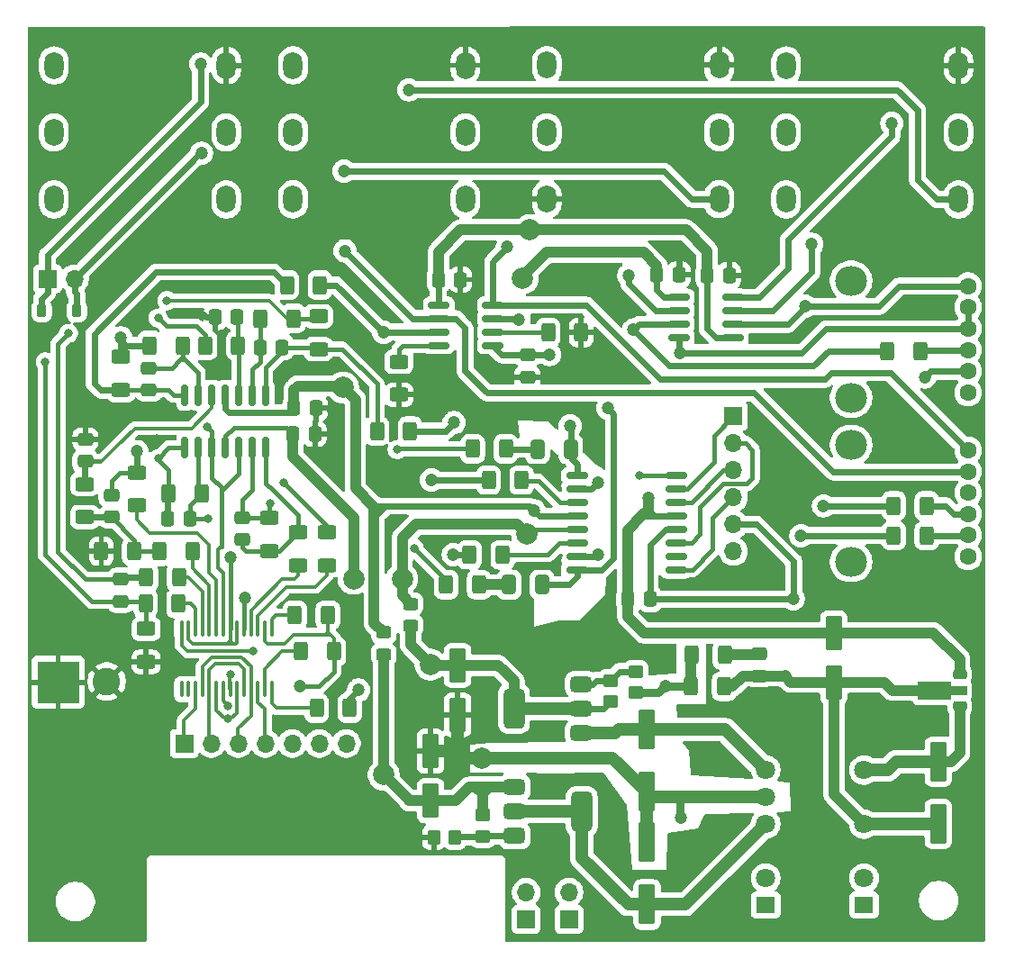
<source format=gbr>
%TF.GenerationSoftware,KiCad,Pcbnew,9.0.5*%
%TF.CreationDate,2025-11-16T19:00:17+01:00*%
%TF.ProjectId,OSCAR_Audio,4f534341-525f-4417-9564-696f2e6b6963,rev?*%
%TF.SameCoordinates,Original*%
%TF.FileFunction,Copper,L2,Bot*%
%TF.FilePolarity,Positive*%
%FSLAX46Y46*%
G04 Gerber Fmt 4.6, Leading zero omitted, Abs format (unit mm)*
G04 Created by KiCad (PCBNEW 9.0.5) date 2025-11-16 19:00:17*
%MOMM*%
%LPD*%
G01*
G04 APERTURE LIST*
G04 Aperture macros list*
%AMRoundRect*
0 Rectangle with rounded corners*
0 $1 Rounding radius*
0 $2 $3 $4 $5 $6 $7 $8 $9 X,Y pos of 4 corners*
0 Add a 4 corners polygon primitive as box body*
4,1,4,$2,$3,$4,$5,$6,$7,$8,$9,$2,$3,0*
0 Add four circle primitives for the rounded corners*
1,1,$1+$1,$2,$3*
1,1,$1+$1,$4,$5*
1,1,$1+$1,$6,$7*
1,1,$1+$1,$8,$9*
0 Add four rect primitives between the rounded corners*
20,1,$1+$1,$2,$3,$4,$5,0*
20,1,$1+$1,$4,$5,$6,$7,0*
20,1,$1+$1,$6,$7,$8,$9,0*
20,1,$1+$1,$8,$9,$2,$3,0*%
%AMFreePoly0*
4,1,9,3.862500,-0.866500,0.737500,-0.866500,0.737500,-0.450000,-0.737500,-0.450000,-0.737500,0.450000,0.737500,0.450000,0.737500,0.866500,3.862500,0.866500,3.862500,-0.866500,3.862500,-0.866500,$1*%
G04 Aperture macros list end*
%TA.AperFunction,ComponentPad*%
%ADD10R,1.700000X1.700000*%
%TD*%
%TA.AperFunction,ComponentPad*%
%ADD11O,1.700000X1.700000*%
%TD*%
%TA.AperFunction,WasherPad*%
%ADD12O,3.000000X2.800000*%
%TD*%
%TA.AperFunction,ComponentPad*%
%ADD13C,1.600000*%
%TD*%
%TA.AperFunction,SMDPad,CuDef*%
%ADD14RoundRect,0.250000X-0.550000X1.625000X-0.550000X-1.625000X0.550000X-1.625000X0.550000X1.625000X0*%
%TD*%
%TA.AperFunction,ComponentPad*%
%ADD15O,1.800000X2.600000*%
%TD*%
%TA.AperFunction,SMDPad,CuDef*%
%ADD16RoundRect,0.250000X-0.337500X-0.475000X0.337500X-0.475000X0.337500X0.475000X-0.337500X0.475000X0*%
%TD*%
%TA.AperFunction,SMDPad,CuDef*%
%ADD17RoundRect,0.250000X-0.625000X0.400000X-0.625000X-0.400000X0.625000X-0.400000X0.625000X0.400000X0*%
%TD*%
%TA.AperFunction,SMDPad,CuDef*%
%ADD18RoundRect,0.250000X-0.400000X-0.625000X0.400000X-0.625000X0.400000X0.625000X-0.400000X0.625000X0*%
%TD*%
%TA.AperFunction,SMDPad,CuDef*%
%ADD19RoundRect,0.250000X0.337500X0.475000X-0.337500X0.475000X-0.337500X-0.475000X0.337500X-0.475000X0*%
%TD*%
%TA.AperFunction,SMDPad,CuDef*%
%ADD20RoundRect,0.250000X0.625000X-0.400000X0.625000X0.400000X-0.625000X0.400000X-0.625000X-0.400000X0*%
%TD*%
%TA.AperFunction,SMDPad,CuDef*%
%ADD21RoundRect,0.250000X-0.475000X0.337500X-0.475000X-0.337500X0.475000X-0.337500X0.475000X0.337500X0*%
%TD*%
%TA.AperFunction,SMDPad,CuDef*%
%ADD22RoundRect,0.150000X0.150000X-0.825000X0.150000X0.825000X-0.150000X0.825000X-0.150000X-0.825000X0*%
%TD*%
%TA.AperFunction,SMDPad,CuDef*%
%ADD23RoundRect,0.250000X0.450000X-0.350000X0.450000X0.350000X-0.450000X0.350000X-0.450000X-0.350000X0*%
%TD*%
%TA.AperFunction,SMDPad,CuDef*%
%ADD24RoundRect,0.250000X0.400000X0.625000X-0.400000X0.625000X-0.400000X-0.625000X0.400000X-0.625000X0*%
%TD*%
%TA.AperFunction,SMDPad,CuDef*%
%ADD25RoundRect,0.375000X-0.625000X-0.375000X0.625000X-0.375000X0.625000X0.375000X-0.625000X0.375000X0*%
%TD*%
%TA.AperFunction,SMDPad,CuDef*%
%ADD26RoundRect,0.500000X-0.500000X-1.400000X0.500000X-1.400000X0.500000X1.400000X-0.500000X1.400000X0*%
%TD*%
%TA.AperFunction,SMDPad,CuDef*%
%ADD27RoundRect,0.250000X-0.550000X1.375000X-0.550000X-1.375000X0.550000X-1.375000X0.550000X1.375000X0*%
%TD*%
%TA.AperFunction,SMDPad,CuDef*%
%ADD28RoundRect,0.225000X0.425000X0.225000X-0.425000X0.225000X-0.425000X-0.225000X0.425000X-0.225000X0*%
%TD*%
%TA.AperFunction,SMDPad,CuDef*%
%ADD29FreePoly0,180.000000*%
%TD*%
%TA.AperFunction,ComponentPad*%
%ADD30R,1.800000X1.500000*%
%TD*%
%TA.AperFunction,ComponentPad*%
%ADD31C,1.800000*%
%TD*%
%TA.AperFunction,SMDPad,CuDef*%
%ADD32RoundRect,0.100000X0.100000X-0.637500X0.100000X0.637500X-0.100000X0.637500X-0.100000X-0.637500X0*%
%TD*%
%TA.AperFunction,SMDPad,CuDef*%
%ADD33RoundRect,0.250000X0.475000X-0.337500X0.475000X0.337500X-0.475000X0.337500X-0.475000X-0.337500X0*%
%TD*%
%TA.AperFunction,SMDPad,CuDef*%
%ADD34RoundRect,0.225000X-0.225000X-0.375000X0.225000X-0.375000X0.225000X0.375000X-0.225000X0.375000X0*%
%TD*%
%TA.AperFunction,SMDPad,CuDef*%
%ADD35RoundRect,0.250000X-0.450000X0.350000X-0.450000X-0.350000X0.450000X-0.350000X0.450000X0.350000X0*%
%TD*%
%TA.AperFunction,SMDPad,CuDef*%
%ADD36RoundRect,0.150000X0.875000X0.150000X-0.875000X0.150000X-0.875000X-0.150000X0.875000X-0.150000X0*%
%TD*%
%TA.AperFunction,SMDPad,CuDef*%
%ADD37RoundRect,0.375000X0.625000X0.375000X-0.625000X0.375000X-0.625000X-0.375000X0.625000X-0.375000X0*%
%TD*%
%TA.AperFunction,SMDPad,CuDef*%
%ADD38RoundRect,0.500000X0.500000X1.400000X-0.500000X1.400000X-0.500000X-1.400000X0.500000X-1.400000X0*%
%TD*%
%TA.AperFunction,SMDPad,CuDef*%
%ADD39RoundRect,0.162500X-0.825000X-0.162500X0.825000X-0.162500X0.825000X0.162500X-0.825000X0.162500X0*%
%TD*%
%TA.AperFunction,SMDPad,CuDef*%
%ADD40RoundRect,0.250000X-0.350000X-0.450000X0.350000X-0.450000X0.350000X0.450000X-0.350000X0.450000X0*%
%TD*%
%TA.AperFunction,SMDPad,CuDef*%
%ADD41R,4.000000X4.000000*%
%TD*%
%TA.AperFunction,SMDPad,CuDef*%
%ADD42RoundRect,0.250000X0.450000X-0.325000X0.450000X0.325000X-0.450000X0.325000X-0.450000X-0.325000X0*%
%TD*%
%TA.AperFunction,SMDPad,CuDef*%
%ADD43RoundRect,0.162500X0.825000X0.162500X-0.825000X0.162500X-0.825000X-0.162500X0.825000X-0.162500X0*%
%TD*%
%TA.AperFunction,SMDPad,CuDef*%
%ADD44RoundRect,0.250000X0.412500X0.650000X-0.412500X0.650000X-0.412500X-0.650000X0.412500X-0.650000X0*%
%TD*%
%TA.AperFunction,ComponentPad*%
%ADD45C,2.600000*%
%TD*%
%TA.AperFunction,ViaPad*%
%ADD46C,1.200000*%
%TD*%
%TA.AperFunction,ViaPad*%
%ADD47C,0.800000*%
%TD*%
%TA.AperFunction,ViaPad*%
%ADD48C,2.000000*%
%TD*%
%TA.AperFunction,Conductor*%
%ADD49C,0.400000*%
%TD*%
%TA.AperFunction,Conductor*%
%ADD50C,0.600000*%
%TD*%
%TA.AperFunction,Conductor*%
%ADD51C,0.300000*%
%TD*%
%TA.AperFunction,Conductor*%
%ADD52C,0.800000*%
%TD*%
%TA.AperFunction,Conductor*%
%ADD53C,1.200000*%
%TD*%
%TA.AperFunction,Conductor*%
%ADD54C,1.000000*%
%TD*%
G04 APERTURE END LIST*
D10*
%TO.P,J5,1,Pin_1*%
%TO.N,SAI2_SDA*%
X127870000Y-113180000D03*
D11*
%TO.P,J5,2,Pin_2*%
%TO.N,SAI2_SCK*%
X130410000Y-113180000D03*
%TO.P,J5,3,Pin_3*%
%TO.N,SAI2_FS*%
X132950000Y-113180000D03*
%TO.P,J5,4,Pin_4*%
%TO.N,SAI2_SDB*%
X135490000Y-113180000D03*
%TO.P,J5,5,Pin_5*%
%TO.N,SAI2_MCLK*%
X138030000Y-113180000D03*
%TO.P,J5,6,Pin_6*%
%TO.N,GNDD_SAI*%
X140570000Y-113180000D03*
%TO.P,J5,7,Pin_7*%
%TO.N,+3.3VSAI*%
X143110000Y-113180000D03*
%TD*%
D10*
%TO.P,J6,1,Pin_1*%
%TO.N,VOL_CS*%
X179500000Y-82420000D03*
D11*
%TO.P,J6,2,Pin_2*%
%TO.N,VOL_CLK*%
X179500000Y-84960000D03*
%TO.P,J6,3,Pin_3*%
%TO.N,VOL_Data*%
X179500000Y-87500000D03*
%TO.P,J6,4,Pin_4*%
%TO.N,VOL_Mute*%
X179500000Y-90040000D03*
%TO.P,J6,5,Pin_5*%
%TO.N,GNDD_Vol*%
X179500000Y-92580000D03*
%TO.P,J6,6,Pin_6*%
%TO.N,unconnected-(J6-Pin_6-Pad6)*%
X179500000Y-95120000D03*
%TD*%
D12*
%TO.P,RV1,*%
%TO.N,*%
X190560000Y-80670000D03*
X190560000Y-69670000D03*
D13*
%TO.P,RV1,1,1*%
%TO.N,Net-(R7-Pad2)*%
X201560000Y-76170000D03*
%TO.P,RV1,2,2*%
%TO.N,Net-(U5A-AINL)*%
X201560000Y-74170000D03*
%TO.P,RV1,3,3*%
X201560000Y-72170000D03*
%TO.P,RV1,4,4*%
%TO.N,Net-(R14-Pad2)*%
X201560000Y-78170000D03*
%TO.P,RV1,5,5*%
%TO.N,Net-(U5B-AINR)*%
X201560000Y-80170000D03*
%TO.P,RV1,6,6*%
X201560000Y-70170000D03*
%TD*%
D10*
%TO.P,J8,1,Pin_1*%
%TO.N,/Alim/+12V*%
X164040000Y-129700000D03*
D11*
%TO.P,J8,2,Pin_2*%
%TO.N,/Alim/0V*%
X164040000Y-127160000D03*
%TD*%
D12*
%TO.P,RV2,*%
%TO.N,*%
X190560000Y-96100000D03*
X190560000Y-85100000D03*
D13*
%TO.P,RV2,1,1*%
%TO.N,Net-(R29-Pad2)*%
X201560000Y-91600000D03*
%TO.P,RV2,2,2*%
%TO.N,Net-(C19-Pad2)*%
X201560000Y-89600000D03*
%TO.P,RV2,3,3*%
X201560000Y-87600000D03*
%TO.P,RV2,4,4*%
%TO.N,Net-(R18-Pad2)*%
X201560000Y-93600000D03*
%TO.P,RV2,5,5*%
%TO.N,Net-(C15-Pad2)*%
X201560000Y-95600000D03*
%TO.P,RV2,6,6*%
X201560000Y-85600000D03*
%TD*%
D10*
%TO.P,J7,1,Pin_1*%
%TO.N,/Alim/+12V*%
X160010000Y-129710000D03*
D11*
%TO.P,J7,2,Pin_2*%
%TO.N,/Alim/0V*%
X160010000Y-127170000D03*
%TD*%
D10*
%TO.P,J9,1,Pin_1*%
%TO.N,/Analog/+R5V*%
X115015000Y-69480000D03*
D11*
%TO.P,J9,2,Pin_2*%
%TO.N,/Analog/R0V*%
X117555000Y-69480000D03*
%TD*%
D14*
%TO.P,C30,1*%
%TO.N,GNDA*%
X171380000Y-122465000D03*
%TO.P,C30,2*%
%TO.N,Net-(PS1--9V)*%
X171380000Y-128315000D03*
%TD*%
D15*
%TO.P,J3,R*%
%TO.N,unconnected-(J3-PadR)*%
X154300000Y-55710000D03*
%TO.P,J3,RN*%
%TO.N,unconnected-(J3-PadRN)*%
X138100000Y-55710000D03*
%TO.P,J3,S*%
%TO.N,GNDA*%
X154300000Y-49410000D03*
%TO.P,J3,SN*%
%TO.N,unconnected-(J3-PadSN)*%
X138100000Y-49410000D03*
%TO.P,J3,T*%
%TO.N,Net-(J3-PadT)*%
X154300000Y-62010000D03*
%TO.P,J3,TN*%
%TO.N,unconnected-(J3-PadTN)*%
X138100000Y-62010000D03*
%TD*%
D16*
%TO.P,C21,1*%
%TO.N,+5VA*%
X177032500Y-69150000D03*
%TO.P,C21,2*%
%TO.N,GNDA*%
X179107500Y-69150000D03*
%TD*%
D17*
%TO.P,R23,1*%
%TO.N,Net-(C14-Pad1)*%
X124280000Y-102400000D03*
%TO.P,R23,2*%
%TO.N,GNDA*%
X124280000Y-105500000D03*
%TD*%
D18*
%TO.P,R3,1*%
%TO.N,Net-(U2A--)*%
X154990000Y-85470000D03*
%TO.P,R3,2*%
%TO.N,Net-(C3-Pad2)*%
X158090000Y-85470000D03*
%TD*%
D19*
%TO.P,C10,1*%
%TO.N,Net-(U2B--)*%
X128407500Y-92010000D03*
%TO.P,C10,2*%
%TO.N,Net-(C10-Pad2)*%
X126332500Y-92010000D03*
%TD*%
D20*
%TO.P,R32,1*%
%TO.N,Net-(U3A-V_{OUT}L+)*%
X123400000Y-90800000D03*
%TO.P,R32,2*%
%TO.N,Net-(C18-Pad2)*%
X123400000Y-87700000D03*
%TD*%
D21*
%TO.P,C20,1*%
%TO.N,Net-(U2C--)*%
X124550000Y-77862500D03*
%TO.P,C20,2*%
%TO.N,Net-(C20-Pad2)*%
X124550000Y-79937500D03*
%TD*%
D22*
%TO.P,U2,1*%
%TO.N,Net-(C1-Pad2)*%
X135540000Y-85382500D03*
%TO.P,U2,2,-*%
%TO.N,Net-(U2A--)*%
X134270000Y-85382500D03*
%TO.P,U2,3,+*%
%TO.N,Net-(U2A-+)*%
X133000000Y-85382500D03*
%TO.P,U2,4,V+*%
%TO.N,+5VA*%
X131730000Y-85382500D03*
%TO.P,U2,5,+*%
%TO.N,Net-(U2A-+)*%
X130460000Y-85382500D03*
%TO.P,U2,6,-*%
%TO.N,Net-(U2B--)*%
X129190000Y-85382500D03*
%TO.P,U2,7*%
%TO.N,Net-(C10-Pad2)*%
X127920000Y-85382500D03*
%TO.P,U2,8*%
%TO.N,Net-(C20-Pad2)*%
X127920000Y-80432500D03*
%TO.P,U2,9,-*%
%TO.N,Net-(U2C--)*%
X129190000Y-80432500D03*
%TO.P,U2,10,+*%
%TO.N,Net-(U2C-+)*%
X130460000Y-80432500D03*
%TO.P,U2,11,V-*%
%TO.N,-5VA*%
X131730000Y-80432500D03*
%TO.P,U2,12,+*%
%TO.N,Net-(U2D-+)*%
X133000000Y-80432500D03*
%TO.P,U2,13,-*%
%TO.N,Net-(U2D--)*%
X134270000Y-80432500D03*
%TO.P,U2,14*%
%TO.N,Net-(C13-Pad2)*%
X135540000Y-80432500D03*
%TD*%
D20*
%TO.P,R4,1*%
%TO.N,Net-(U3A-V_{IN}L)*%
X138570000Y-96410000D03*
%TO.P,R4,2*%
%TO.N,Net-(C1-Pad2)*%
X138570000Y-93310000D03*
%TD*%
D23*
%TO.P,R45,1*%
%TO.N,Net-(U6-VO)*%
X167920000Y-109260000D03*
%TO.P,R45,2*%
%TO.N,Net-(U6-ADJ)*%
X167920000Y-107260000D03*
%TD*%
D18*
%TO.P,R19,1*%
%TO.N,Net-(C13-Pad2)*%
X146000000Y-83800000D03*
%TO.P,R19,2*%
%TO.N,Net-(U4A--)*%
X149100000Y-83800000D03*
%TD*%
%TO.P,R50,1*%
%TO.N,GNDA*%
X175520000Y-107810000D03*
%TO.P,R50,2*%
%TO.N,GNDD_Vol*%
X178620000Y-107810000D03*
%TD*%
%TO.P,R30,1*%
%TO.N,Net-(C20-Pad2)*%
X137520000Y-70070000D03*
%TO.P,R30,2*%
%TO.N,Net-(U4B--)*%
X140620000Y-70070000D03*
%TD*%
D19*
%TO.P,C26,1*%
%TO.N,GNDA*%
X140257500Y-81640000D03*
%TO.P,C26,2*%
%TO.N,-5VA*%
X138182500Y-81640000D03*
%TD*%
D24*
%TO.P,R16,1*%
%TO.N,Net-(C14-Pad2)*%
X138130000Y-73200000D03*
%TO.P,R16,2*%
%TO.N,Net-(U2D--)*%
X135030000Y-73200000D03*
%TD*%
%TO.P,R21,1*%
%TO.N,Net-(U3A-V_{OUT}R-)*%
X127330000Y-100020000D03*
%TO.P,R21,2*%
%TO.N,Net-(C14-Pad1)*%
X124230000Y-100020000D03*
%TD*%
D18*
%TO.P,R18,1*%
%TO.N,Net-(U4A--)*%
X194570000Y-93640000D03*
%TO.P,R18,2*%
%TO.N,Net-(R18-Pad2)*%
X197670000Y-93640000D03*
%TD*%
D15*
%TO.P,J1,R*%
%TO.N,unconnected-(J1-PadR)*%
X178160000Y-55700000D03*
%TO.P,J1,RN*%
%TO.N,unconnected-(J1-PadRN)*%
X161960000Y-55700000D03*
%TO.P,J1,S*%
%TO.N,GNDA*%
X178160000Y-49400000D03*
%TO.P,J1,SN*%
%TO.N,unconnected-(J1-PadSN)*%
X161960000Y-49400000D03*
%TO.P,J1,T*%
%TO.N,Net-(C2-Pad1)*%
X178160000Y-62000000D03*
%TO.P,J1,TN*%
%TO.N,GNDA*%
X161960000Y-62000000D03*
%TD*%
D25*
%TO.P,U7,1,ADJ*%
%TO.N,Net-(U7-ADJ)*%
X158930000Y-121880000D03*
%TO.P,U7,2,VI*%
%TO.N,Net-(PS1--9V)*%
X158930000Y-119580000D03*
D26*
X165230000Y-119580000D03*
D25*
%TO.P,U7,3,VO*%
%TO.N,Net-(U7-VO)*%
X158930000Y-117280000D03*
%TD*%
D16*
%TO.P,C13,1*%
%TO.N,Net-(U2D--)*%
X134992500Y-75910000D03*
%TO.P,C13,2*%
%TO.N,Net-(C13-Pad2)*%
X137067500Y-75910000D03*
%TD*%
D15*
%TO.P,J4,R*%
%TO.N,unconnected-(J4-PadR)*%
X131820000Y-55720000D03*
%TO.P,J4,RN*%
%TO.N,unconnected-(J4-PadRN)*%
X115620000Y-55720000D03*
%TO.P,J4,S*%
%TO.N,GNDA*%
X131820000Y-49420000D03*
%TO.P,J4,SN*%
%TO.N,unconnected-(J4-PadSN)*%
X115620000Y-49420000D03*
%TO.P,J4,T*%
%TO.N,Net-(J4-PadT)*%
X131820000Y-62020000D03*
%TO.P,J4,TN*%
%TO.N,unconnected-(J4-PadTN)*%
X115620000Y-62020000D03*
%TD*%
D18*
%TO.P,R38,1*%
%TO.N,Net-(U3B-MD{slash}SDA{slash}DEMP)*%
X138840000Y-104520000D03*
%TO.P,R38,2*%
%TO.N,GNDD_SAI*%
X141940000Y-104520000D03*
%TD*%
D17*
%TO.P,R15,1*%
%TO.N,Net-(C14-Pad2)*%
X140480000Y-73000000D03*
%TO.P,R15,2*%
%TO.N,Net-(C13-Pad2)*%
X140480000Y-76100000D03*
%TD*%
D27*
%TO.P,C28,1*%
%TO.N,Net-(U6-VO)*%
X153560000Y-105840000D03*
%TO.P,C28,2*%
%TO.N,GNDA*%
X153560000Y-110490000D03*
%TD*%
D20*
%TO.P,R27,1*%
%TO.N,Net-(C18-Pad1)*%
X118530000Y-91880000D03*
%TO.P,R27,2*%
%TO.N,Net-(U2C-+)*%
X118530000Y-88780000D03*
%TD*%
D24*
%TO.P,R33,1*%
%TO.N,Net-(U5A-AOUTL)*%
X159580000Y-88410000D03*
%TO.P,R33,2*%
%TO.N,Net-(U4B--)*%
X156480000Y-88410000D03*
%TD*%
D28*
%TO.P,U8,1,OUT*%
%TO.N,+5VD*%
X200770000Y-106670000D03*
D29*
%TO.P,U8,2,GND*%
%TO.N,GNDD_Vol*%
X200682500Y-108170000D03*
D28*
%TO.P,U8,3,IN*%
%TO.N,Net-(PS2-+9V)*%
X200770000Y-109670000D03*
%TD*%
D18*
%TO.P,R11,1*%
%TO.N,Net-(C10-Pad2)*%
X126380000Y-89690000D03*
%TO.P,R11,2*%
%TO.N,Net-(U2B--)*%
X129480000Y-89690000D03*
%TD*%
D30*
%TO.P,PS2,1,+Vin*%
%TO.N,Net-(PS1-+Vin)*%
X191780000Y-128370000D03*
D31*
%TO.P,PS2,2,-Vin*%
%TO.N,Net-(PS1--Vin)*%
X191780000Y-125830000D03*
%TO.P,PS2,4,0V*%
%TO.N,GNDD_Vol*%
X191780000Y-120750000D03*
%TO.P,PS2,6,+9V*%
%TO.N,Net-(PS2-+9V)*%
X191780000Y-115670000D03*
%TD*%
D19*
%TO.P,C24,1*%
%TO.N,GNDA*%
X174377500Y-69090000D03*
%TO.P,C24,2*%
%TO.N,-5VA*%
X172302500Y-69090000D03*
%TD*%
D24*
%TO.P,R17,1*%
%TO.N,Net-(U3A-V_{OUT}R+)*%
X127370000Y-97560000D03*
%TO.P,R17,2*%
%TO.N,Net-(C14-Pad2)*%
X124270000Y-97560000D03*
%TD*%
D23*
%TO.P,R48,1*%
%TO.N,Net-(U7-ADJ)*%
X155900000Y-121930000D03*
%TO.P,R48,2*%
%TO.N,Net-(U7-VO)*%
X155900000Y-119930000D03*
%TD*%
D16*
%TO.P,C22,1*%
%TO.N,+5VA*%
X151772500Y-69560000D03*
%TO.P,C22,2*%
%TO.N,GNDA*%
X153847500Y-69560000D03*
%TD*%
D21*
%TO.P,C1,1*%
%TO.N,Net-(U2A--)*%
X133290000Y-91942500D03*
%TO.P,C1,2*%
%TO.N,Net-(C1-Pad2)*%
X133290000Y-94017500D03*
%TD*%
D30*
%TO.P,PS1,1,+Vin*%
%TO.N,Net-(PS1-+Vin)*%
X182530000Y-128370000D03*
D31*
%TO.P,PS1,2,-Vin*%
%TO.N,Net-(PS1--Vin)*%
X182530000Y-125830000D03*
%TO.P,PS1,4,-9V*%
%TO.N,Net-(PS1--9V)*%
X182530000Y-120750000D03*
%TO.P,PS1,5,0V*%
%TO.N,GNDA*%
X182530000Y-118210000D03*
%TO.P,PS1,6,+9V*%
%TO.N,Net-(PS1-+9V)*%
X182530000Y-115670000D03*
%TD*%
D32*
%TO.P,U3,1,MC/SCL/FMT*%
%TO.N,Net-(U3B-MC{slash}SCL{slash}FMT)*%
X136080000Y-108080000D03*
%TO.P,U3,2,MD/SDA/DEMP*%
%TO.N,Net-(U3B-MD{slash}SDA{slash}DEMP)*%
X135430000Y-108080000D03*
%TO.P,U3,3,DOUT*%
%TO.N,SAI2_SDB*%
X134780000Y-108080000D03*
%TO.P,U3,4,LRCK1*%
%TO.N,SAI2_FS*%
X134130000Y-108080000D03*
%TO.P,U3,5,BCK1*%
%TO.N,SAI2_SCK*%
X133480000Y-108080000D03*
%TO.P,U3,6,SCKI1*%
%TO.N,SAI2_MCLK*%
X132830000Y-108080000D03*
%TO.P,U3,7,V_{DD}*%
%TO.N,+3.3VSAI*%
X132180000Y-108080000D03*
%TO.P,U3,8,DGND*%
%TO.N,GNDD_SAI*%
X131530000Y-108080000D03*
%TO.P,U3,9,SCKI2*%
%TO.N,SAI2_MCLK*%
X130880000Y-108080000D03*
%TO.P,U3,10,BCK2*%
%TO.N,SAI2_SCK*%
X130230000Y-108080000D03*
%TO.P,U3,11,LRCK2*%
%TO.N,SAI2_FS*%
X129580000Y-108080000D03*
%TO.P,U3,12,DIN*%
%TO.N,SAI2_SDA*%
X128930000Y-108080000D03*
%TO.P,U3,13,ZEROR*%
%TO.N,unconnected-(U3A-ZEROR-Pad13)*%
X128280000Y-108080000D03*
%TO.P,U3,14,ZEROL*%
%TO.N,unconnected-(U3A-ZEROL-Pad14)*%
X127630000Y-108080000D03*
%TO.P,U3,15,~{RST}*%
%TO.N,+3.3VSAI*%
X127630000Y-102355000D03*
%TO.P,U3,16,SGND*%
%TO.N,GNDA*%
X128280000Y-102355000D03*
%TO.P,U3,17,V_{OUT}R-*%
%TO.N,Net-(U3A-V_{OUT}R-)*%
X128930000Y-102355000D03*
%TO.P,U3,18,V_{OUT}R+*%
%TO.N,Net-(U3A-V_{OUT}R+)*%
X129580000Y-102355000D03*
%TO.P,U3,19,V_{OUT}L-*%
%TO.N,Net-(U3A-V_{OUT}L-)*%
X130230000Y-102355000D03*
%TO.P,U3,20,V_{OUT}L+*%
%TO.N,Net-(U3A-V_{OUT}L+)*%
X130880000Y-102355000D03*
%TO.P,U3,21,V_{COM}*%
%TO.N,Net-(U2A-+)*%
X131530000Y-102355000D03*
%TO.P,U3,22,AGND2*%
%TO.N,GNDA*%
X132180000Y-102355000D03*
%TO.P,U3,23,AGND1*%
X132830000Y-102355000D03*
%TO.P,U3,24,V_{CC}*%
%TO.N,+5VA*%
X133480000Y-102355000D03*
%TO.P,U3,25,V_{IN}L*%
%TO.N,Net-(U3A-V_{IN}L)*%
X134130000Y-102355000D03*
%TO.P,U3,26,V_{IN}R*%
%TO.N,Net-(U3A-V_{IN}R)*%
X134780000Y-102355000D03*
%TO.P,U3,27,~{MS}/AD/IFMD*%
%TO.N,GNDD_SAI*%
X135430000Y-102355000D03*
%TO.P,U3,28,MODE*%
%TO.N,Net-(U3B-MODE)*%
X136080000Y-102355000D03*
%TD*%
D18*
%TO.P,R49,1*%
%TO.N,GNDA*%
X175590000Y-104840000D03*
%TO.P,R49,2*%
%TO.N,Net-(C45-Pad1)*%
X178690000Y-104840000D03*
%TD*%
D33*
%TO.P,C25,1*%
%TO.N,GNDA*%
X160130000Y-78707500D03*
%TO.P,C25,2*%
%TO.N,-5VA*%
X160130000Y-76632500D03*
%TD*%
D14*
%TO.P,C38,1*%
%TO.N,Net-(PS2-+9V)*%
X198760000Y-114880000D03*
%TO.P,C38,2*%
%TO.N,GNDD_Vol*%
X198760000Y-120730000D03*
%TD*%
D34*
%TO.P,D1,1,K*%
%TO.N,/Analog/+R5V*%
X114470000Y-72500000D03*
%TO.P,D1,2,A*%
%TO.N,/Analog/R0V*%
X117770000Y-72500000D03*
%TD*%
D18*
%TO.P,R37,1*%
%TO.N,Net-(U3B-MODE)*%
X138270000Y-101120000D03*
%TO.P,R37,2*%
%TO.N,GNDD_SAI*%
X141370000Y-101120000D03*
%TD*%
D15*
%TO.P,J2,R*%
%TO.N,unconnected-(J2-PadR)*%
X200650000Y-55720000D03*
%TO.P,J2,RN*%
%TO.N,unconnected-(J2-PadRN)*%
X184450000Y-55720000D03*
%TO.P,J2,S*%
%TO.N,GNDA*%
X200650000Y-49420000D03*
%TO.P,J2,SN*%
%TO.N,unconnected-(J2-PadSN)*%
X184450000Y-49420000D03*
%TO.P,J2,T*%
%TO.N,Net-(C9-Pad1)*%
X200650000Y-62020000D03*
%TO.P,J2,TN*%
%TO.N,Net-(C2-Pad1)*%
X184450000Y-62020000D03*
%TD*%
D21*
%TO.P,C17,1*%
%TO.N,GNDA*%
X118580000Y-84565000D03*
%TO.P,C17,2*%
%TO.N,Net-(U2C-+)*%
X118580000Y-86640000D03*
%TD*%
D18*
%TO.P,R29,1*%
%TO.N,Net-(U4B--)*%
X194570000Y-90830000D03*
%TO.P,R29,2*%
%TO.N,Net-(R29-Pad2)*%
X197670000Y-90830000D03*
%TD*%
D33*
%TO.P,C14,1*%
%TO.N,Net-(C14-Pad1)*%
X121890000Y-99807500D03*
%TO.P,C14,2*%
%TO.N,Net-(C14-Pad2)*%
X121890000Y-97732500D03*
%TD*%
D35*
%TO.P,R46,1*%
%TO.N,Net-(U6-ADJ)*%
X170310000Y-106410000D03*
%TO.P,R46,2*%
%TO.N,GNDA*%
X170310000Y-108410000D03*
%TD*%
D16*
%TO.P,C16,1*%
%TO.N,GNDA*%
X130772500Y-73080000D03*
%TO.P,C16,2*%
%TO.N,Net-(U2D-+)*%
X132847500Y-73080000D03*
%TD*%
D18*
%TO.P,R31,1*%
%TO.N,Net-(C18-Pad2)*%
X124610000Y-75740000D03*
%TO.P,R31,2*%
%TO.N,Net-(U2C--)*%
X127710000Y-75740000D03*
%TD*%
D36*
%TO.P,U5,1,ZCEN*%
%TO.N,Net-(U5C-ZCEN)*%
X174100000Y-87980000D03*
%TO.P,U5,2,CS*%
%TO.N,VOL_CS*%
X174100000Y-89250000D03*
%TO.P,U5,3,SDATAI*%
%TO.N,VOL_Data*%
X174100000Y-90520000D03*
%TO.P,U5,4,VD+*%
%TO.N,+5VD*%
X174100000Y-91790000D03*
%TO.P,U5,5,DGND*%
%TO.N,GNDD_Vol*%
X174100000Y-93060000D03*
%TO.P,U5,6,SCLK*%
%TO.N,VOL_CLK*%
X174100000Y-94330000D03*
%TO.P,U5,7,SDATAO*%
%TO.N,unconnected-(U5C-SDATAO-Pad7)*%
X174100000Y-95600000D03*
%TO.P,U5,8,MUTE*%
%TO.N,VOL_Mute*%
X174100000Y-96870000D03*
%TO.P,U5,9,AINR*%
%TO.N,Net-(U5B-AINR)*%
X164800000Y-96870000D03*
%TO.P,U5,10,AGNDR*%
%TO.N,GNDA*%
X164800000Y-95600000D03*
%TO.P,U5,11,AOUTR*%
%TO.N,Net-(U5B-AOUTR)*%
X164800000Y-94330000D03*
%TO.P,U5,12,VA+*%
%TO.N,+5VA*%
X164800000Y-93060000D03*
%TO.P,U5,13,VA-*%
%TO.N,-5VA*%
X164800000Y-91790000D03*
%TO.P,U5,14,AOUTL*%
%TO.N,Net-(U5A-AOUTL)*%
X164800000Y-90520000D03*
%TO.P,U5,15,AGNDL*%
%TO.N,GNDA*%
X164800000Y-89250000D03*
%TO.P,U5,16,AINL*%
%TO.N,Net-(U5A-AINL)*%
X164800000Y-87980000D03*
%TD*%
D37*
%TO.P,U6,1,ADJ*%
%TO.N,Net-(U6-ADJ)*%
X165170000Y-107592500D03*
%TO.P,U6,2,VO*%
%TO.N,Net-(U6-VO)*%
X165170000Y-109892500D03*
D38*
X158870000Y-109892500D03*
D37*
%TO.P,U6,3,VI*%
%TO.N,Net-(PS1-+9V)*%
X165170000Y-112192500D03*
%TD*%
D24*
%TO.P,R22,1*%
%TO.N,Net-(U5B-AOUTR)*%
X157800000Y-95430000D03*
%TO.P,R22,2*%
%TO.N,Net-(U4A--)*%
X154700000Y-95430000D03*
%TD*%
D39*
%TO.P,U1,1*%
%TO.N,Net-(U5A-AINL)*%
X174375000Y-75040000D03*
%TO.P,U1,2,-*%
%TO.N,Net-(U1A--)*%
X174375000Y-73770000D03*
%TO.P,U1,3,+*%
%TO.N,Net-(U1A-+)*%
X174375000Y-72500000D03*
%TO.P,U1,4,V-*%
%TO.N,-5VA*%
X174375000Y-71230000D03*
%TO.P,U1,5,+*%
%TO.N,Net-(U1B-+)*%
X179450000Y-71230000D03*
%TO.P,U1,6,-*%
%TO.N,Net-(U1B--)*%
X179450000Y-72500000D03*
%TO.P,U1,7*%
%TO.N,Net-(U5B-AINR)*%
X179450000Y-73770000D03*
%TO.P,U1,8,V+*%
%TO.N,+5VA*%
X179450000Y-75040000D03*
%TD*%
D40*
%TO.P,R47,1*%
%TO.N,GNDA*%
X151330000Y-121990000D03*
%TO.P,R47,2*%
%TO.N,Net-(U7-ADJ)*%
X153330000Y-121990000D03*
%TD*%
D17*
%TO.P,R35,1*%
%TO.N,Net-(C18-Pad2)*%
X121920000Y-76840000D03*
%TO.P,R35,2*%
%TO.N,Net-(C20-Pad2)*%
X121920000Y-79940000D03*
%TD*%
D41*
%TO.P,TP1,1,1*%
%TO.N,GNDA*%
X116010000Y-107410000D03*
%TD*%
D16*
%TO.P,C42,1*%
%TO.N,+5VD*%
X169582500Y-99610000D03*
%TO.P,C42,2*%
%TO.N,GNDD_Vol*%
X171657500Y-99610000D03*
%TD*%
D18*
%TO.P,R7,1*%
%TO.N,Net-(U1A--)*%
X193940000Y-76250000D03*
%TO.P,R7,2*%
%TO.N,Net-(R7-Pad2)*%
X197040000Y-76250000D03*
%TD*%
D42*
%TO.P,FB4,1*%
%TO.N,Net-(U7-VO)*%
X146630000Y-104795000D03*
%TO.P,FB4,2*%
%TO.N,-5VA*%
X146630000Y-102745000D03*
%TD*%
D24*
%TO.P,R26,1*%
%TO.N,Net-(C18-Pad1)*%
X123170000Y-95090000D03*
%TO.P,R26,2*%
%TO.N,GNDA*%
X120070000Y-95090000D03*
%TD*%
D21*
%TO.P,C45,1*%
%TO.N,Net-(C45-Pad1)*%
X181900000Y-104742500D03*
%TO.P,C45,2*%
%TO.N,GNDD_Vol*%
X181900000Y-106817500D03*
%TD*%
D27*
%TO.P,C31,1*%
%TO.N,GNDA*%
X151020000Y-113905000D03*
%TO.P,C31,2*%
%TO.N,Net-(U7-VO)*%
X151020000Y-118555000D03*
%TD*%
D18*
%TO.P,R20,1*%
%TO.N,Net-(C14-Pad1)*%
X129840000Y-75760000D03*
%TO.P,R20,2*%
%TO.N,Net-(U2D-+)*%
X132940000Y-75760000D03*
%TD*%
D24*
%TO.P,R28,1*%
%TO.N,Net-(U3A-V_{OUT}L-)*%
X128630000Y-95110000D03*
%TO.P,R28,2*%
%TO.N,Net-(C18-Pad1)*%
X125530000Y-95110000D03*
%TD*%
D18*
%TO.P,R25,1*%
%TO.N,Net-(U4A-+)*%
X162080000Y-74540000D03*
%TO.P,R25,2*%
%TO.N,GNDA*%
X165180000Y-74540000D03*
%TD*%
D27*
%TO.P,C37,1*%
%TO.N,+5VD*%
X188940000Y-102770000D03*
%TO.P,C37,2*%
%TO.N,GNDD_Vol*%
X188940000Y-107420000D03*
%TD*%
D43*
%TO.P,U4,1*%
%TO.N,Net-(C15-Pad2)*%
X156867500Y-71945000D03*
%TO.P,U4,2,-*%
%TO.N,Net-(U4A--)*%
X156867500Y-73215000D03*
%TO.P,U4,3,+*%
%TO.N,Net-(U4A-+)*%
X156867500Y-74485000D03*
%TO.P,U4,4,V-*%
%TO.N,-5VA*%
X156867500Y-75755000D03*
%TO.P,U4,5,+*%
%TO.N,Net-(U4B-+)*%
X151792500Y-75755000D03*
%TO.P,U4,6,-*%
%TO.N,Net-(U4B--)*%
X151792500Y-74485000D03*
%TO.P,U4,7*%
%TO.N,Net-(C19-Pad2)*%
X151792500Y-73215000D03*
%TO.P,U4,8,V+*%
%TO.N,+5VA*%
X151792500Y-71945000D03*
%TD*%
D20*
%TO.P,R1,1*%
%TO.N,Net-(C1-Pad2)*%
X135890000Y-95090000D03*
%TO.P,R1,2*%
%TO.N,Net-(U2A--)*%
X135890000Y-91990000D03*
%TD*%
D42*
%TO.P,FB2,1*%
%TO.N,Net-(U6-VO)*%
X149130000Y-102095000D03*
%TO.P,FB2,2*%
%TO.N,+5VA*%
X149130000Y-100045000D03*
%TD*%
D17*
%TO.P,R36,1*%
%TO.N,Net-(U4B-+)*%
X148050000Y-77280000D03*
%TO.P,R36,2*%
%TO.N,GNDA*%
X148050000Y-80380000D03*
%TD*%
D18*
%TO.P,R9,1*%
%TO.N,Net-(U2B--)*%
X152490000Y-98250000D03*
%TO.P,R9,2*%
%TO.N,Net-(C8-Pad2)*%
X155590000Y-98250000D03*
%TD*%
D20*
%TO.P,R8,1*%
%TO.N,Net-(U3A-V_{IN}R)*%
X141240000Y-96410000D03*
%TO.P,R8,2*%
%TO.N,Net-(C10-Pad2)*%
X141240000Y-93310000D03*
%TD*%
D14*
%TO.P,C27,1*%
%TO.N,Net-(PS1-+9V)*%
X171340000Y-111870000D03*
%TO.P,C27,2*%
%TO.N,GNDA*%
X171340000Y-117720000D03*
%TD*%
D44*
%TO.P,C8,1*%
%TO.N,Net-(U5B-AINR)*%
X161512500Y-98240000D03*
%TO.P,C8,2*%
%TO.N,Net-(C8-Pad2)*%
X158387500Y-98240000D03*
%TD*%
D33*
%TO.P,C18,1*%
%TO.N,Net-(C18-Pad1)*%
X121040000Y-91900000D03*
%TO.P,C18,2*%
%TO.N,Net-(C18-Pad2)*%
X121040000Y-89825000D03*
%TD*%
D45*
%TO.P,TP2,1,1*%
%TO.N,GNDA*%
X120580000Y-107340000D03*
%TD*%
D18*
%TO.P,R39,1*%
%TO.N,Net-(U3B-MC{slash}SCL{slash}FMT)*%
X140320000Y-109860000D03*
%TO.P,R39,2*%
%TO.N,+3.3VSAI*%
X143420000Y-109860000D03*
%TD*%
D44*
%TO.P,C3,1*%
%TO.N,Net-(U5A-AINL)*%
X164202500Y-85500000D03*
%TO.P,C3,2*%
%TO.N,Net-(C3-Pad2)*%
X161077500Y-85500000D03*
%TD*%
D16*
%TO.P,C23,1*%
%TO.N,+5VA*%
X138082500Y-84070000D03*
%TO.P,C23,2*%
%TO.N,GNDA*%
X140157500Y-84070000D03*
%TD*%
D46*
%TO.N,Net-(C2-Pad1)*%
X142880000Y-59370000D03*
%TO.N,Net-(U5A-AINL)*%
X164140000Y-83310000D03*
X174480000Y-76450000D03*
%TO.N,Net-(U1A-+)*%
X169660000Y-69140000D03*
D47*
%TO.N,Net-(U2A-+)*%
X130000000Y-83420000D03*
D46*
%TO.N,GNDA*%
X138710000Y-77870000D03*
D47*
X155400000Y-67840000D03*
D46*
X166777500Y-95450000D03*
X173970000Y-66870000D03*
X117530000Y-60250000D03*
X145820000Y-85930000D03*
D47*
X167050000Y-76790000D03*
D46*
X177030000Y-98210000D03*
D47*
X163730000Y-68400000D03*
X177440000Y-122320000D03*
D48*
X150270000Y-47880000D03*
D46*
X186230000Y-80700000D03*
X160840000Y-81990000D03*
D48*
X184110000Y-88630000D03*
D46*
X179500000Y-66100000D03*
D47*
X145210000Y-76040000D03*
X158200000Y-61950000D03*
X194010000Y-72990000D03*
D46*
X166757500Y-88622500D03*
D48*
X166780000Y-102320000D03*
D46*
X126240000Y-82150000D03*
D48*
X115930000Y-101630000D03*
D46*
X141850000Y-81950000D03*
D48*
X142380000Y-49390000D03*
D46*
X173140000Y-107810000D03*
D48*
X195730000Y-84610000D03*
D47*
X177940000Y-114570000D03*
D46*
X174530000Y-120140000D03*
D47*
X125240000Y-84520000D03*
D46*
X143160000Y-116560000D03*
D47*
X200960000Y-82490000D03*
D48*
X155860000Y-114540000D03*
D47*
X166510000Y-84420000D03*
D46*
X132180000Y-95710000D03*
D48*
X196820000Y-99270000D03*
D47*
X128220000Y-72810000D03*
X147340000Y-92310000D03*
D48*
X199910000Y-66310000D03*
D47*
X134520000Y-70190000D03*
D46*
%TO.N,Net-(U1A--)*%
X170105000Y-74295000D03*
D47*
%TO.N,Net-(U2A--)*%
X147870000Y-85540000D03*
X135925000Y-90595000D03*
D46*
%TO.N,Net-(U5B-AINR)*%
X167700000Y-81660000D03*
X186230000Y-72070000D03*
%TO.N,Net-(C9-Pad1)*%
X148970000Y-51710000D03*
D47*
%TO.N,Net-(C10-Pad2)*%
X125410000Y-86370000D03*
X137185000Y-88645000D03*
D46*
%TO.N,Net-(U1B-+)*%
X194390000Y-54870000D03*
%TO.N,Net-(U1B--)*%
X186870000Y-66240000D03*
%TO.N,Net-(C15-Pad2)*%
X158250000Y-66510000D03*
D47*
%TO.N,Net-(U2B--)*%
X149460000Y-94790000D03*
X130080000Y-92000000D03*
%TO.N,Net-(C14-Pad2)*%
X126250000Y-71540000D03*
X116980000Y-74610000D03*
%TO.N,Net-(C14-Pad1)*%
X125420000Y-73170000D03*
X114810000Y-77290000D03*
D48*
%TO.N,Net-(U6-VO)*%
X151020000Y-105760000D03*
%TO.N,Net-(U7-VO)*%
X146630000Y-116120000D03*
D46*
%TO.N,Net-(C18-Pad2)*%
X121930000Y-75050000D03*
X123420000Y-85730000D03*
%TO.N,Net-(C19-Pad2)*%
X142980000Y-66850000D03*
D48*
%TO.N,+5VA*%
X160090000Y-93450000D03*
X148360000Y-97690000D03*
X160370000Y-64880000D03*
D46*
X133570000Y-99460000D03*
D48*
X143800000Y-97690000D03*
%TO.N,-5VA*%
X142820000Y-79710000D03*
D46*
X160760000Y-91310000D03*
X162230000Y-76610000D03*
D48*
X159695000Y-69435000D03*
D46*
%TO.N,+5VD*%
X171470000Y-90050000D03*
%TO.N,+3.3VSAI*%
X144270000Y-108160000D03*
D47*
X132200000Y-106670000D03*
X134370000Y-104500000D03*
D46*
%TO.N,Net-(R14-Pad2)*%
X197500000Y-78710000D03*
%TO.N,Net-(U4B--)*%
X146590000Y-74510000D03*
X151110000Y-88400000D03*
X187970000Y-90830000D03*
%TO.N,Net-(U4A--)*%
X153225000Y-83015000D03*
X153170000Y-95410000D03*
X185850000Y-93660000D03*
X159350000Y-73300000D03*
D47*
%TO.N,Net-(U5C-ZCEN)*%
X170660000Y-87950000D03*
%TO.N,SAI2_MCLK*%
X131950000Y-110870000D03*
%TO.N,GNDD_SAI*%
X131995000Y-109615000D03*
D46*
X138747500Y-107827500D03*
%TO.N,GNDD_Vol*%
X185110000Y-99570000D03*
X184350000Y-106850000D03*
%TO.N,/Analog/+R5V*%
X129410000Y-49300000D03*
%TO.N,/Analog/R0V*%
X129480000Y-57680000D03*
%TD*%
D49*
%TO.N,Net-(C1-Pad2)*%
X133670000Y-95090000D02*
X133290000Y-94710000D01*
X136165000Y-89335000D02*
X136165000Y-89325000D01*
X135540000Y-88700000D02*
X135540000Y-85382500D01*
X135540000Y-88710000D02*
X136165000Y-89335000D01*
X138570000Y-91740000D02*
X138570000Y-93310000D01*
X136165000Y-89335000D02*
X138570000Y-91740000D01*
X133290000Y-94017500D02*
X133290000Y-94710000D01*
X136790000Y-95090000D02*
X138570000Y-93310000D01*
X135540000Y-86370000D02*
X135540000Y-88710000D01*
X136165000Y-89325000D02*
X135540000Y-88700000D01*
X135890000Y-95090000D02*
X133670000Y-95090000D01*
X135890000Y-95090000D02*
X136790000Y-95090000D01*
D50*
%TO.N,Net-(C2-Pad1)*%
X175610000Y-62000000D02*
X178160000Y-62000000D01*
X142880000Y-59370000D02*
X172980000Y-59370000D01*
X172980000Y-59370000D02*
X175610000Y-62000000D01*
%TO.N,Net-(U5A-AINL)*%
X188190000Y-74170000D02*
X201560000Y-74170000D01*
X164202500Y-86282500D02*
X164860000Y-86940000D01*
X174405000Y-75070000D02*
X174375000Y-75040000D01*
X164202500Y-83372500D02*
X164140000Y-83310000D01*
X164800000Y-87000000D02*
X164800000Y-87980000D01*
X174480000Y-76450000D02*
X174405000Y-76375000D01*
X174480000Y-76450000D02*
X185910000Y-76450000D01*
X164202500Y-85500000D02*
X164202500Y-86282500D01*
X201560000Y-72170000D02*
X201560000Y-74170000D01*
X185910000Y-76450000D02*
X188190000Y-74170000D01*
X164860000Y-86940000D02*
X164800000Y-87000000D01*
X164202500Y-85500000D02*
X164202500Y-83372500D01*
X174405000Y-76375000D02*
X174405000Y-75070000D01*
%TO.N,Net-(C3-Pad2)*%
X161077500Y-85500000D02*
X158120000Y-85500000D01*
X158120000Y-85500000D02*
X158090000Y-85470000D01*
%TO.N,Net-(U1A-+)*%
X169660000Y-69980000D02*
X172180000Y-72500000D01*
X172180000Y-72500000D02*
X174375000Y-72500000D01*
X169660000Y-69140000D02*
X169660000Y-69980000D01*
D51*
%TO.N,Net-(U2A-+)*%
X131530000Y-97160000D02*
X131060000Y-96690000D01*
X131060000Y-94910000D02*
X131340000Y-94630000D01*
D49*
X131340000Y-89090000D02*
X131340000Y-94630000D01*
X131730000Y-89060000D02*
X131665000Y-89125000D01*
X131375000Y-89125000D02*
X131340000Y-89090000D01*
D51*
X131340000Y-89510000D02*
X131340000Y-89090000D01*
X131530000Y-102355000D02*
X131530000Y-97160000D01*
D49*
X130460000Y-88210000D02*
X130460000Y-85382500D01*
D51*
X131060000Y-96690000D02*
X131060000Y-94910000D01*
X131340000Y-94630000D02*
X131340000Y-89510000D01*
D49*
X130030000Y-83420000D02*
X130460000Y-83850000D01*
X130000000Y-83420000D02*
X130030000Y-83420000D01*
X131730000Y-89060000D02*
X131340000Y-89450000D01*
X131340000Y-89090000D02*
X130460000Y-88210000D01*
X131665000Y-89125000D02*
X131375000Y-89125000D01*
X131340000Y-89450000D02*
X131340000Y-89510000D01*
X130460000Y-83850000D02*
X130460000Y-85382500D01*
X133000000Y-87790000D02*
X131730000Y-89060000D01*
X133000000Y-87790000D02*
X133000000Y-85382500D01*
D51*
%TO.N,GNDA*%
X132180000Y-103570000D02*
X132180000Y-103510000D01*
D52*
X173070000Y-107810000D02*
X173140000Y-107810000D01*
D51*
X132730000Y-103790000D02*
X132450000Y-103790000D01*
D53*
X171340000Y-117720000D02*
X171340000Y-122095000D01*
X154220000Y-114540000D02*
X155860000Y-114540000D01*
D52*
X174500000Y-120110000D02*
X174530000Y-120140000D01*
D53*
X155860000Y-114540000D02*
X168160000Y-114540000D01*
D51*
X132830000Y-103690000D02*
X132730000Y-103790000D01*
D50*
X174377500Y-67277500D02*
X173970000Y-66870000D01*
D51*
X131960000Y-103790000D02*
X132180000Y-103570000D01*
D50*
X129930000Y-73080000D02*
X130772500Y-73080000D01*
X166627500Y-95600000D02*
X166777500Y-95450000D01*
D51*
X128280000Y-103380000D02*
X128280000Y-102355000D01*
D50*
X164800000Y-95600000D02*
X166627500Y-95600000D01*
D53*
X153555000Y-113905000D02*
X151020000Y-113905000D01*
D51*
X131790000Y-103790000D02*
X128690000Y-103790000D01*
D54*
X175520000Y-104910000D02*
X175590000Y-104840000D01*
D51*
X132830000Y-102355000D02*
X132830000Y-103690000D01*
X128690000Y-103790000D02*
X128280000Y-103380000D01*
D53*
X153570000Y-113890000D02*
X153570000Y-113330000D01*
X154220000Y-114540000D02*
X153570000Y-113890000D01*
X153560000Y-113320000D02*
X153560000Y-110490000D01*
X171340000Y-122095000D02*
X171510000Y-122265000D01*
D52*
X170310000Y-108410000D02*
X172470000Y-108410000D01*
D53*
X174500000Y-118210000D02*
X171830000Y-118210000D01*
D50*
X166130000Y-89250000D02*
X166757500Y-88622500D01*
D51*
X131790000Y-103790000D02*
X131900000Y-103790000D01*
D50*
X129660000Y-72810000D02*
X129930000Y-73080000D01*
D53*
X153570000Y-113330000D02*
X153560000Y-113320000D01*
X171340000Y-117720000D02*
X168160000Y-114540000D01*
D52*
X174500000Y-118210000D02*
X174500000Y-120110000D01*
D54*
X175520000Y-107810000D02*
X175520000Y-104910000D01*
D52*
X172470000Y-108410000D02*
X173070000Y-107810000D01*
D51*
X132230000Y-103570000D02*
X132450000Y-103790000D01*
D53*
X153570000Y-113890000D02*
X153555000Y-113905000D01*
D51*
X131900000Y-103790000D02*
X132180000Y-103510000D01*
D50*
X128220000Y-72810000D02*
X129660000Y-72810000D01*
D53*
X182530000Y-118210000D02*
X174500000Y-118210000D01*
D50*
X164800000Y-89250000D02*
X166130000Y-89250000D01*
D51*
X132180000Y-103510000D02*
X132180000Y-102355000D01*
D52*
X173140000Y-107810000D02*
X175520000Y-107810000D01*
D49*
X132180000Y-95710000D02*
X132180000Y-102355000D01*
D53*
X171830000Y-118210000D02*
X171340000Y-117720000D01*
D51*
X132450000Y-103790000D02*
X131790000Y-103790000D01*
D50*
X174377500Y-69090000D02*
X174377500Y-67277500D01*
%TO.N,Net-(U1A--)*%
X170630000Y-73770000D02*
X174375000Y-73770000D01*
X170105000Y-74295000D02*
X173450000Y-77640000D01*
X188430000Y-76250000D02*
X193940000Y-76250000D01*
X173450000Y-77640000D02*
X187040000Y-77640000D01*
X187040000Y-77640000D02*
X188430000Y-76250000D01*
X170105000Y-74295000D02*
X170630000Y-73770000D01*
D49*
%TO.N,Net-(U2A--)*%
X135925000Y-90595000D02*
X135890000Y-90630000D01*
X147870000Y-85540000D02*
X147940000Y-85470000D01*
X135890000Y-90630000D02*
X135890000Y-91990000D01*
X133290000Y-91942500D02*
X133290000Y-90290000D01*
X133290000Y-91942500D02*
X135842500Y-91942500D01*
X147940000Y-85470000D02*
X154990000Y-85470000D01*
X134270000Y-89310000D02*
X134270000Y-85382500D01*
X135842500Y-91942500D02*
X135890000Y-91990000D01*
X133290000Y-90290000D02*
X134270000Y-89310000D01*
D50*
%TO.N,Net-(U5B-AINR)*%
X193180000Y-72070000D02*
X195080000Y-70170000D01*
X168230000Y-82190000D02*
X168230000Y-95780000D01*
X184610000Y-73770000D02*
X179450000Y-73770000D01*
X167140000Y-96870000D02*
X164800000Y-96870000D01*
X168230000Y-95780000D02*
X167140000Y-96870000D01*
X186230000Y-72070000D02*
X186230000Y-72150000D01*
X195080000Y-70170000D02*
X201560000Y-70170000D01*
X186230000Y-72070000D02*
X193180000Y-72070000D01*
X164800000Y-96870000D02*
X164800000Y-97460000D01*
X186230000Y-72150000D02*
X184610000Y-73770000D01*
X167700000Y-81660000D02*
X168230000Y-82190000D01*
X164800000Y-97460000D02*
X164020000Y-98240000D01*
X164020000Y-98240000D02*
X161512500Y-98240000D01*
%TO.N,Net-(C9-Pad1)*%
X194870000Y-51710000D02*
X148970000Y-51710000D01*
X198630000Y-62020000D02*
X196790000Y-60180000D01*
X196790000Y-53630000D02*
X194870000Y-51710000D01*
X200650000Y-62020000D02*
X198630000Y-62020000D01*
X196790000Y-60180000D02*
X196790000Y-53630000D01*
D54*
%TO.N,Net-(C8-Pad2)*%
X155590000Y-98250000D02*
X158207500Y-98250000D01*
D50*
%TO.N,Net-(C10-Pad2)*%
X126332500Y-89737500D02*
X126380000Y-89690000D01*
D49*
X127920000Y-85382500D02*
X126397500Y-85382500D01*
X141240000Y-93310000D02*
X141240000Y-92700000D01*
X141240000Y-92700000D02*
X137185000Y-88645000D01*
X126397500Y-85382500D02*
X125410000Y-86370000D01*
X125340000Y-86440000D02*
X125410000Y-86370000D01*
D50*
X126332500Y-92010000D02*
X126332500Y-89737500D01*
D49*
X126380000Y-89690000D02*
X126380000Y-87480000D01*
X126380000Y-87480000D02*
X125340000Y-86440000D01*
D50*
%TO.N,Net-(U1B-+)*%
X184670000Y-65810000D02*
X184670000Y-68470000D01*
X181910000Y-71230000D02*
X179450000Y-71230000D01*
X194390000Y-54870000D02*
X194390000Y-56090000D01*
X194390000Y-56090000D02*
X184670000Y-65810000D01*
X184670000Y-68470000D02*
X181910000Y-71230000D01*
%TO.N,Net-(U1B--)*%
X183230000Y-72500000D02*
X179450000Y-72500000D01*
X186870000Y-66240000D02*
X186870000Y-68860000D01*
X186870000Y-68860000D02*
X183230000Y-72500000D01*
%TO.N,Net-(C15-Pad2)*%
X201560000Y-85600000D02*
X194280000Y-78320000D01*
X158250000Y-66510000D02*
X156880000Y-67880000D01*
X188080000Y-78940000D02*
X172620000Y-78940000D01*
X188700000Y-78320000D02*
X188080000Y-78940000D01*
X194280000Y-78320000D02*
X188700000Y-78320000D01*
X172620000Y-78940000D02*
X165625000Y-71945000D01*
X165625000Y-71945000D02*
X156867500Y-71945000D01*
X156880000Y-71932500D02*
X156867500Y-71945000D01*
X156880000Y-67880000D02*
X156880000Y-71932500D01*
D49*
%TO.N,Net-(U2B--)*%
X128407500Y-90762500D02*
X129480000Y-89690000D01*
X129190000Y-89400000D02*
X129480000Y-89690000D01*
X128407500Y-92010000D02*
X128407500Y-90762500D01*
X149460000Y-94800000D02*
X152490000Y-97830000D01*
X152490000Y-97830000D02*
X152490000Y-98250000D01*
X129190000Y-85382500D02*
X129190000Y-89400000D01*
X149460000Y-94790000D02*
X149460000Y-94800000D01*
X128407500Y-92010000D02*
X130070000Y-92010000D01*
X130070000Y-92010000D02*
X130080000Y-92000000D01*
%TO.N,Net-(C13-Pad2)*%
X137067500Y-75910000D02*
X140290000Y-75910000D01*
X142730000Y-76100000D02*
X146000000Y-79370000D01*
X140290000Y-75910000D02*
X140480000Y-76100000D01*
X137067500Y-75910000D02*
X137067500Y-76292500D01*
X137067500Y-76292500D02*
X135540000Y-77820000D01*
X135540000Y-77820000D02*
X135540000Y-80432500D01*
X146000000Y-79370000D02*
X146000000Y-83800000D01*
X140480000Y-76100000D02*
X142730000Y-76100000D01*
D50*
%TO.N,Net-(C14-Pad2)*%
X122062500Y-97560000D02*
X121890000Y-97732500D01*
D49*
X140280000Y-73200000D02*
X140480000Y-73000000D01*
D51*
X135870000Y-71540000D02*
X126250000Y-71540000D01*
D49*
X138130000Y-73200000D02*
X140280000Y-73200000D01*
X116980000Y-74610000D02*
X115990000Y-75600000D01*
X115990000Y-95130000D02*
X118592500Y-97732500D01*
X115990000Y-75600000D02*
X115990000Y-95130000D01*
D50*
X124270000Y-97560000D02*
X122062500Y-97560000D01*
D49*
X118592500Y-97732500D02*
X121890000Y-97732500D01*
D51*
X137530000Y-73200000D02*
X135870000Y-71540000D01*
X138130000Y-73200000D02*
X137530000Y-73200000D01*
D49*
%TO.N,Net-(C14-Pad1)*%
X124230000Y-102350000D02*
X124280000Y-102400000D01*
X124017500Y-99807500D02*
X124230000Y-100020000D01*
X129840000Y-74790000D02*
X129840000Y-75760000D01*
X126170000Y-73920000D02*
X128970000Y-73920000D01*
X128970000Y-73920000D02*
X129840000Y-74790000D01*
X121890000Y-99807500D02*
X124017500Y-99807500D01*
X124230000Y-100020000D02*
X124230000Y-102350000D01*
X114810000Y-95450000D02*
X119167500Y-99807500D01*
X125420000Y-73170000D02*
X126170000Y-73920000D01*
X114810000Y-77290000D02*
X114810000Y-95450000D01*
X119167500Y-99807500D02*
X121890000Y-99807500D01*
D54*
%TO.N,Net-(U6-VO)*%
X158870000Y-109892500D02*
X158870000Y-107320000D01*
X158870000Y-107320000D02*
X157930000Y-106380000D01*
X153560000Y-105840000D02*
X151100000Y-105840000D01*
X156480000Y-105840000D02*
X153560000Y-105840000D01*
X149130000Y-103870000D02*
X151020000Y-105760000D01*
X157930000Y-106380000D02*
X157390000Y-105840000D01*
X156480000Y-105840000D02*
X156860000Y-105840000D01*
X157390000Y-105840000D02*
X156480000Y-105840000D01*
X151100000Y-105840000D02*
X151020000Y-105760000D01*
D50*
X167287500Y-109892500D02*
X167920000Y-109260000D01*
X165170000Y-109892500D02*
X167287500Y-109892500D01*
D54*
X149130000Y-102095000D02*
X149130000Y-103870000D01*
D53*
X158870000Y-109892500D02*
X165170000Y-109892500D01*
D54*
X157410000Y-105860000D02*
X157930000Y-106380000D01*
%TO.N,Net-(U7-VO)*%
X156000000Y-117280000D02*
X156480000Y-117280000D01*
X155900000Y-119930000D02*
X155900000Y-118130000D01*
X151020000Y-118555000D02*
X149065000Y-118555000D01*
X146630000Y-116120000D02*
X146630000Y-104795000D01*
X155900000Y-117380000D02*
X156000000Y-117280000D01*
X149065000Y-118555000D02*
X146630000Y-116120000D01*
X151020000Y-118555000D02*
X149005000Y-118555000D01*
X154660000Y-117280000D02*
X155280000Y-117280000D01*
X155900000Y-118130000D02*
X155900000Y-117900000D01*
X155900000Y-117860000D02*
X156480000Y-117280000D01*
X151020000Y-118555000D02*
X153385000Y-118555000D01*
X155280000Y-117280000D02*
X156000000Y-117280000D01*
X155900000Y-118130000D02*
X155900000Y-117860000D01*
X153385000Y-118555000D02*
X154660000Y-117280000D01*
X156480000Y-117280000D02*
X158930000Y-117280000D01*
X155900000Y-117900000D02*
X155280000Y-117280000D01*
X155900000Y-118130000D02*
X155900000Y-117380000D01*
%TO.N,Net-(PS2-+9V)*%
X198760000Y-114880000D02*
X199950000Y-114880000D01*
X200770000Y-110160000D02*
X200780000Y-110150000D01*
D53*
X194780000Y-114880000D02*
X198760000Y-114880000D01*
D54*
X200770000Y-114060000D02*
X200770000Y-110160000D01*
D53*
X193990000Y-115670000D02*
X194780000Y-114880000D01*
D54*
X199950000Y-114880000D02*
X200770000Y-114060000D01*
D53*
X191780000Y-115670000D02*
X193990000Y-115670000D01*
D54*
%TO.N,Net-(C45-Pad1)*%
X181802500Y-104840000D02*
X181900000Y-104742500D01*
X178690000Y-104840000D02*
X181802500Y-104840000D01*
D50*
%TO.N,Net-(C18-Pad1)*%
X121040000Y-91900000D02*
X118550000Y-91900000D01*
D49*
X123170000Y-95090000D02*
X123170000Y-94030000D01*
X123170000Y-94030000D02*
X121040000Y-91900000D01*
X123190000Y-95110000D02*
X123170000Y-95090000D01*
D50*
X118550000Y-91900000D02*
X118530000Y-91880000D01*
D49*
X125530000Y-95110000D02*
X123190000Y-95110000D01*
D50*
%TO.N,Net-(C18-Pad2)*%
X121920000Y-76840000D02*
X121920000Y-75570000D01*
D49*
X121040000Y-89825000D02*
X121040000Y-88510000D01*
D51*
X121930000Y-75070000D02*
X122600000Y-75740000D01*
D50*
X122600000Y-75740000D02*
X122090000Y-75740000D01*
D51*
X121920000Y-76840000D02*
X121920000Y-76420000D01*
X121930000Y-75050000D02*
X121930000Y-75070000D01*
D50*
X124610000Y-75740000D02*
X122600000Y-75740000D01*
D51*
X121920000Y-76420000D02*
X122600000Y-75740000D01*
D49*
X121850000Y-87700000D02*
X123400000Y-87700000D01*
X121040000Y-88510000D02*
X121850000Y-87700000D01*
D50*
X122090000Y-75740000D02*
X121920000Y-75570000D01*
X123400000Y-85750000D02*
X123420000Y-85730000D01*
X123400000Y-87700000D02*
X123400000Y-85750000D01*
X121920000Y-75060000D02*
X121930000Y-75050000D01*
X121920000Y-75570000D02*
X121920000Y-75060000D01*
%TO.N,Net-(C19-Pad2)*%
X142980000Y-66850000D02*
X149345000Y-73215000D01*
X154240000Y-74090000D02*
X153365000Y-73215000D01*
X188890000Y-87640000D02*
X181440000Y-80190000D01*
X156310000Y-80190000D02*
X154240000Y-78120000D01*
X153365000Y-73215000D02*
X151792500Y-73215000D01*
X201520000Y-87640000D02*
X188890000Y-87640000D01*
X181440000Y-80190000D02*
X156310000Y-80190000D01*
X201560000Y-87600000D02*
X201520000Y-87640000D01*
X154240000Y-78120000D02*
X154240000Y-74090000D01*
X149345000Y-73215000D02*
X151792500Y-73215000D01*
%TO.N,Net-(C20-Pad2)*%
X136290000Y-68840000D02*
X125230000Y-68840000D01*
X119400000Y-79300000D02*
X120040000Y-79940000D01*
D49*
X126365000Y-79937500D02*
X126860000Y-80432500D01*
X124547500Y-79940000D02*
X124550000Y-79937500D01*
X121920000Y-79940000D02*
X124547500Y-79940000D01*
D50*
X119400000Y-74670000D02*
X119400000Y-79300000D01*
X120040000Y-79940000D02*
X121920000Y-79940000D01*
X125230000Y-68840000D02*
X119400000Y-74670000D01*
D49*
X127920000Y-80432500D02*
X126860000Y-80432500D01*
X124550000Y-79937500D02*
X126365000Y-79937500D01*
D50*
X137520000Y-70070000D02*
X136290000Y-68840000D01*
%TO.N,+5VA*%
X177032500Y-69150000D02*
X177032500Y-74192500D01*
D54*
X149690000Y-92520000D02*
X159160000Y-92520000D01*
X177032500Y-66862500D02*
X175050000Y-64880000D01*
X138070000Y-84167500D02*
X138070000Y-86190000D01*
X148360000Y-97690000D02*
X148360000Y-99275000D01*
D49*
X131730000Y-84250000D02*
X132520000Y-83460000D01*
D54*
X177032500Y-69150000D02*
X177032500Y-66862500D01*
D50*
X177032500Y-74192500D02*
X177880000Y-75040000D01*
D54*
X175050000Y-64880000D02*
X160370000Y-64880000D01*
X138070000Y-86190000D02*
X143800000Y-91920000D01*
X148360000Y-99275000D02*
X149130000Y-100045000D01*
D49*
X160480000Y-93060000D02*
X160090000Y-93450000D01*
D54*
X148360000Y-97690000D02*
X148360000Y-93850000D01*
X151772500Y-66947500D02*
X151772500Y-69560000D01*
D50*
X151772500Y-71925000D02*
X151792500Y-71945000D01*
D54*
X160370000Y-64880000D02*
X153840000Y-64880000D01*
D49*
X137472500Y-83460000D02*
X138082500Y-84070000D01*
D54*
X159160000Y-92520000D02*
X160090000Y-93450000D01*
D49*
X133480000Y-102355000D02*
X133480000Y-99550000D01*
D54*
X143800000Y-91920000D02*
X143800000Y-97690000D01*
D49*
X131730000Y-85382500D02*
X131730000Y-84250000D01*
X164800000Y-93060000D02*
X160480000Y-93060000D01*
D54*
X153840000Y-64880000D02*
X151772500Y-66947500D01*
D49*
X132520000Y-83460000D02*
X137472500Y-83460000D01*
X133480000Y-99550000D02*
X133570000Y-99460000D01*
D50*
X177880000Y-75040000D02*
X179450000Y-75040000D01*
X151772500Y-69560000D02*
X151772500Y-71925000D01*
D54*
X148360000Y-93850000D02*
X149690000Y-92520000D01*
D50*
%TO.N,-5VA*%
X160300000Y-90850000D02*
X146710000Y-90850000D01*
D54*
X171060000Y-67010000D02*
X172302500Y-68252500D01*
D50*
X172970000Y-71230000D02*
X174375000Y-71230000D01*
X172302500Y-70562500D02*
X172970000Y-71230000D01*
D54*
X146630000Y-102745000D02*
X145720000Y-101835000D01*
D50*
X131730000Y-81710000D02*
X131730000Y-80432500D01*
D54*
X145720000Y-90930000D02*
X143960000Y-89170000D01*
D50*
X172302500Y-69090000D02*
X172302500Y-70562500D01*
X162207500Y-76632500D02*
X162230000Y-76610000D01*
X137762500Y-82060000D02*
X138182500Y-81640000D01*
X161240000Y-91790000D02*
X160760000Y-91310000D01*
X146710000Y-90950000D02*
X145720000Y-91940000D01*
X157745000Y-76632500D02*
X156867500Y-75755000D01*
X145800000Y-90850000D02*
X145720000Y-90930000D01*
D54*
X142820000Y-79710000D02*
X142660000Y-79550000D01*
D50*
X160130000Y-76632500D02*
X162207500Y-76632500D01*
D54*
X143960000Y-89170000D02*
X143960000Y-80850000D01*
X161910000Y-67010000D02*
X171060000Y-67010000D01*
X172302500Y-68252500D02*
X172302500Y-69090000D01*
X159590000Y-69330000D02*
X161910000Y-67010000D01*
X145720000Y-101835000D02*
X145720000Y-91940000D01*
D50*
X132080000Y-82060000D02*
X137762500Y-82060000D01*
X164800000Y-91790000D02*
X161240000Y-91790000D01*
D54*
X142660000Y-79550000D02*
X138570000Y-79550000D01*
D50*
X160130000Y-76632500D02*
X157745000Y-76632500D01*
D54*
X145720000Y-91400000D02*
X145720000Y-90930000D01*
X138570000Y-79550000D02*
X138180000Y-79940000D01*
X143960000Y-80850000D02*
X142660000Y-79550000D01*
X145720000Y-91940000D02*
X145720000Y-91400000D01*
X138180000Y-79940000D02*
X138180000Y-81432500D01*
D50*
X131730000Y-81710000D02*
X132080000Y-82060000D01*
X146710000Y-90850000D02*
X146710000Y-90950000D01*
D54*
X143730000Y-80620000D02*
X142820000Y-79710000D01*
D50*
X146710000Y-90850000D02*
X145800000Y-90850000D01*
X160760000Y-91310000D02*
X160300000Y-90850000D01*
X146160000Y-91400000D02*
X145720000Y-91400000D01*
X146710000Y-90850000D02*
X146160000Y-91400000D01*
D53*
%TO.N,Net-(PS1-+9V)*%
X168367500Y-112192500D02*
X165170000Y-112192500D01*
X171340000Y-111870000D02*
X178730000Y-111870000D01*
X178730000Y-111870000D02*
X182530000Y-115670000D01*
X168690000Y-111870000D02*
X168367500Y-112192500D01*
X171340000Y-111870000D02*
X168690000Y-111870000D01*
%TO.N,Net-(PS1--9V)*%
X165230000Y-119580000D02*
X158930000Y-119580000D01*
X174965000Y-128315000D02*
X182530000Y-120750000D01*
X165230000Y-123940000D02*
X165230000Y-119580000D01*
X171380000Y-128315000D02*
X169605000Y-128315000D01*
X169605000Y-128315000D02*
X165230000Y-123940000D01*
X171380000Y-128315000D02*
X174965000Y-128315000D01*
D54*
%TO.N,+5VD*%
X170950000Y-91730000D02*
X169582500Y-93097500D01*
X171470000Y-90050000D02*
X171470000Y-91210000D01*
X200770000Y-105240000D02*
X200770000Y-106470000D01*
X200770000Y-105240000D02*
X198300000Y-102770000D01*
X169582500Y-93097500D02*
X169582500Y-99610000D01*
D50*
X171470000Y-91210000D02*
X172050000Y-91790000D01*
D54*
X171082500Y-102770000D02*
X169582500Y-101270000D01*
X171470000Y-91210000D02*
X170950000Y-91730000D01*
X169582500Y-101270000D02*
X169582500Y-99610000D01*
X198300000Y-102770000D02*
X188940000Y-102770000D01*
X188940000Y-102770000D02*
X171082500Y-102770000D01*
D50*
X171010000Y-91790000D02*
X170950000Y-91730000D01*
X172050000Y-91790000D02*
X174100000Y-91790000D01*
X172050000Y-91790000D02*
X171010000Y-91790000D01*
D54*
X200770000Y-106470000D02*
X200750000Y-106490000D01*
D50*
%TO.N,Net-(U2C-+)*%
X118530000Y-88780000D02*
X118530000Y-86690000D01*
D51*
X120050000Y-86690000D02*
X121570000Y-85170000D01*
X121570000Y-85170000D02*
X123210000Y-83530000D01*
X123210000Y-83530000D02*
X128580000Y-83530000D01*
X128580000Y-83530000D02*
X130460000Y-81650000D01*
X120100000Y-86640000D02*
X121570000Y-85170000D01*
X118800000Y-86690000D02*
X120050000Y-86690000D01*
D50*
X118530000Y-86690000D02*
X118580000Y-86640000D01*
D51*
X130460000Y-81650000D02*
X130460000Y-80432500D01*
X118580000Y-86640000D02*
X120100000Y-86640000D01*
D50*
%TO.N,+3.3VSAI*%
X143420000Y-109860000D02*
X143420000Y-109010000D01*
D51*
X127630000Y-103940000D02*
X127630000Y-102355000D01*
X128190000Y-104500000D02*
X127630000Y-103940000D01*
D50*
X143420000Y-109010000D02*
X144270000Y-108160000D01*
D51*
X132160000Y-106710000D02*
X132160000Y-108060000D01*
X132200000Y-106670000D02*
X132160000Y-106710000D01*
X134370000Y-104500000D02*
X128190000Y-104500000D01*
X132160000Y-108060000D02*
X132180000Y-108080000D01*
D49*
%TO.N,Net-(U2C--)*%
X127520000Y-77090000D02*
X127930000Y-77090000D01*
X127930000Y-77090000D02*
X129190000Y-78350000D01*
X127505000Y-77075000D02*
X127520000Y-77090000D01*
X126717500Y-77862500D02*
X127505000Y-77075000D01*
X127505000Y-77075000D02*
X127710000Y-76870000D01*
X124550000Y-77862500D02*
X126717500Y-77862500D01*
X127710000Y-76870000D02*
X127710000Y-75740000D01*
X127930000Y-77090000D02*
X127710000Y-76870000D01*
X129190000Y-78350000D02*
X129190000Y-80432500D01*
D51*
%TO.N,Net-(U3A-V_{IN}L)*%
X134130000Y-100660000D02*
X137055000Y-97735000D01*
X134130000Y-102355000D02*
X134130000Y-100660000D01*
X138195000Y-97735000D02*
X138570000Y-97360000D01*
X137055000Y-97735000D02*
X138195000Y-97735000D01*
X138570000Y-97360000D02*
X138570000Y-96410000D01*
D49*
%TO.N,Net-(U2D-+)*%
X132940000Y-73172500D02*
X132847500Y-73080000D01*
X132940000Y-75760000D02*
X133000000Y-75820000D01*
X132940000Y-75760000D02*
X132940000Y-73172500D01*
X133000000Y-75820000D02*
X133000000Y-80432500D01*
D50*
%TO.N,Net-(R7-Pad2)*%
X201560000Y-76170000D02*
X197120000Y-76170000D01*
X197120000Y-76170000D02*
X197040000Y-76250000D01*
D51*
%TO.N,Net-(U3A-V_{IN}R)*%
X141240000Y-96410000D02*
X141240000Y-97370000D01*
X137470000Y-98450000D02*
X134780000Y-101140000D01*
X134780000Y-101140000D02*
X134780000Y-102355000D01*
X141240000Y-97370000D02*
X140160000Y-98450000D01*
X140160000Y-98450000D02*
X137470000Y-98450000D01*
D49*
%TO.N,Net-(U2D--)*%
X134992500Y-75910000D02*
X134992500Y-77277500D01*
X134992500Y-77277500D02*
X134270000Y-78000000D01*
X134270000Y-78000000D02*
X134270000Y-80432500D01*
X134992500Y-73237500D02*
X135030000Y-73200000D01*
X134992500Y-75910000D02*
X134992500Y-73237500D01*
D50*
%TO.N,Net-(R14-Pad2)*%
X201560000Y-78170000D02*
X198040000Y-78170000D01*
X198040000Y-78170000D02*
X197500000Y-78710000D01*
D51*
%TO.N,Net-(U3A-V_{OUT}R+)*%
X129580000Y-102355000D02*
X129580000Y-98890000D01*
X128250000Y-97560000D02*
X129580000Y-98890000D01*
X127370000Y-97560000D02*
X128250000Y-97560000D01*
D50*
%TO.N,Net-(R18-Pad2)*%
X201520000Y-93640000D02*
X201560000Y-93600000D01*
X197670000Y-93640000D02*
X201520000Y-93640000D01*
%TO.N,Net-(U4B--)*%
X146615000Y-74485000D02*
X146590000Y-74510000D01*
X151792500Y-74485000D02*
X146615000Y-74485000D01*
X146590000Y-74510000D02*
X142150000Y-70070000D01*
X142150000Y-70070000D02*
X140620000Y-70070000D01*
X194570000Y-90830000D02*
X187970000Y-90830000D01*
X156480000Y-88410000D02*
X151120000Y-88410000D01*
X151120000Y-88410000D02*
X151110000Y-88400000D01*
D49*
%TO.N,VOL_Mute*%
X179470000Y-90040000D02*
X179500000Y-90040000D01*
X177550000Y-94940000D02*
X177550000Y-91960000D01*
X174100000Y-96870000D02*
X175620000Y-96870000D01*
X175620000Y-96870000D02*
X177550000Y-94940000D01*
X177550000Y-91960000D02*
X179470000Y-90040000D01*
D51*
%TO.N,Net-(U3A-V_{OUT}R-)*%
X128470000Y-100020000D02*
X128930000Y-100480000D01*
X128930000Y-100480000D02*
X128930000Y-102355000D01*
X127330000Y-100020000D02*
X128470000Y-100020000D01*
D49*
%TO.N,VOL_CLK*%
X175530000Y-94330000D02*
X176370000Y-93490000D01*
X178560000Y-88770000D02*
X180730000Y-88770000D01*
X181270000Y-88230000D02*
X181270000Y-85570000D01*
X180730000Y-88770000D02*
X181270000Y-88230000D01*
X180660000Y-84960000D02*
X179500000Y-84960000D01*
X181270000Y-85570000D02*
X180660000Y-84960000D01*
X176370000Y-93490000D02*
X176370000Y-90960000D01*
X174100000Y-94330000D02*
X175530000Y-94330000D01*
X176370000Y-90960000D02*
X178560000Y-88770000D01*
%TO.N,VOL_CS*%
X174100000Y-89250000D02*
X175124999Y-89250000D01*
X177670000Y-84250000D02*
X179500000Y-82420000D01*
X175124999Y-89250000D02*
X177670000Y-86704999D01*
X177670000Y-86704999D02*
X177670000Y-84250000D01*
%TO.N,VOL_Data*%
X178560000Y-87500000D02*
X179500000Y-87500000D01*
X174100000Y-90520000D02*
X175540000Y-90520000D01*
X175540000Y-90520000D02*
X178560000Y-87500000D01*
%TO.N,Net-(U5B-AOUTR)*%
X157800000Y-95430000D02*
X162050000Y-95430000D01*
X162050000Y-95430000D02*
X163150000Y-94330000D01*
X163150000Y-94330000D02*
X164800000Y-94330000D01*
%TO.N,Net-(U4B-+)*%
X151792500Y-75755000D02*
X148405000Y-75755000D01*
X148050000Y-76130000D02*
X148050000Y-77280000D01*
X148405000Y-75755000D02*
X148040000Y-76120000D01*
X148040000Y-76120000D02*
X148050000Y-76130000D01*
D51*
%TO.N,Net-(U3A-V_{OUT}L-)*%
X130230000Y-98329232D02*
X128630000Y-96729232D01*
X128630000Y-96729232D02*
X128630000Y-95110000D01*
X130230000Y-102355000D02*
X130230000Y-98329232D01*
D50*
%TO.N,Net-(U4A--)*%
X149100000Y-83800000D02*
X152440000Y-83800000D01*
X159265000Y-73215000D02*
X159350000Y-73300000D01*
X153170000Y-95410000D02*
X154680000Y-95410000D01*
X156867500Y-73215000D02*
X159265000Y-73215000D01*
X185870000Y-93640000D02*
X185850000Y-93660000D01*
X194570000Y-93640000D02*
X185870000Y-93640000D01*
X154680000Y-95410000D02*
X154700000Y-95430000D01*
X152440000Y-83800000D02*
X153225000Y-83015000D01*
%TO.N,Net-(R29-Pad2)*%
X199470000Y-90830000D02*
X200240000Y-91600000D01*
X200240000Y-91600000D02*
X201560000Y-91600000D01*
X197670000Y-90830000D02*
X199470000Y-90830000D01*
D51*
%TO.N,Net-(U3A-V_{OUT}L+)*%
X123400000Y-92120000D02*
X124640000Y-93360000D01*
X130221000Y-94510000D02*
X130221000Y-97105918D01*
X130880000Y-97764918D02*
X130880000Y-102355000D01*
X124640000Y-93360000D02*
X129071000Y-93360000D01*
X123400000Y-90800000D02*
X123400000Y-92120000D01*
X129071000Y-93360000D02*
X130221000Y-94510000D01*
X130221000Y-97105918D02*
X130880000Y-97764918D01*
D49*
%TO.N,Net-(U5A-AOUTL)*%
X164800000Y-90520000D02*
X163200000Y-90520000D01*
X163200000Y-90520000D02*
X161180000Y-88500000D01*
X161180000Y-88500000D02*
X159620000Y-88500000D01*
%TO.N,Net-(U4A-+)*%
X162025000Y-74485000D02*
X162080000Y-74540000D01*
X156867500Y-74485000D02*
X162025000Y-74485000D01*
D51*
%TO.N,Net-(U3B-MODE)*%
X138270000Y-101120000D02*
X136460000Y-101120000D01*
X136080000Y-101500000D02*
X136080000Y-102355000D01*
X136460000Y-101120000D02*
X136080000Y-101500000D01*
%TO.N,Net-(U3B-MD{slash}SDA{slash}DEMP)*%
X137070000Y-104520000D02*
X138840000Y-104520000D01*
X135430000Y-106160000D02*
X137070000Y-104520000D01*
X135430000Y-108080000D02*
X135430000Y-106160000D01*
%TO.N,Net-(U3B-MC{slash}SCL{slash}FMT)*%
X136080000Y-109400000D02*
X136080000Y-108080000D01*
X136540000Y-109860000D02*
X136080000Y-109400000D01*
X140320000Y-109860000D02*
X136540000Y-109860000D01*
D49*
%TO.N,Net-(U5C-ZCEN)*%
X174100000Y-87980000D02*
X170690000Y-87980000D01*
X170690000Y-87980000D02*
X170660000Y-87950000D01*
D50*
%TO.N,Net-(U6-ADJ)*%
X166600000Y-107240000D02*
X166620000Y-107260000D01*
X170310000Y-106410000D02*
X168770000Y-106410000D01*
X166620000Y-107260000D02*
X167920000Y-107260000D01*
X168770000Y-106410000D02*
X167920000Y-107260000D01*
X166247500Y-107592500D02*
X166600000Y-107240000D01*
X165170000Y-107592500D02*
X166247500Y-107592500D01*
D51*
%TO.N,SAI2_SDA*%
X128930000Y-109900000D02*
X127820000Y-111010000D01*
X128930000Y-108080000D02*
X128930000Y-109900000D01*
X127820000Y-111010000D02*
X127820000Y-113110000D01*
%TO.N,SAI2_SCK*%
X133480000Y-106210000D02*
X132970000Y-105700000D01*
X132970000Y-105700000D02*
X130810000Y-105700000D01*
X130230000Y-106280000D02*
X130230000Y-108080000D01*
X130230000Y-112980000D02*
X130230000Y-108080000D01*
X130360000Y-113110000D02*
X130230000Y-112980000D01*
X130810000Y-105700000D02*
X130230000Y-106280000D01*
X133480000Y-108080000D02*
X133480000Y-106210000D01*
%TO.N,SAI2_FS*%
X134130000Y-110560000D02*
X134130000Y-108080000D01*
X134130000Y-108080000D02*
X134130000Y-105950000D01*
X130420000Y-105100000D02*
X129580000Y-105940000D01*
X132900000Y-111790000D02*
X134130000Y-110560000D01*
X134130000Y-105950000D02*
X133280000Y-105100000D01*
X129580000Y-105940000D02*
X129580000Y-108080000D01*
X132900000Y-113110000D02*
X132900000Y-111790000D01*
X133280000Y-105100000D02*
X130420000Y-105100000D01*
%TO.N,SAI2_MCLK*%
X132820000Y-108090000D02*
X132830000Y-108080000D01*
X131950000Y-110870000D02*
X131720000Y-110870000D01*
X132820000Y-110310000D02*
X132820000Y-108090000D01*
X132260000Y-110870000D02*
X132820000Y-110310000D01*
X130880000Y-110030000D02*
X130880000Y-108080000D01*
X131720000Y-110870000D02*
X130880000Y-110030000D01*
X131950000Y-110870000D02*
X132260000Y-110870000D01*
D50*
%TO.N,Net-(U7-ADJ)*%
X153390000Y-121930000D02*
X153330000Y-121990000D01*
X155900000Y-121930000D02*
X153390000Y-121930000D01*
X158930000Y-121880000D02*
X155950000Y-121880000D01*
X155950000Y-121880000D02*
X155900000Y-121930000D01*
D51*
%TO.N,SAI2_SDB*%
X134780000Y-108080000D02*
X134780000Y-109280000D01*
X135440000Y-109940000D02*
X135440000Y-113110000D01*
X134780000Y-109280000D02*
X135440000Y-109940000D01*
%TO.N,GNDD_SAI*%
X131530000Y-109150000D02*
X131530000Y-108080000D01*
X141370000Y-102710000D02*
X141370000Y-102730000D01*
D49*
X141940000Y-104520000D02*
X141940000Y-106430000D01*
D51*
X135430000Y-102355000D02*
X135430000Y-103560000D01*
X141610000Y-102950000D02*
X141940000Y-103280000D01*
X131995000Y-109615000D02*
X131530000Y-109150000D01*
X141150000Y-102950000D02*
X141610000Y-102950000D01*
X141370000Y-102710000D02*
X141610000Y-102950000D01*
D49*
X141940000Y-106430000D02*
X140542500Y-107827500D01*
D51*
X141940000Y-103280000D02*
X141940000Y-104520000D01*
X141370000Y-101120000D02*
X141370000Y-102710000D01*
X135430000Y-103560000D02*
X135660000Y-103790000D01*
X141370000Y-102730000D02*
X141150000Y-102950000D01*
X137280000Y-103790000D02*
X138120000Y-102950000D01*
D49*
X140542500Y-107827500D02*
X138747500Y-107827500D01*
D51*
X138120000Y-102950000D02*
X141150000Y-102950000D01*
X135660000Y-103790000D02*
X137280000Y-103790000D01*
D50*
%TO.N,GNDD_Vol*%
X185160000Y-96050000D02*
X181690000Y-92580000D01*
X173075001Y-93060000D02*
X171657500Y-94477501D01*
D54*
X194450000Y-108170000D02*
X193700000Y-107420000D01*
D50*
X185110000Y-99570000D02*
X185160000Y-99520000D01*
D54*
X184350000Y-106850000D02*
X184920000Y-107420000D01*
X193700000Y-107420000D02*
X188940000Y-107420000D01*
D53*
X198740000Y-120750000D02*
X198760000Y-120730000D01*
D54*
X180362500Y-106817500D02*
X181900000Y-106817500D01*
X188940000Y-117910000D02*
X191780000Y-120750000D01*
D50*
X185160000Y-99520000D02*
X185160000Y-96050000D01*
D54*
X181900000Y-106817500D02*
X184317500Y-106817500D01*
D50*
X174100000Y-93060000D02*
X173075001Y-93060000D01*
X171657500Y-94477501D02*
X171657500Y-99610000D01*
D54*
X198360000Y-108170000D02*
X194450000Y-108170000D01*
X184920000Y-107420000D02*
X188940000Y-107420000D01*
X178620000Y-107810000D02*
X179370000Y-107810000D01*
D53*
X191780000Y-120750000D02*
X198740000Y-120750000D01*
D50*
X171657500Y-99610000D02*
X185070000Y-99610000D01*
D54*
X198390000Y-108140000D02*
X198360000Y-108170000D01*
D50*
X185070000Y-99610000D02*
X185110000Y-99570000D01*
X181690000Y-92580000D02*
X179500000Y-92580000D01*
D54*
X188940000Y-107420000D02*
X188940000Y-117910000D01*
X179370000Y-107810000D02*
X180362500Y-106817500D01*
X184317500Y-106817500D02*
X184350000Y-106850000D01*
D50*
%TO.N,/Analog/+R5V*%
X115015000Y-70795000D02*
X114470000Y-71340000D01*
X115015000Y-67235000D02*
X129410000Y-52840000D01*
X114470000Y-71340000D02*
X114470000Y-72500000D01*
X115015000Y-69480000D02*
X115015000Y-70795000D01*
X129410000Y-52840000D02*
X129410000Y-49300000D01*
X115015000Y-67235000D02*
X115015000Y-69480000D01*
%TO.N,/Analog/R0V*%
X117770000Y-72500000D02*
X117770000Y-70910000D01*
X117555000Y-70695000D02*
X117555000Y-69480000D01*
X117770000Y-70910000D02*
X117555000Y-70695000D01*
X129350000Y-57680000D02*
X117555000Y-69475000D01*
X117555000Y-69475000D02*
X117555000Y-69480000D01*
X129480000Y-57680000D02*
X129350000Y-57680000D01*
%TD*%
%TA.AperFunction,Conductor*%
%TO.N,GNDA*%
G36*
X167262393Y-115899651D02*
G01*
X167297777Y-115932820D01*
X169450260Y-118942401D01*
X169472936Y-119003803D01*
X170000000Y-125070000D01*
X173180000Y-125030000D01*
X173296425Y-121740968D01*
X173318468Y-121674670D01*
X173372858Y-121630812D01*
X173399603Y-121623106D01*
X176130000Y-121160000D01*
X176796359Y-119874878D01*
X176844693Y-119824426D01*
X176903053Y-119808005D01*
X181324249Y-119687327D01*
X181391800Y-119705175D01*
X181438979Y-119756711D01*
X181450806Y-119825573D01*
X181427951Y-119884166D01*
X181332184Y-120015978D01*
X181232104Y-120212393D01*
X181232103Y-120212396D01*
X181163985Y-120422047D01*
X181144387Y-120545778D01*
X181114457Y-120608913D01*
X181109595Y-120614060D01*
X174545477Y-127178181D01*
X174484154Y-127211666D01*
X174457796Y-127214500D01*
X172804499Y-127214500D01*
X172737460Y-127194815D01*
X172691705Y-127142011D01*
X172680499Y-127090500D01*
X172680499Y-126639998D01*
X172680498Y-126639981D01*
X172669999Y-126537203D01*
X172669998Y-126537200D01*
X172614814Y-126370666D01*
X172522712Y-126221344D01*
X172398656Y-126097288D01*
X172265166Y-126014951D01*
X172249336Y-126005187D01*
X172249331Y-126005185D01*
X172247862Y-126004698D01*
X172082797Y-125950001D01*
X172082795Y-125950000D01*
X171980010Y-125939500D01*
X170779998Y-125939500D01*
X170779981Y-125939501D01*
X170677203Y-125950000D01*
X170677200Y-125950001D01*
X170510668Y-126005185D01*
X170510663Y-126005187D01*
X170361342Y-126097289D01*
X170237289Y-126221342D01*
X170145187Y-126370663D01*
X170145186Y-126370666D01*
X170090001Y-126537203D01*
X170090001Y-126537204D01*
X170090000Y-126537204D01*
X170079500Y-126639983D01*
X170079500Y-126933796D01*
X170059815Y-127000835D01*
X170007011Y-127046590D01*
X169937853Y-127056534D01*
X169874297Y-127027509D01*
X169867819Y-127021477D01*
X166366819Y-123520477D01*
X166333334Y-123459154D01*
X166330500Y-123432796D01*
X166330500Y-121840185D01*
X166350185Y-121773146D01*
X166376134Y-121744088D01*
X166441109Y-121691109D01*
X166569698Y-121533407D01*
X166663909Y-121353049D01*
X166719886Y-121157418D01*
X166730500Y-121038037D01*
X166730499Y-118121964D01*
X166719886Y-118002582D01*
X166663909Y-117806951D01*
X166569698Y-117626593D01*
X166506818Y-117549477D01*
X166441109Y-117468890D01*
X166283409Y-117340304D01*
X166283410Y-117340304D01*
X166283407Y-117340302D01*
X166103049Y-117246091D01*
X166103048Y-117246090D01*
X166103045Y-117246089D01*
X165985829Y-117212550D01*
X165907418Y-117190114D01*
X165907415Y-117190113D01*
X165907413Y-117190113D01*
X165841102Y-117184217D01*
X165788037Y-117179500D01*
X165788032Y-117179500D01*
X164671971Y-117179500D01*
X164671965Y-117179500D01*
X164671964Y-117179501D01*
X164660316Y-117180536D01*
X164552584Y-117190113D01*
X164356954Y-117246089D01*
X164321676Y-117264517D01*
X164176593Y-117340302D01*
X164176591Y-117340303D01*
X164176590Y-117340304D01*
X164018890Y-117468890D01*
X163925396Y-117583553D01*
X163890302Y-117626593D01*
X163846734Y-117710000D01*
X163796089Y-117806954D01*
X163740114Y-118002583D01*
X163740113Y-118002586D01*
X163729500Y-118121966D01*
X163729500Y-118355500D01*
X163709815Y-118422539D01*
X163657011Y-118468294D01*
X163605500Y-118479500D01*
X160274296Y-118479500D01*
X160207257Y-118459815D01*
X160161502Y-118407011D01*
X160151558Y-118337853D01*
X160177649Y-118277813D01*
X160238720Y-118201837D01*
X160297030Y-118129296D01*
X160381641Y-117958693D01*
X160427600Y-117773889D01*
X160430500Y-117731123D01*
X160430499Y-116828878D01*
X160427600Y-116786111D01*
X160381641Y-116601307D01*
X160358683Y-116555016D01*
X160297032Y-116430707D01*
X160297030Y-116430704D01*
X160177722Y-116282278D01*
X160177721Y-116282277D01*
X160035835Y-116168226D01*
X159995916Y-116110883D01*
X159993336Y-116041061D01*
X160028915Y-115980928D01*
X160091355Y-115949576D01*
X160114377Y-115947582D01*
X161900000Y-115960000D01*
X167195067Y-115880969D01*
X167262393Y-115899651D01*
G37*
%TD.AperFunction*%
%TA.AperFunction,Conductor*%
G36*
X147969549Y-102787208D02*
G01*
X147972145Y-102786835D01*
X148001712Y-102800337D01*
X148031809Y-102812624D01*
X148034214Y-102815181D01*
X148035701Y-102815860D01*
X148043695Y-102825259D01*
X148055991Y-102838331D01*
X148058105Y-102841343D01*
X148087288Y-102888656D01*
X148100802Y-102902170D01*
X148106992Y-102910988D01*
X148129397Y-102977169D01*
X148129500Y-102982230D01*
X148129500Y-103968541D01*
X148140051Y-104021584D01*
X148167949Y-104161836D01*
X148181690Y-104195009D01*
X148185254Y-104203615D01*
X148185256Y-104203620D01*
X148243364Y-104343907D01*
X148243371Y-104343920D01*
X148352859Y-104507780D01*
X148352860Y-104507781D01*
X148352861Y-104507782D01*
X148492218Y-104647139D01*
X148492219Y-104647139D01*
X148499286Y-104654206D01*
X148499285Y-104654206D01*
X148499289Y-104654209D01*
X149483181Y-105638101D01*
X149516666Y-105699424D01*
X149519500Y-105725782D01*
X149519500Y-105878097D01*
X149556446Y-106111368D01*
X149629433Y-106335996D01*
X149712287Y-106498605D01*
X149736657Y-106546433D01*
X149875483Y-106737510D01*
X150042490Y-106904517D01*
X150233567Y-107043343D01*
X150318458Y-107086597D01*
X150444003Y-107150566D01*
X150444005Y-107150566D01*
X150444008Y-107150568D01*
X150485991Y-107164209D01*
X150668631Y-107223553D01*
X150901903Y-107260500D01*
X150901908Y-107260500D01*
X151138097Y-107260500D01*
X151371368Y-107223553D01*
X151376061Y-107222028D01*
X151595992Y-107150568D01*
X151806433Y-107043343D01*
X151997510Y-106904517D01*
X152025208Y-106876819D01*
X152052135Y-106862115D01*
X152077954Y-106845523D01*
X152084154Y-106844631D01*
X152086531Y-106843334D01*
X152112889Y-106840500D01*
X152135501Y-106840500D01*
X152202540Y-106860185D01*
X152248295Y-106912989D01*
X152259501Y-106964500D01*
X152259501Y-107265018D01*
X152270000Y-107367796D01*
X152270001Y-107367799D01*
X152299886Y-107457985D01*
X152325186Y-107534334D01*
X152417288Y-107683656D01*
X152541344Y-107807712D01*
X152690666Y-107899814D01*
X152857203Y-107954999D01*
X152959991Y-107965500D01*
X154160008Y-107965499D01*
X154164688Y-107965021D01*
X154177895Y-107963671D01*
X154262797Y-107954999D01*
X154429334Y-107899814D01*
X154578656Y-107807712D01*
X154702712Y-107683656D01*
X154794814Y-107534334D01*
X154849999Y-107367797D01*
X154860500Y-107265009D01*
X154860500Y-106964500D01*
X154880185Y-106897461D01*
X154932989Y-106851706D01*
X154984500Y-106840500D01*
X156381459Y-106840500D01*
X156924217Y-106840500D01*
X156991256Y-106860185D01*
X157011898Y-106876819D01*
X157299283Y-107164204D01*
X157299289Y-107164209D01*
X157703727Y-107568647D01*
X157737212Y-107629970D01*
X157732228Y-107699662D01*
X157694409Y-107752428D01*
X157658894Y-107781387D01*
X157549114Y-107916022D01*
X157530302Y-107939093D01*
X157483196Y-108029272D01*
X157436089Y-108119454D01*
X157380114Y-108315083D01*
X157380113Y-108315086D01*
X157376851Y-108351778D01*
X157370742Y-108420500D01*
X157369500Y-108434466D01*
X157369500Y-111350528D01*
X157369501Y-111350534D01*
X157380113Y-111469915D01*
X157436089Y-111665545D01*
X157436090Y-111665548D01*
X157436091Y-111665549D01*
X157530302Y-111845907D01*
X157564977Y-111888433D01*
X157658890Y-112003609D01*
X157752138Y-112079642D01*
X157816593Y-112132198D01*
X157996951Y-112226409D01*
X158192582Y-112282386D01*
X158311963Y-112293000D01*
X159428036Y-112292999D01*
X159547418Y-112282386D01*
X159743049Y-112226409D01*
X159923407Y-112132198D01*
X160081109Y-112003609D01*
X160209698Y-111845907D01*
X160303909Y-111665549D01*
X160359886Y-111469918D01*
X160370500Y-111350537D01*
X160370500Y-111117000D01*
X160390185Y-111049961D01*
X160442989Y-111004206D01*
X160494500Y-110993000D01*
X163825704Y-110993000D01*
X163892743Y-111012685D01*
X163938498Y-111065489D01*
X163948442Y-111134647D01*
X163922351Y-111194687D01*
X163802969Y-111343204D01*
X163802967Y-111343207D01*
X163718360Y-111513802D01*
X163672400Y-111698607D01*
X163669500Y-111741379D01*
X163669500Y-112643622D01*
X163669501Y-112643625D01*
X163672399Y-112686386D01*
X163672399Y-112686387D01*
X163680348Y-112718349D01*
X163716510Y-112863760D01*
X163718360Y-112871196D01*
X163718361Y-112871198D01*
X163724582Y-112883743D01*
X163736731Y-112952548D01*
X163709753Y-113016999D01*
X163652212Y-113056633D01*
X163613796Y-113062833D01*
X156609995Y-113080000D01*
X154729999Y-113249999D01*
X154709999Y-115909999D01*
X154710000Y-115910000D01*
X157769812Y-115931278D01*
X157797313Y-115939561D01*
X157825529Y-115944935D01*
X157830349Y-115949511D01*
X157836713Y-115951428D01*
X157855370Y-115973264D01*
X157876201Y-115993040D01*
X157877781Y-115999495D01*
X157882100Y-116004549D01*
X157885989Y-116033008D01*
X157892822Y-116060904D01*
X157890661Y-116067189D01*
X157891562Y-116073775D01*
X157879450Y-116099814D01*
X157870115Y-116126981D01*
X157864186Y-116132632D01*
X157862096Y-116137127D01*
X157845815Y-116152578D01*
X157835959Y-116160363D01*
X157830704Y-116162970D01*
X157719265Y-116252546D01*
X157718941Y-116252803D01*
X157686994Y-116265673D01*
X157655179Y-116278806D01*
X157654277Y-116278853D01*
X157654133Y-116278912D01*
X157653925Y-116278872D01*
X157642076Y-116279500D01*
X154561455Y-116279500D01*
X154464812Y-116298724D01*
X154368167Y-116317947D01*
X154368161Y-116317949D01*
X154314834Y-116340037D01*
X154314834Y-116340038D01*
X154269315Y-116358892D01*
X154186089Y-116393366D01*
X154186079Y-116393371D01*
X154022218Y-116502860D01*
X154022214Y-116502863D01*
X153006899Y-117518181D01*
X152945576Y-117551666D01*
X152919218Y-117554500D01*
X152444499Y-117554500D01*
X152377460Y-117534815D01*
X152331705Y-117482011D01*
X152320499Y-117430500D01*
X152320499Y-117129998D01*
X152320498Y-117129981D01*
X152309999Y-117027203D01*
X152309998Y-117027200D01*
X152254814Y-116860666D01*
X152162712Y-116711344D01*
X152038656Y-116587288D01*
X151945888Y-116530069D01*
X151889336Y-116495187D01*
X151889331Y-116495185D01*
X151887862Y-116494698D01*
X151722797Y-116440001D01*
X151722795Y-116440000D01*
X151620010Y-116429500D01*
X150419998Y-116429500D01*
X150419981Y-116429501D01*
X150317203Y-116440000D01*
X150317200Y-116440001D01*
X150150668Y-116495185D01*
X150150663Y-116495187D01*
X150001342Y-116587289D01*
X149877289Y-116711342D01*
X149785187Y-116860663D01*
X149785186Y-116860666D01*
X149730001Y-117027203D01*
X149730001Y-117027204D01*
X149730000Y-117027204D01*
X149719500Y-117129983D01*
X149719500Y-117430500D01*
X149716949Y-117439185D01*
X149718238Y-117448147D01*
X149707259Y-117472187D01*
X149699815Y-117497539D01*
X149692974Y-117503466D01*
X149689213Y-117511703D01*
X149666978Y-117525992D01*
X149647011Y-117543294D01*
X149636496Y-117545581D01*
X149630435Y-117549477D01*
X149595500Y-117554500D01*
X149530782Y-117554500D01*
X149463743Y-117534815D01*
X149443101Y-117518181D01*
X148166819Y-116241899D01*
X148133334Y-116180576D01*
X148130500Y-116154218D01*
X148130500Y-116001902D01*
X148093553Y-115768631D01*
X148020566Y-115544003D01*
X147963849Y-115432690D01*
X147913343Y-115333567D01*
X147910741Y-115329986D01*
X149720001Y-115329986D01*
X149730494Y-115432697D01*
X149785641Y-115599119D01*
X149785643Y-115599124D01*
X149877684Y-115748345D01*
X150001654Y-115872315D01*
X150150875Y-115964356D01*
X150150880Y-115964358D01*
X150317302Y-116019505D01*
X150317309Y-116019506D01*
X150420019Y-116029999D01*
X150769999Y-116029999D01*
X151270000Y-116029999D01*
X151619972Y-116029999D01*
X151619986Y-116029998D01*
X151722697Y-116019505D01*
X151889119Y-115964358D01*
X151889124Y-115964356D01*
X152038345Y-115872315D01*
X152162315Y-115748345D01*
X152254356Y-115599124D01*
X152254358Y-115599119D01*
X152309505Y-115432697D01*
X152309506Y-115432690D01*
X152319999Y-115329986D01*
X152320000Y-115329973D01*
X152320000Y-114155000D01*
X151270000Y-114155000D01*
X151270000Y-116029999D01*
X150769999Y-116029999D01*
X150770000Y-116029998D01*
X150770000Y-114155000D01*
X149720001Y-114155000D01*
X149720001Y-115329986D01*
X147910741Y-115329986D01*
X147774517Y-115142490D01*
X147666819Y-115034792D01*
X147633334Y-114973469D01*
X147630500Y-114947111D01*
X147630500Y-112480013D01*
X149720000Y-112480013D01*
X149720000Y-113655000D01*
X150770000Y-113655000D01*
X150770000Y-111780000D01*
X151270000Y-111780000D01*
X151270000Y-113655000D01*
X152319999Y-113655000D01*
X152319999Y-112535022D01*
X152339684Y-112467983D01*
X152392488Y-112422228D01*
X152461646Y-112412284D01*
X152525202Y-112441309D01*
X152531680Y-112447341D01*
X152541654Y-112457315D01*
X152690875Y-112549356D01*
X152690880Y-112549358D01*
X152857302Y-112604505D01*
X152857309Y-112604506D01*
X152960019Y-112614999D01*
X153309999Y-112614999D01*
X153810000Y-112614999D01*
X154159972Y-112614999D01*
X154159986Y-112614998D01*
X154262697Y-112604505D01*
X154429119Y-112549358D01*
X154429124Y-112549356D01*
X154578345Y-112457315D01*
X154702315Y-112333345D01*
X154794356Y-112184124D01*
X154794358Y-112184119D01*
X154849505Y-112017697D01*
X154849506Y-112017690D01*
X154859999Y-111914986D01*
X154860000Y-111914973D01*
X154860000Y-110740000D01*
X153810000Y-110740000D01*
X153810000Y-112614999D01*
X153309999Y-112614999D01*
X153310000Y-112614998D01*
X153310000Y-110740000D01*
X152260001Y-110740000D01*
X152260001Y-111859978D01*
X152240316Y-111927017D01*
X152187512Y-111972772D01*
X152118354Y-111982716D01*
X152054798Y-111953691D01*
X152048320Y-111947659D01*
X152038345Y-111937684D01*
X151889124Y-111845643D01*
X151889119Y-111845641D01*
X151722697Y-111790494D01*
X151722690Y-111790493D01*
X151619986Y-111780000D01*
X151270000Y-111780000D01*
X150770000Y-111780000D01*
X150420028Y-111780000D01*
X150420012Y-111780001D01*
X150317302Y-111790494D01*
X150150880Y-111845641D01*
X150150875Y-111845643D01*
X150001654Y-111937684D01*
X149877684Y-112061654D01*
X149785643Y-112210875D01*
X149785641Y-112210880D01*
X149730494Y-112377302D01*
X149730493Y-112377309D01*
X149720000Y-112480013D01*
X147630500Y-112480013D01*
X147630500Y-109065013D01*
X152260000Y-109065013D01*
X152260000Y-110240000D01*
X153310000Y-110240000D01*
X153810000Y-110240000D01*
X154859999Y-110240000D01*
X154859999Y-109065028D01*
X154859998Y-109065013D01*
X154849505Y-108962302D01*
X154794358Y-108795880D01*
X154794356Y-108795875D01*
X154702315Y-108646654D01*
X154578345Y-108522684D01*
X154429124Y-108430643D01*
X154429119Y-108430641D01*
X154262697Y-108375494D01*
X154262690Y-108375493D01*
X154159986Y-108365000D01*
X153810000Y-108365000D01*
X153810000Y-110240000D01*
X153310000Y-110240000D01*
X153310000Y-108365000D01*
X152960028Y-108365000D01*
X152960012Y-108365001D01*
X152857302Y-108375494D01*
X152690880Y-108430641D01*
X152690875Y-108430643D01*
X152541654Y-108522684D01*
X152417684Y-108646654D01*
X152325643Y-108795875D01*
X152325641Y-108795880D01*
X152270494Y-108962302D01*
X152270493Y-108962309D01*
X152260000Y-109065013D01*
X147630500Y-109065013D01*
X147630500Y-105682230D01*
X147650185Y-105615191D01*
X147666819Y-105594549D01*
X147672712Y-105588656D01*
X147764814Y-105439334D01*
X147819999Y-105272797D01*
X147830500Y-105170009D01*
X147830499Y-104419992D01*
X147830040Y-104415502D01*
X147819999Y-104317203D01*
X147819998Y-104317200D01*
X147797109Y-104248127D01*
X147764814Y-104150666D01*
X147672712Y-104001344D01*
X147548656Y-103877288D01*
X147545819Y-103875538D01*
X147544283Y-103873830D01*
X147542989Y-103872807D01*
X147543163Y-103872585D01*
X147499096Y-103823594D01*
X147487872Y-103754632D01*
X147515713Y-103690549D01*
X147545817Y-103664462D01*
X147548656Y-103662712D01*
X147672712Y-103538656D01*
X147764814Y-103389334D01*
X147819999Y-103222797D01*
X147830500Y-103120009D01*
X147830499Y-102909571D01*
X147839655Y-102878390D01*
X147847534Y-102846847D01*
X147849444Y-102845050D01*
X147850183Y-102842534D01*
X147874743Y-102821252D01*
X147898426Y-102798975D01*
X147901005Y-102798495D01*
X147902987Y-102796779D01*
X147935155Y-102792153D01*
X147967121Y-102786217D01*
X147969549Y-102787208D01*
G37*
%TD.AperFunction*%
%TA.AperFunction,Conductor*%
G36*
X178289835Y-112990185D02*
G01*
X178310477Y-113006819D01*
X181109595Y-115805937D01*
X181143080Y-115867260D01*
X181144387Y-115874219D01*
X181163985Y-115997952D01*
X181232103Y-116207603D01*
X181232104Y-116207606D01*
X181311953Y-116364316D01*
X181324849Y-116432985D01*
X181298573Y-116497726D01*
X181241466Y-116537983D01*
X181192283Y-116544270D01*
X175586313Y-116127896D01*
X175520916Y-116103300D01*
X175479198Y-116047252D01*
X175471860Y-116013705D01*
X175469534Y-115983334D01*
X175310000Y-113900000D01*
X174814206Y-113223917D01*
X174773075Y-113167829D01*
X174749304Y-113102127D01*
X174764827Y-113034004D01*
X174814717Y-112985088D01*
X174873069Y-112970500D01*
X178222796Y-112970500D01*
X178289835Y-112990185D01*
G37*
%TD.AperFunction*%
%TA.AperFunction,Conductor*%
G36*
X158543095Y-93540185D02*
G01*
X158588850Y-93592989D01*
X158598529Y-93625102D01*
X158626446Y-93801368D01*
X158647212Y-93865277D01*
X158669313Y-93933297D01*
X158679713Y-93965302D01*
X158681708Y-94035143D01*
X158645628Y-94094976D01*
X158582927Y-94125805D01*
X158522778Y-94121327D01*
X158450233Y-94097288D01*
X158352797Y-94065001D01*
X158352795Y-94065000D01*
X158250010Y-94054500D01*
X157349998Y-94054500D01*
X157349980Y-94054501D01*
X157247203Y-94065000D01*
X157247200Y-94065001D01*
X157080668Y-94120185D01*
X157080663Y-94120187D01*
X156931342Y-94212289D01*
X156807289Y-94336342D01*
X156715187Y-94485663D01*
X156715185Y-94485668D01*
X156701376Y-94527341D01*
X156660001Y-94652203D01*
X156660001Y-94652204D01*
X156660000Y-94652204D01*
X156649500Y-94754983D01*
X156649500Y-96105001D01*
X156649501Y-96105018D01*
X156660000Y-96207796D01*
X156660001Y-96207799D01*
X156715185Y-96374331D01*
X156715187Y-96374336D01*
X156730621Y-96399358D01*
X156807288Y-96523656D01*
X156931344Y-96647712D01*
X157080666Y-96739814D01*
X157247203Y-96794999D01*
X157349991Y-96805500D01*
X157398771Y-96805499D01*
X157465807Y-96825182D01*
X157511563Y-96877985D01*
X157521508Y-96947144D01*
X157492485Y-97010700D01*
X157486452Y-97017180D01*
X157382287Y-97121345D01*
X157339573Y-97190597D01*
X157287625Y-97237321D01*
X157234034Y-97249500D01*
X156709378Y-97249500D01*
X156642339Y-97229815D01*
X156603839Y-97190597D01*
X156582712Y-97156344D01*
X156458656Y-97032288D01*
X156362692Y-96973097D01*
X156309336Y-96940187D01*
X156309331Y-96940185D01*
X156307862Y-96939698D01*
X156142797Y-96885001D01*
X156142795Y-96885000D01*
X156040016Y-96874500D01*
X155638211Y-96874500D01*
X155571172Y-96854815D01*
X155525417Y-96802011D01*
X155515473Y-96732853D01*
X155544498Y-96669297D01*
X155563643Y-96653020D01*
X155562989Y-96652193D01*
X155568650Y-96647715D01*
X155568656Y-96647712D01*
X155692712Y-96523656D01*
X155784814Y-96374334D01*
X155839999Y-96207797D01*
X155850500Y-96105009D01*
X155850499Y-94754992D01*
X155848820Y-94738560D01*
X155839999Y-94652203D01*
X155839998Y-94652200D01*
X155825363Y-94608034D01*
X155784814Y-94485666D01*
X155692712Y-94336344D01*
X155568656Y-94212288D01*
X155419334Y-94120186D01*
X155252797Y-94065001D01*
X155252795Y-94065000D01*
X155150010Y-94054500D01*
X154249998Y-94054500D01*
X154249980Y-94054501D01*
X154147203Y-94065000D01*
X154147200Y-94065001D01*
X153980668Y-94120185D01*
X153980663Y-94120187D01*
X153831342Y-94212289D01*
X153707285Y-94336346D01*
X153703494Y-94341141D01*
X153646470Y-94381515D01*
X153576670Y-94384650D01*
X153567914Y-94382156D01*
X153427698Y-94336597D01*
X153273683Y-94312204D01*
X153256611Y-94309500D01*
X153083389Y-94309500D01*
X153066317Y-94312204D01*
X152912302Y-94336597D01*
X152747552Y-94390128D01*
X152593211Y-94468768D01*
X152539493Y-94507797D01*
X152453072Y-94570586D01*
X152453070Y-94570588D01*
X152453069Y-94570588D01*
X152330588Y-94693069D01*
X152330588Y-94693070D01*
X152330586Y-94693072D01*
X152301100Y-94733656D01*
X152228768Y-94833211D01*
X152150128Y-94987552D01*
X152096597Y-95152302D01*
X152069500Y-95323389D01*
X152069500Y-95496611D01*
X152073881Y-95524274D01*
X152095720Y-95662161D01*
X152096598Y-95667701D01*
X152150127Y-95832445D01*
X152228768Y-95986788D01*
X152330586Y-96126928D01*
X152453072Y-96249414D01*
X152593212Y-96351232D01*
X152747555Y-96429873D01*
X152912299Y-96483402D01*
X153083389Y-96510500D01*
X153083390Y-96510500D01*
X153256610Y-96510500D01*
X153256611Y-96510500D01*
X153427701Y-96483402D01*
X153547237Y-96444561D01*
X153617074Y-96442567D01*
X153676907Y-96478647D01*
X153691090Y-96497396D01*
X153707285Y-96523652D01*
X153707288Y-96523656D01*
X153831344Y-96647712D01*
X153980666Y-96739814D01*
X154147203Y-96794999D01*
X154249991Y-96805500D01*
X154651789Y-96805499D01*
X154718827Y-96825183D01*
X154764582Y-96877987D01*
X154774526Y-96947146D01*
X154745501Y-97010701D01*
X154726360Y-97026984D01*
X154727011Y-97027807D01*
X154721343Y-97032288D01*
X154597289Y-97156342D01*
X154505187Y-97305663D01*
X154505185Y-97305668D01*
X154487009Y-97360520D01*
X154450001Y-97472203D01*
X154450001Y-97472204D01*
X154450000Y-97472204D01*
X154439500Y-97574983D01*
X154439500Y-98925001D01*
X154439501Y-98925018D01*
X154450000Y-99027796D01*
X154450001Y-99027799D01*
X154478231Y-99112989D01*
X154505186Y-99194334D01*
X154597288Y-99343656D01*
X154721344Y-99467712D01*
X154870666Y-99559814D01*
X155037203Y-99614999D01*
X155139991Y-99625500D01*
X156040008Y-99625499D01*
X156040016Y-99625498D01*
X156040019Y-99625498D01*
X156096302Y-99619748D01*
X156142797Y-99614999D01*
X156309334Y-99559814D01*
X156458656Y-99467712D01*
X156582712Y-99343656D01*
X156603839Y-99309402D01*
X156655787Y-99262679D01*
X156709378Y-99250500D01*
X157246370Y-99250500D01*
X157313409Y-99270185D01*
X157351907Y-99309401D01*
X157382288Y-99358656D01*
X157506344Y-99482712D01*
X157655666Y-99574814D01*
X157822203Y-99629999D01*
X157924991Y-99640500D01*
X158850008Y-99640499D01*
X158850016Y-99640498D01*
X158850019Y-99640498D01*
X158906302Y-99634748D01*
X158952797Y-99629999D01*
X159119334Y-99574814D01*
X159268656Y-99482712D01*
X159392712Y-99358656D01*
X159484814Y-99209334D01*
X159539999Y-99042797D01*
X159550500Y-98940009D01*
X159550499Y-97539992D01*
X159547197Y-97507672D01*
X159539999Y-97437203D01*
X159539998Y-97437200D01*
X159532347Y-97414112D01*
X159484814Y-97270666D01*
X159392712Y-97121344D01*
X159268656Y-96997288D01*
X159119334Y-96905186D01*
X158952797Y-96850001D01*
X158952795Y-96850000D01*
X158850016Y-96839500D01*
X158776229Y-96839500D01*
X158709190Y-96819815D01*
X158663435Y-96767011D01*
X158653491Y-96697853D01*
X158682516Y-96634297D01*
X158688521Y-96627846D01*
X158792712Y-96523656D01*
X158884814Y-96374334D01*
X158937448Y-96215493D01*
X158977219Y-96158051D01*
X159041735Y-96131228D01*
X159055153Y-96130500D01*
X162118996Y-96130500D01*
X162210040Y-96112389D01*
X162254328Y-96103580D01*
X162371510Y-96055042D01*
X162381807Y-96050777D01*
X162381808Y-96050776D01*
X162381811Y-96050775D01*
X162496543Y-95974114D01*
X163111075Y-95359581D01*
X163172394Y-95326099D01*
X163228833Y-95326969D01*
X163335748Y-95353704D01*
X163353244Y-95363970D01*
X163372706Y-95369685D01*
X163382762Y-95381290D01*
X163396010Y-95389064D01*
X163405178Y-95407160D01*
X163418461Y-95422489D01*
X163421970Y-95440303D01*
X163427588Y-95451390D01*
X163426412Y-95462847D01*
X163429571Y-95478877D01*
X163427992Y-95518994D01*
X163419650Y-95730879D01*
X163397345Y-95797091D01*
X163342782Y-95840733D01*
X163295747Y-95850000D01*
X163277705Y-95850000D01*
X163277704Y-95850001D01*
X163277899Y-95852486D01*
X163323718Y-96010198D01*
X163384741Y-96113382D01*
X163388934Y-96127797D01*
X163395804Y-96137768D01*
X163399490Y-96164086D01*
X163401945Y-96172524D01*
X163402087Y-96176970D01*
X163400000Y-96230000D01*
X163403787Y-96229896D01*
X163405478Y-96282561D01*
X163399351Y-96306207D01*
X163397463Y-96330568D01*
X163388274Y-96349660D01*
X163323257Y-96459599D01*
X163323254Y-96459606D01*
X163277402Y-96617426D01*
X163277401Y-96617432D01*
X163274500Y-96654298D01*
X163274500Y-97085701D01*
X163277401Y-97122567D01*
X163277402Y-97122573D01*
X163323403Y-97280905D01*
X163323204Y-97350774D01*
X163285262Y-97409444D01*
X163221624Y-97438288D01*
X163204327Y-97439500D01*
X162755301Y-97439500D01*
X162688262Y-97419815D01*
X162642507Y-97367011D01*
X162637595Y-97354504D01*
X162633266Y-97341439D01*
X162609814Y-97270666D01*
X162517712Y-97121344D01*
X162393656Y-96997288D01*
X162244334Y-96905186D01*
X162077797Y-96850001D01*
X162077795Y-96850000D01*
X161975010Y-96839500D01*
X161049998Y-96839500D01*
X161049980Y-96839501D01*
X160947203Y-96850000D01*
X160947200Y-96850001D01*
X160780668Y-96905185D01*
X160780663Y-96905187D01*
X160631342Y-96997289D01*
X160507289Y-97121342D01*
X160415187Y-97270663D01*
X160415186Y-97270666D01*
X160360001Y-97437203D01*
X160360001Y-97437204D01*
X160360000Y-97437204D01*
X160349500Y-97539983D01*
X160349500Y-98940001D01*
X160349501Y-98940018D01*
X160360000Y-99042796D01*
X160360001Y-99042799D01*
X160406177Y-99182147D01*
X160415186Y-99209334D01*
X160498859Y-99344991D01*
X160507289Y-99358657D01*
X160631344Y-99482712D01*
X160655287Y-99497480D01*
X160702012Y-99549427D01*
X160714152Y-99599927D01*
X160779999Y-102239999D01*
X160780000Y-102240000D01*
X163155754Y-101613755D01*
X163184730Y-101609688D01*
X164957671Y-101572232D01*
X167409988Y-99111310D01*
X167523317Y-97633664D01*
X167548070Y-97568330D01*
X167578058Y-97540051D01*
X167650289Y-97491789D01*
X168370319Y-96771759D01*
X168431642Y-96738274D01*
X168501333Y-96743258D01*
X168557267Y-96785130D01*
X168581684Y-96850594D01*
X168582000Y-96859440D01*
X168582000Y-98745134D01*
X168563541Y-98810225D01*
X168562739Y-98811527D01*
X168560185Y-98815667D01*
X168524377Y-98923729D01*
X168505001Y-98982203D01*
X168505001Y-98982204D01*
X168505000Y-98982204D01*
X168494500Y-99084983D01*
X168494500Y-100135001D01*
X168494501Y-100135019D01*
X168505000Y-100237796D01*
X168505001Y-100237799D01*
X168542716Y-100351614D01*
X168560186Y-100404334D01*
X168563319Y-100409414D01*
X168563538Y-100409768D01*
X168582000Y-100474866D01*
X168582000Y-101368544D01*
X168620447Y-101561828D01*
X168620450Y-101561840D01*
X168632115Y-101590001D01*
X168695864Y-101743907D01*
X168695871Y-101743920D01*
X168805359Y-101907780D01*
X168805360Y-101907781D01*
X168805361Y-101907782D01*
X168944718Y-102047139D01*
X168944719Y-102047139D01*
X168951786Y-102054206D01*
X168951785Y-102054206D01*
X168951788Y-102054208D01*
X170305360Y-103407781D01*
X170305361Y-103407782D01*
X170382391Y-103484812D01*
X170444719Y-103547140D01*
X170608579Y-103656628D01*
X170608586Y-103656632D01*
X170700416Y-103694669D01*
X170790664Y-103732051D01*
X170904186Y-103754632D01*
X170983954Y-103770499D01*
X170983957Y-103770500D01*
X170983959Y-103770500D01*
X174037711Y-103770500D01*
X174104750Y-103790185D01*
X174150505Y-103842989D01*
X174161679Y-103897308D01*
X174102602Y-106505132D01*
X174081404Y-106571709D01*
X174027578Y-106616256D01*
X173985267Y-106626146D01*
X171641132Y-106751724D01*
X171573136Y-106735654D01*
X171524622Y-106685374D01*
X171510499Y-106627902D01*
X171510499Y-106009998D01*
X171510498Y-106009981D01*
X171499999Y-105907203D01*
X171499998Y-105907200D01*
X171490354Y-105878097D01*
X171444814Y-105740666D01*
X171352712Y-105591344D01*
X171228656Y-105467288D01*
X171079334Y-105375186D01*
X170912797Y-105320001D01*
X170912795Y-105320000D01*
X170810010Y-105309500D01*
X169809998Y-105309500D01*
X169809980Y-105309501D01*
X169707203Y-105320000D01*
X169707200Y-105320001D01*
X169540668Y-105375185D01*
X169540663Y-105375187D01*
X169391345Y-105467287D01*
X169285450Y-105573182D01*
X169224127Y-105606666D01*
X169197769Y-105609500D01*
X168691153Y-105609500D01*
X168536510Y-105640260D01*
X168536502Y-105640262D01*
X168390824Y-105700604D01*
X168390814Y-105700609D01*
X168259711Y-105788210D01*
X168259707Y-105788213D01*
X167924739Y-106123181D01*
X167863416Y-106156666D01*
X167837058Y-106159500D01*
X167419998Y-106159500D01*
X167419980Y-106159501D01*
X167317203Y-106170000D01*
X167317200Y-106170001D01*
X167150668Y-106225185D01*
X167150663Y-106225187D01*
X167001345Y-106317287D01*
X166895450Y-106423182D01*
X166868516Y-106437888D01*
X166842704Y-106454477D01*
X166836503Y-106455368D01*
X166834127Y-106456666D01*
X166807769Y-106459500D01*
X166791599Y-106459500D01*
X166767408Y-106457117D01*
X166739007Y-106451467D01*
X166678844Y-106439500D01*
X166678842Y-106439500D01*
X166521157Y-106439500D01*
X166521155Y-106439500D01*
X166443978Y-106454852D01*
X166443974Y-106454852D01*
X166441842Y-106455277D01*
X166366503Y-106470263D01*
X166350616Y-106476843D01*
X166340853Y-106479143D01*
X166315573Y-106477769D01*
X166290401Y-106480475D01*
X166275671Y-106475602D01*
X166271086Y-106475353D01*
X166267846Y-106473013D01*
X166257329Y-106469534D01*
X166098697Y-106390860D01*
X165913892Y-106344900D01*
X165892506Y-106343450D01*
X165871123Y-106342000D01*
X165871120Y-106342000D01*
X164468877Y-106342000D01*
X164468874Y-106342001D01*
X164426113Y-106344899D01*
X164426112Y-106344899D01*
X164241303Y-106390860D01*
X164070707Y-106475467D01*
X164070704Y-106475469D01*
X163922278Y-106594777D01*
X163922277Y-106594778D01*
X163802969Y-106743204D01*
X163802967Y-106743207D01*
X163718360Y-106913802D01*
X163672400Y-107098607D01*
X163672400Y-107098611D01*
X163669617Y-107139660D01*
X163669500Y-107141379D01*
X163669500Y-108043622D01*
X163669501Y-108043625D01*
X163672399Y-108086386D01*
X163672399Y-108086387D01*
X163680622Y-108119451D01*
X163715575Y-108260000D01*
X163718360Y-108271196D01*
X163802967Y-108441792D01*
X163802969Y-108441795D01*
X163922351Y-108590313D01*
X163949010Y-108654897D01*
X163936519Y-108723641D01*
X163888846Y-108774720D01*
X163825704Y-108792000D01*
X160494499Y-108792000D01*
X160427460Y-108772315D01*
X160381705Y-108719511D01*
X160370499Y-108668000D01*
X160370499Y-108434471D01*
X160370499Y-108434464D01*
X160359886Y-108315082D01*
X160303909Y-108119451D01*
X160209698Y-107939093D01*
X160128747Y-107839814D01*
X160081109Y-107781390D01*
X159918533Y-107648828D01*
X159919892Y-107647160D01*
X159881117Y-107601350D01*
X159870500Y-107551148D01*
X159870500Y-107221456D01*
X159851182Y-107124342D01*
X159850198Y-107119394D01*
X159832051Y-107028164D01*
X159808253Y-106970711D01*
X159787857Y-106921471D01*
X159756633Y-106846088D01*
X159756255Y-106845523D01*
X159659844Y-106701232D01*
X159659844Y-106701231D01*
X159659842Y-106701229D01*
X159647140Y-106682219D01*
X159647139Y-106682218D01*
X159647137Y-106682215D01*
X158714209Y-105749289D01*
X158714207Y-105749286D01*
X158479922Y-105515001D01*
X158174208Y-105209288D01*
X158174206Y-105209285D01*
X158174206Y-105209286D01*
X158167139Y-105202219D01*
X158167139Y-105202218D01*
X158027782Y-105062861D01*
X158027781Y-105062860D01*
X158027780Y-105062859D01*
X157863920Y-104953371D01*
X157863907Y-104953364D01*
X157731951Y-104898707D01*
X157731947Y-104898706D01*
X157724205Y-104895499D01*
X157681836Y-104877949D01*
X157568952Y-104855495D01*
X157565207Y-104854750D01*
X157565203Y-104854749D01*
X157488543Y-104839500D01*
X157488541Y-104839500D01*
X156578541Y-104839500D01*
X154984499Y-104839500D01*
X154917460Y-104819815D01*
X154871705Y-104767011D01*
X154860499Y-104715500D01*
X154860499Y-104414998D01*
X154860498Y-104414981D01*
X154849999Y-104312203D01*
X154849998Y-104312200D01*
X154828766Y-104248127D01*
X154794814Y-104145666D01*
X154702712Y-103996344D01*
X154578656Y-103872288D01*
X154457622Y-103797634D01*
X154429336Y-103780187D01*
X154429331Y-103780185D01*
X154427862Y-103779698D01*
X154262797Y-103725001D01*
X154262795Y-103725000D01*
X154160010Y-103714500D01*
X152959998Y-103714500D01*
X152959981Y-103714501D01*
X152857203Y-103725000D01*
X152857200Y-103725001D01*
X152690668Y-103780185D01*
X152690663Y-103780187D01*
X152541342Y-103872289D01*
X152417289Y-103996342D01*
X152325187Y-104145663D01*
X152325186Y-104145666D01*
X152270001Y-104312203D01*
X152270001Y-104312204D01*
X152270000Y-104312204D01*
X152259500Y-104414983D01*
X152259500Y-104578111D01*
X152239815Y-104645150D01*
X152187011Y-104690905D01*
X152117853Y-104700849D01*
X152054297Y-104671824D01*
X152047819Y-104665792D01*
X151997512Y-104615485D01*
X151997510Y-104615483D01*
X151806433Y-104476657D01*
X151774105Y-104460185D01*
X151595996Y-104369433D01*
X151371368Y-104296446D01*
X151138097Y-104259500D01*
X151138092Y-104259500D01*
X150985783Y-104259500D01*
X150918744Y-104239815D01*
X150898102Y-104223181D01*
X150166819Y-103491898D01*
X150133334Y-103430575D01*
X150130500Y-103404217D01*
X150130500Y-102982230D01*
X150150185Y-102915191D01*
X150166819Y-102894549D01*
X150172712Y-102888656D01*
X150264814Y-102739334D01*
X150319999Y-102572797D01*
X150330500Y-102470009D01*
X150330499Y-101719992D01*
X150328151Y-101697011D01*
X150319999Y-101617203D01*
X150319998Y-101617200D01*
X150301652Y-101561836D01*
X150264814Y-101450666D01*
X150172712Y-101301344D01*
X150048656Y-101177288D01*
X150045819Y-101175538D01*
X150044283Y-101173830D01*
X150042989Y-101172807D01*
X150043163Y-101172585D01*
X149999096Y-101123594D01*
X149987872Y-101054632D01*
X150015713Y-100990549D01*
X150045817Y-100964462D01*
X150048656Y-100962712D01*
X150172712Y-100838656D01*
X150264814Y-100689334D01*
X150319999Y-100522797D01*
X150330500Y-100420009D01*
X150330499Y-99669992D01*
X150327486Y-99640500D01*
X150319999Y-99567203D01*
X150319998Y-99567200D01*
X150319875Y-99566828D01*
X150264814Y-99400666D01*
X150172712Y-99251344D01*
X150048656Y-99127288D01*
X149911677Y-99042799D01*
X149899336Y-99035187D01*
X149899331Y-99035185D01*
X149890112Y-99032130D01*
X149732797Y-98980001D01*
X149732795Y-98980000D01*
X149630016Y-98969500D01*
X149630009Y-98969500D01*
X149520783Y-98969500D01*
X149491343Y-98960855D01*
X149461350Y-98954329D01*
X149456337Y-98950576D01*
X149453744Y-98949815D01*
X149433097Y-98933177D01*
X149423650Y-98923729D01*
X149390168Y-98862404D01*
X149395157Y-98792712D01*
X149423651Y-98748375D01*
X149504517Y-98667510D01*
X149643343Y-98476433D01*
X149750568Y-98265992D01*
X149823553Y-98041368D01*
X149845389Y-97903501D01*
X149860500Y-97808097D01*
X149860500Y-97571902D01*
X149823553Y-97338631D01*
X149788196Y-97229815D01*
X149750568Y-97114008D01*
X149750566Y-97114005D01*
X149750566Y-97114003D01*
X149665931Y-96947899D01*
X149643343Y-96903567D01*
X149504517Y-96712490D01*
X149396819Y-96604792D01*
X149363334Y-96543469D01*
X149360500Y-96517111D01*
X149360500Y-95990519D01*
X149380185Y-95923480D01*
X149432989Y-95877725D01*
X149502147Y-95867781D01*
X149565703Y-95896806D01*
X149572181Y-95902838D01*
X151303181Y-97633838D01*
X151336666Y-97695161D01*
X151339500Y-97721519D01*
X151339500Y-98925001D01*
X151339501Y-98925018D01*
X151350000Y-99027796D01*
X151350001Y-99027799D01*
X151378231Y-99112989D01*
X151405186Y-99194334D01*
X151497288Y-99343656D01*
X151621344Y-99467712D01*
X151770666Y-99559814D01*
X151937203Y-99614999D01*
X152039991Y-99625500D01*
X152940008Y-99625499D01*
X152940016Y-99625498D01*
X152940019Y-99625498D01*
X152996302Y-99619748D01*
X153042797Y-99614999D01*
X153209334Y-99559814D01*
X153358656Y-99467712D01*
X153482712Y-99343656D01*
X153574814Y-99194334D01*
X153629999Y-99027797D01*
X153640500Y-98925009D01*
X153640499Y-97574992D01*
X153640351Y-97573547D01*
X153629999Y-97472203D01*
X153629998Y-97472200D01*
X153613320Y-97421870D01*
X153574814Y-97305666D01*
X153482712Y-97156344D01*
X153358656Y-97032288D01*
X153262692Y-96973097D01*
X153209336Y-96940187D01*
X153209331Y-96940185D01*
X153207862Y-96939698D01*
X153042797Y-96885001D01*
X153042795Y-96885000D01*
X152940016Y-96874500D01*
X152940009Y-96874500D01*
X152576519Y-96874500D01*
X152509480Y-96854815D01*
X152488838Y-96838181D01*
X150389217Y-94738560D01*
X150355732Y-94677237D01*
X150355281Y-94675070D01*
X150325896Y-94527341D01*
X150325893Y-94527332D01*
X150258016Y-94363459D01*
X150258009Y-94363446D01*
X150159464Y-94215965D01*
X150159461Y-94215961D01*
X150034038Y-94090538D01*
X150034034Y-94090535D01*
X149886553Y-93991990D01*
X149886544Y-93991985D01*
X149878663Y-93988721D01*
X149824261Y-93944879D01*
X149802198Y-93878584D01*
X149819479Y-93810885D01*
X149838429Y-93786489D01*
X150068103Y-93556816D01*
X150129424Y-93523334D01*
X150155782Y-93520500D01*
X158476056Y-93520500D01*
X158543095Y-93540185D01*
G37*
%TD.AperFunction*%
%TA.AperFunction,Conductor*%
G36*
X181374099Y-93400185D02*
G01*
X181394741Y-93416819D01*
X184323181Y-96345259D01*
X184356666Y-96406582D01*
X184359500Y-96432940D01*
X184359500Y-98685500D01*
X184339815Y-98752539D01*
X184287011Y-98798294D01*
X184235500Y-98809500D01*
X172745218Y-98809500D01*
X172678179Y-98789815D01*
X172639679Y-98750597D01*
X172587712Y-98666344D01*
X172494319Y-98572951D01*
X172460834Y-98511628D01*
X172458000Y-98485270D01*
X172458000Y-97454233D01*
X172477685Y-97387194D01*
X172530489Y-97341439D01*
X172599647Y-97331495D01*
X172663203Y-97360520D01*
X172688730Y-97391110D01*
X172706919Y-97421865D01*
X172706921Y-97421867D01*
X172706923Y-97421870D01*
X172823129Y-97538076D01*
X172823133Y-97538079D01*
X172823135Y-97538081D01*
X172964602Y-97621744D01*
X172972660Y-97624085D01*
X173122426Y-97667597D01*
X173122429Y-97667597D01*
X173122431Y-97667598D01*
X173159306Y-97670500D01*
X173159314Y-97670500D01*
X175040686Y-97670500D01*
X175040694Y-97670500D01*
X175077569Y-97667598D01*
X175077571Y-97667597D01*
X175077573Y-97667597D01*
X175119191Y-97655505D01*
X175235398Y-97621744D01*
X175292848Y-97587767D01*
X175355969Y-97570500D01*
X175688996Y-97570500D01*
X175792063Y-97549998D01*
X175824328Y-97543580D01*
X175911018Y-97507672D01*
X175951807Y-97490777D01*
X175951808Y-97490776D01*
X175951811Y-97490775D01*
X176066543Y-97414114D01*
X178005745Y-95474912D01*
X178067068Y-95441427D01*
X178136760Y-95446411D01*
X178192693Y-95488283D01*
X178211357Y-95524274D01*
X178248444Y-95638416D01*
X178344951Y-95827820D01*
X178469890Y-95999786D01*
X178620213Y-96150109D01*
X178792179Y-96275048D01*
X178792181Y-96275049D01*
X178792184Y-96275051D01*
X178981588Y-96371557D01*
X179183757Y-96437246D01*
X179393713Y-96470500D01*
X179393714Y-96470500D01*
X179606286Y-96470500D01*
X179606287Y-96470500D01*
X179816243Y-96437246D01*
X180018412Y-96371557D01*
X180207816Y-96275051D01*
X180255373Y-96240499D01*
X180379786Y-96150109D01*
X180379788Y-96150106D01*
X180379792Y-96150104D01*
X180530104Y-95999792D01*
X180530106Y-95999788D01*
X180530109Y-95999786D01*
X180655048Y-95827820D01*
X180655047Y-95827820D01*
X180655051Y-95827816D01*
X180751557Y-95638412D01*
X180817246Y-95436243D01*
X180850500Y-95226287D01*
X180850500Y-95013713D01*
X180817246Y-94803757D01*
X180751557Y-94601588D01*
X180655051Y-94412184D01*
X180655049Y-94412181D01*
X180655048Y-94412179D01*
X180530109Y-94240213D01*
X180379786Y-94089890D01*
X180207820Y-93964951D01*
X180204978Y-93963503D01*
X180199054Y-93960485D01*
X180148259Y-93912512D01*
X180131463Y-93844692D01*
X180153999Y-93778556D01*
X180199054Y-93739515D01*
X180207816Y-93735051D01*
X180241582Y-93710519D01*
X180379786Y-93610109D01*
X180379788Y-93610106D01*
X180379792Y-93610104D01*
X180530104Y-93459792D01*
X180550577Y-93431613D01*
X180605906Y-93388949D01*
X180650894Y-93380500D01*
X181307060Y-93380500D01*
X181374099Y-93400185D01*
G37*
%TD.AperFunction*%
%TA.AperFunction,Conductor*%
G36*
X148912256Y-91670185D02*
G01*
X148958011Y-91722989D01*
X148967955Y-91792147D01*
X148938930Y-91855703D01*
X148932898Y-91862181D01*
X148912861Y-91882218D01*
X148912858Y-91882221D01*
X147722221Y-93072858D01*
X147722218Y-93072861D01*
X147665081Y-93129998D01*
X147582859Y-93212219D01*
X147473371Y-93376079D01*
X147473364Y-93376092D01*
X147431409Y-93477382D01*
X147431405Y-93477392D01*
X147429476Y-93482051D01*
X147397949Y-93558164D01*
X147387267Y-93611865D01*
X147385874Y-93618864D01*
X147385873Y-93618870D01*
X147359500Y-93751456D01*
X147359500Y-96517111D01*
X147339815Y-96584150D01*
X147323181Y-96604792D01*
X147215485Y-96712487D01*
X147215485Y-96712488D01*
X147215483Y-96712490D01*
X147164836Y-96782200D01*
X147076657Y-96903566D01*
X146969433Y-97114003D01*
X146962431Y-97135556D01*
X146922993Y-97193231D01*
X146858634Y-97220429D01*
X146789788Y-97208514D01*
X146738312Y-97161269D01*
X146720500Y-97097237D01*
X146720500Y-92122940D01*
X146740185Y-92055901D01*
X146756819Y-92035259D01*
X147105259Y-91686819D01*
X147166582Y-91653334D01*
X147192940Y-91650500D01*
X148845217Y-91650500D01*
X148912256Y-91670185D01*
G37*
%TD.AperFunction*%
%TA.AperFunction,Conductor*%
G36*
X141518007Y-80552041D02*
G01*
X141523369Y-80550955D01*
X141551173Y-80561780D01*
X141579797Y-80570185D01*
X141584731Y-80574845D01*
X141588478Y-80576304D01*
X141613074Y-80601612D01*
X141675483Y-80687510D01*
X141842490Y-80854517D01*
X142033567Y-80993343D01*
X142120004Y-81037385D01*
X142244003Y-81100566D01*
X142244005Y-81100566D01*
X142244008Y-81100568D01*
X142341198Y-81132147D01*
X142468631Y-81173553D01*
X142701903Y-81210500D01*
X142701908Y-81210500D01*
X142835500Y-81210500D01*
X142902539Y-81230185D01*
X142948294Y-81282989D01*
X142959500Y-81334500D01*
X142959500Y-89268542D01*
X142977332Y-89358188D01*
X142977335Y-89358203D01*
X142978092Y-89362011D01*
X142971857Y-89431602D01*
X142928987Y-89486774D01*
X142863095Y-89510011D01*
X142795100Y-89493935D01*
X142768791Y-89473869D01*
X139106819Y-85811897D01*
X139073334Y-85750574D01*
X139070500Y-85724216D01*
X139070500Y-85155523D01*
X139090185Y-85088484D01*
X139142989Y-85042729D01*
X139212147Y-85032785D01*
X139275703Y-85061810D01*
X139282181Y-85067842D01*
X139351654Y-85137315D01*
X139500875Y-85229356D01*
X139500880Y-85229358D01*
X139667302Y-85284505D01*
X139667309Y-85284506D01*
X139770019Y-85294999D01*
X139907499Y-85294999D01*
X140407500Y-85294999D01*
X140544972Y-85294999D01*
X140544986Y-85294998D01*
X140647697Y-85284505D01*
X140814119Y-85229358D01*
X140814124Y-85229356D01*
X140963345Y-85137315D01*
X141087315Y-85013345D01*
X141179356Y-84864124D01*
X141179358Y-84864119D01*
X141234505Y-84697697D01*
X141234506Y-84697690D01*
X141244999Y-84594986D01*
X141245000Y-84594973D01*
X141245000Y-84320000D01*
X140407500Y-84320000D01*
X140407500Y-85294999D01*
X139907499Y-85294999D01*
X139907500Y-85294998D01*
X139907500Y-82995000D01*
X140407500Y-82995000D01*
X140407500Y-83820000D01*
X141244999Y-83820000D01*
X141244999Y-83545028D01*
X141244998Y-83545013D01*
X141234505Y-83442302D01*
X141179358Y-83275880D01*
X141179356Y-83275875D01*
X141087315Y-83126654D01*
X140963343Y-83002682D01*
X140945017Y-82991379D01*
X140898292Y-82939432D01*
X140887069Y-82870469D01*
X140914912Y-82806387D01*
X140945017Y-82780301D01*
X141063343Y-82707317D01*
X141187315Y-82583345D01*
X141279356Y-82434124D01*
X141279358Y-82434119D01*
X141334505Y-82267697D01*
X141334506Y-82267690D01*
X141344999Y-82164986D01*
X141345000Y-82164973D01*
X141345000Y-81890000D01*
X140507500Y-81890000D01*
X140507500Y-82871000D01*
X140487815Y-82938039D01*
X140435011Y-82983794D01*
X140414172Y-82988327D01*
X140407500Y-82995000D01*
X139907500Y-82995000D01*
X139907500Y-82839000D01*
X139927185Y-82771961D01*
X139979989Y-82726206D01*
X140000827Y-82721672D01*
X140007500Y-82715000D01*
X140007500Y-81764000D01*
X140027185Y-81696961D01*
X140079989Y-81651206D01*
X140131500Y-81640000D01*
X140257500Y-81640000D01*
X140257500Y-81514000D01*
X140277185Y-81446961D01*
X140329989Y-81401206D01*
X140381500Y-81390000D01*
X141344999Y-81390000D01*
X141344999Y-81115028D01*
X141344998Y-81115013D01*
X141334505Y-81012302D01*
X141279358Y-80845880D01*
X141279356Y-80845875D01*
X141213803Y-80739597D01*
X141195363Y-80672204D01*
X141216286Y-80605541D01*
X141269928Y-80560771D01*
X141319342Y-80550500D01*
X141512758Y-80550500D01*
X141518007Y-80552041D01*
G37*
%TD.AperFunction*%
%TA.AperFunction,Conductor*%
G36*
X193964099Y-79140185D02*
G01*
X193984741Y-79156819D01*
X200223898Y-85395976D01*
X200257383Y-85457299D01*
X200259835Y-85493377D01*
X200259500Y-85497637D01*
X200259500Y-85702351D01*
X200291522Y-85904534D01*
X200354781Y-86099223D01*
X200409686Y-86206978D01*
X200445112Y-86276506D01*
X200447715Y-86281613D01*
X200568028Y-86447213D01*
X200633134Y-86512319D01*
X200635843Y-86517280D01*
X200640546Y-86520418D01*
X200652405Y-86547611D01*
X200666619Y-86573642D01*
X200666215Y-86579279D01*
X200668476Y-86584462D01*
X200663750Y-86613749D01*
X200661635Y-86643334D01*
X200658011Y-86649323D01*
X200657347Y-86653440D01*
X200644700Y-86671324D01*
X200637758Y-86682799D01*
X200635510Y-86685304D01*
X200568034Y-86752781D01*
X200538416Y-86793545D01*
X200534153Y-86798299D01*
X200509654Y-86813455D01*
X200486836Y-86831051D01*
X200478763Y-86832566D01*
X200474736Y-86835059D01*
X200466268Y-86834913D01*
X200441848Y-86839500D01*
X191880246Y-86839500D01*
X191813207Y-86819815D01*
X191767452Y-86767011D01*
X191757508Y-86697853D01*
X191786533Y-86634297D01*
X191804760Y-86617124D01*
X191903434Y-86541408D01*
X191915776Y-86531938D01*
X192091938Y-86355776D01*
X192243599Y-86158127D01*
X192368164Y-85942373D01*
X192463502Y-85712207D01*
X192527982Y-85471565D01*
X192560500Y-85224565D01*
X192560500Y-84975435D01*
X192527982Y-84728435D01*
X192463502Y-84487793D01*
X192385647Y-84299835D01*
X192368169Y-84257638D01*
X192368162Y-84257623D01*
X192243599Y-84041873D01*
X192091939Y-83844225D01*
X192091933Y-83844218D01*
X191915781Y-83668066D01*
X191915774Y-83668060D01*
X191718126Y-83516400D01*
X191502376Y-83391837D01*
X191502361Y-83391830D01*
X191272207Y-83296498D01*
X191031565Y-83232018D01*
X191031564Y-83232017D01*
X191031561Y-83232017D01*
X190784575Y-83199501D01*
X190784570Y-83199500D01*
X190784565Y-83199500D01*
X190335435Y-83199500D01*
X190335429Y-83199500D01*
X190335424Y-83199501D01*
X190088438Y-83232017D01*
X189847792Y-83296498D01*
X189617638Y-83391830D01*
X189617623Y-83391837D01*
X189401873Y-83516400D01*
X189204225Y-83668060D01*
X189204218Y-83668066D01*
X189028066Y-83844218D01*
X189028060Y-83844225D01*
X188876400Y-84041873D01*
X188751837Y-84257623D01*
X188751830Y-84257638D01*
X188656498Y-84487792D01*
X188592017Y-84728438D01*
X188559501Y-84975424D01*
X188559500Y-84975441D01*
X188559500Y-85224558D01*
X188559501Y-85224575D01*
X188590139Y-85457299D01*
X188592018Y-85471565D01*
X188622904Y-85586834D01*
X188656498Y-85712207D01*
X188751830Y-85942361D01*
X188751837Y-85942376D01*
X188864716Y-86137889D01*
X188881189Y-86205790D01*
X188858336Y-86271817D01*
X188803415Y-86315007D01*
X188733861Y-86321648D01*
X188671759Y-86289632D01*
X188669648Y-86287570D01*
X182334259Y-79952181D01*
X182300774Y-79890858D01*
X182305758Y-79821166D01*
X182347630Y-79765233D01*
X182413094Y-79740816D01*
X182421940Y-79740500D01*
X188158844Y-79740500D01*
X188158845Y-79740499D01*
X188313497Y-79709737D01*
X188459179Y-79649394D01*
X188590289Y-79561789D01*
X188669648Y-79482429D01*
X188730969Y-79448946D01*
X188800661Y-79453930D01*
X188856595Y-79495801D01*
X188881012Y-79561265D01*
X188866161Y-79629538D01*
X188864716Y-79632111D01*
X188751835Y-79827628D01*
X188751830Y-79827638D01*
X188656498Y-80057792D01*
X188592017Y-80298438D01*
X188559501Y-80545424D01*
X188559500Y-80545441D01*
X188559500Y-80794558D01*
X188559501Y-80794575D01*
X188591467Y-81037385D01*
X188592018Y-81041565D01*
X188611693Y-81114992D01*
X188656498Y-81282207D01*
X188751830Y-81512361D01*
X188751837Y-81512376D01*
X188876400Y-81728126D01*
X189028060Y-81925774D01*
X189028066Y-81925781D01*
X189204218Y-82101933D01*
X189204225Y-82101939D01*
X189401873Y-82253599D01*
X189617623Y-82378162D01*
X189617638Y-82378169D01*
X189716581Y-82419152D01*
X189847793Y-82473502D01*
X190088435Y-82537982D01*
X190335435Y-82570500D01*
X190335442Y-82570500D01*
X190784558Y-82570500D01*
X190784565Y-82570500D01*
X191031565Y-82537982D01*
X191272207Y-82473502D01*
X191502373Y-82378164D01*
X191718127Y-82253599D01*
X191915776Y-82101938D01*
X192091938Y-81925776D01*
X192243599Y-81728127D01*
X192368164Y-81512373D01*
X192463502Y-81282207D01*
X192527982Y-81041565D01*
X192560500Y-80794565D01*
X192560500Y-80545435D01*
X192527982Y-80298435D01*
X192463502Y-80057793D01*
X192394355Y-79890858D01*
X192368169Y-79827638D01*
X192368162Y-79827623D01*
X192243599Y-79611873D01*
X192091939Y-79414225D01*
X192091933Y-79414218D01*
X192009896Y-79332181D01*
X191976411Y-79270858D01*
X191981395Y-79201166D01*
X192023267Y-79145233D01*
X192088731Y-79120816D01*
X192097577Y-79120500D01*
X193897060Y-79120500D01*
X193964099Y-79140185D01*
G37*
%TD.AperFunction*%
%TA.AperFunction,Conductor*%
G36*
X127104018Y-84200185D02*
G01*
X127149773Y-84252989D01*
X127159717Y-84322147D01*
X127156055Y-84339095D01*
X127122402Y-84454926D01*
X127122401Y-84454932D01*
X127119500Y-84491798D01*
X127119500Y-84558000D01*
X127099815Y-84625039D01*
X127047011Y-84670794D01*
X126995500Y-84682000D01*
X126328504Y-84682000D01*
X126193177Y-84708918D01*
X126193167Y-84708921D01*
X126065692Y-84761722D01*
X125950954Y-84838387D01*
X125346075Y-85443266D01*
X125284752Y-85476751D01*
X125282586Y-85477202D01*
X125147340Y-85504104D01*
X125147332Y-85504106D01*
X124983459Y-85571983D01*
X124983446Y-85571990D01*
X124835965Y-85670535D01*
X124835961Y-85670538D01*
X124732181Y-85774319D01*
X124670858Y-85807804D01*
X124601166Y-85802820D01*
X124545233Y-85760948D01*
X124520816Y-85695484D01*
X124520500Y-85686638D01*
X124520500Y-85643389D01*
X124512453Y-85592581D01*
X124493402Y-85472299D01*
X124439873Y-85307555D01*
X124361232Y-85153212D01*
X124259414Y-85013072D01*
X124136928Y-84890586D01*
X123996788Y-84788768D01*
X123842445Y-84710127D01*
X123677701Y-84656598D01*
X123677699Y-84656597D01*
X123677698Y-84656597D01*
X123546271Y-84635781D01*
X123506611Y-84629500D01*
X123333389Y-84629500D01*
X123329808Y-84629500D01*
X123262769Y-84609815D01*
X123217014Y-84557011D01*
X123207070Y-84487853D01*
X123236095Y-84424297D01*
X123242127Y-84417819D01*
X123443127Y-84216819D01*
X123504450Y-84183334D01*
X123530808Y-84180500D01*
X127036979Y-84180500D01*
X127104018Y-84200185D01*
G37*
%TD.AperFunction*%
%TA.AperFunction,Conductor*%
G36*
X139034824Y-76617365D02*
G01*
X139059049Y-76620002D01*
X139067750Y-76627033D01*
X139078484Y-76630185D01*
X139094439Y-76648598D01*
X139113395Y-76663915D01*
X139121109Y-76679376D01*
X139124239Y-76682989D01*
X139129145Y-76695480D01*
X139146753Y-76748617D01*
X139170185Y-76819331D01*
X139170187Y-76819336D01*
X139179020Y-76833656D01*
X139262288Y-76968656D01*
X139386344Y-77092712D01*
X139535666Y-77184814D01*
X139702203Y-77239999D01*
X139804991Y-77250500D01*
X141155008Y-77250499D01*
X141257797Y-77239999D01*
X141424334Y-77184814D01*
X141573656Y-77092712D01*
X141697712Y-76968656D01*
X141765099Y-76859402D01*
X141817047Y-76812679D01*
X141870638Y-76800500D01*
X142388481Y-76800500D01*
X142455520Y-76820185D01*
X142476162Y-76836819D01*
X145263181Y-79623837D01*
X145296666Y-79685160D01*
X145299500Y-79711518D01*
X145299500Y-82409362D01*
X145296625Y-82419152D01*
X145297890Y-82429279D01*
X145286947Y-82452111D01*
X145279815Y-82476401D01*
X145271299Y-82484760D01*
X145267693Y-82492286D01*
X145240598Y-82514899D01*
X145149595Y-82571030D01*
X145082204Y-82589470D01*
X145015541Y-82568547D01*
X144970771Y-82514905D01*
X144960500Y-82465491D01*
X144960500Y-80751458D01*
X144960499Y-80751457D01*
X144944705Y-80672051D01*
X144922052Y-80558165D01*
X144846632Y-80376086D01*
X144846631Y-80376085D01*
X144846628Y-80376079D01*
X144737140Y-80212219D01*
X144737137Y-80212215D01*
X144356819Y-79831897D01*
X144323334Y-79770574D01*
X144320500Y-79744216D01*
X144320500Y-79591902D01*
X144283553Y-79358631D01*
X144247559Y-79247853D01*
X144210568Y-79134008D01*
X144210566Y-79134005D01*
X144210566Y-79134003D01*
X144141526Y-78998506D01*
X144103343Y-78923567D01*
X143964517Y-78732490D01*
X143797510Y-78565483D01*
X143606433Y-78426657D01*
X143593364Y-78419998D01*
X143395996Y-78319433D01*
X143171368Y-78246446D01*
X142938097Y-78209500D01*
X142938092Y-78209500D01*
X142701908Y-78209500D01*
X142701903Y-78209500D01*
X142468631Y-78246446D01*
X142244003Y-78319433D01*
X142033563Y-78426659D01*
X141897083Y-78525818D01*
X141831277Y-78549298D01*
X141824198Y-78549500D01*
X138471457Y-78549500D01*
X138403591Y-78563000D01*
X138403590Y-78563000D01*
X138278171Y-78587946D01*
X138278162Y-78587949D01*
X138271746Y-78590606D01*
X138271747Y-78590607D01*
X138096088Y-78663366D01*
X138096079Y-78663371D01*
X137967592Y-78749225D01*
X137967591Y-78749226D01*
X137932215Y-78772862D01*
X137932214Y-78772863D01*
X137633737Y-79071342D01*
X137542220Y-79162859D01*
X137542218Y-79162861D01*
X137503913Y-79201166D01*
X137402859Y-79302219D01*
X137293371Y-79466079D01*
X137293364Y-79466092D01*
X137241251Y-79591907D01*
X137217949Y-79648162D01*
X137217342Y-79651219D01*
X137217339Y-79651232D01*
X137179500Y-79841456D01*
X137179500Y-80779186D01*
X137162590Y-80838812D01*
X137163240Y-80839115D01*
X137161363Y-80843139D01*
X137161040Y-80844281D01*
X137160187Y-80845663D01*
X137160186Y-80845665D01*
X137160186Y-80845666D01*
X137105001Y-81012203D01*
X137105001Y-81012204D01*
X137105000Y-81012204D01*
X137094500Y-81114983D01*
X137094500Y-81135500D01*
X137074815Y-81202539D01*
X137022011Y-81248294D01*
X136970500Y-81259500D01*
X136464500Y-81259500D01*
X136397461Y-81239815D01*
X136351706Y-81187011D01*
X136340500Y-81135500D01*
X136340500Y-79541813D01*
X136340499Y-79541798D01*
X136338084Y-79511113D01*
X136337598Y-79504931D01*
X136334945Y-79495801D01*
X136295094Y-79358632D01*
X136291744Y-79347102D01*
X136277361Y-79322781D01*
X136257768Y-79289650D01*
X136240500Y-79226530D01*
X136240500Y-78161518D01*
X136260185Y-78094479D01*
X136276815Y-78073841D01*
X137178838Y-77171817D01*
X137240161Y-77138333D01*
X137266519Y-77135499D01*
X137455002Y-77135499D01*
X137455008Y-77135499D01*
X137557797Y-77124999D01*
X137724334Y-77069814D01*
X137873656Y-76977712D01*
X137997712Y-76853656D01*
X138089814Y-76704334D01*
X138092744Y-76695493D01*
X138132518Y-76638049D01*
X138197035Y-76611228D01*
X138210449Y-76610500D01*
X139011445Y-76610500D01*
X139034824Y-76617365D01*
G37*
%TD.AperFunction*%
%TA.AperFunction,Conductor*%
G36*
X157135917Y-65881275D02*
G01*
X157138588Y-65880614D01*
X157169243Y-65891061D01*
X157200316Y-65900185D01*
X157202117Y-65902264D01*
X157204723Y-65903152D01*
X157224869Y-65928521D01*
X157246071Y-65952989D01*
X157246462Y-65955711D01*
X157248174Y-65957867D01*
X157251405Y-65990087D01*
X157256015Y-66022147D01*
X157254955Y-66025488D01*
X157255146Y-66027388D01*
X157243761Y-66060796D01*
X157230128Y-66087550D01*
X157176597Y-66252302D01*
X157149500Y-66423389D01*
X157149500Y-66427060D01*
X157129815Y-66494099D01*
X157113181Y-66514741D01*
X156369711Y-67258211D01*
X156325998Y-67301924D01*
X156258209Y-67369712D01*
X156170609Y-67500814D01*
X156170602Y-67500827D01*
X156110264Y-67646498D01*
X156110261Y-67646510D01*
X156079500Y-67801153D01*
X156079500Y-70998025D01*
X156059815Y-71065064D01*
X156007011Y-71110819D01*
X155966721Y-71121516D01*
X155922116Y-71125568D01*
X155922106Y-71125571D01*
X155768401Y-71173467D01*
X155630608Y-71256766D01*
X155516766Y-71370608D01*
X155433469Y-71508397D01*
X155385569Y-71662116D01*
X155379500Y-71728911D01*
X155379500Y-72161098D01*
X155385568Y-72227882D01*
X155385571Y-72227893D01*
X155433467Y-72381599D01*
X155514625Y-72515850D01*
X155532461Y-72583405D01*
X155514625Y-72644150D01*
X155433469Y-72778397D01*
X155385569Y-72932116D01*
X155379500Y-72998911D01*
X155379500Y-73431098D01*
X155385568Y-73497882D01*
X155385571Y-73497893D01*
X155433467Y-73651599D01*
X155514625Y-73785850D01*
X155532461Y-73853405D01*
X155514625Y-73914150D01*
X155433469Y-74048397D01*
X155385569Y-74202116D01*
X155382185Y-74239358D01*
X155379699Y-74266726D01*
X155379500Y-74268911D01*
X155379500Y-74701098D01*
X155385568Y-74767882D01*
X155385571Y-74767893D01*
X155433467Y-74921599D01*
X155514625Y-75055850D01*
X155532461Y-75123405D01*
X155514625Y-75184150D01*
X155433469Y-75318397D01*
X155385569Y-75472116D01*
X155379500Y-75538911D01*
X155379500Y-75971098D01*
X155385568Y-76037882D01*
X155385571Y-76037893D01*
X155433467Y-76191598D01*
X155433468Y-76191600D01*
X155433469Y-76191602D01*
X155516132Y-76328342D01*
X155516766Y-76329391D01*
X155630608Y-76443233D01*
X155630610Y-76443234D01*
X155630612Y-76443236D01*
X155768398Y-76526531D01*
X155922113Y-76574430D01*
X155988909Y-76580500D01*
X156509559Y-76580499D01*
X156576598Y-76600183D01*
X156597240Y-76616818D01*
X157123211Y-77142789D01*
X157180052Y-77199630D01*
X157234712Y-77254290D01*
X157365814Y-77341890D01*
X157365816Y-77341891D01*
X157365821Y-77341894D01*
X157455947Y-77379225D01*
X157511502Y-77402237D01*
X157666152Y-77432999D01*
X157666155Y-77433000D01*
X157666157Y-77433000D01*
X157666158Y-77433000D01*
X159005270Y-77433000D01*
X159033234Y-77441211D01*
X159061872Y-77446672D01*
X159068648Y-77451610D01*
X159072309Y-77452685D01*
X159090662Y-77467088D01*
X159091815Y-77468183D01*
X159186344Y-77562712D01*
X159200615Y-77571514D01*
X159209951Y-77580381D01*
X159221278Y-77599912D01*
X159236379Y-77616699D01*
X159238471Y-77629554D01*
X159245006Y-77640821D01*
X159243976Y-77663376D01*
X159247603Y-77685661D01*
X159242413Y-77697606D01*
X159241819Y-77710618D01*
X159228757Y-77729037D01*
X159219761Y-77749744D01*
X159205006Y-77762531D01*
X159201403Y-77767612D01*
X159197182Y-77769311D01*
X159189665Y-77775826D01*
X159186660Y-77777679D01*
X159186655Y-77777683D01*
X159062684Y-77901654D01*
X158970643Y-78050875D01*
X158970641Y-78050880D01*
X158915494Y-78217302D01*
X158915493Y-78217309D01*
X158905000Y-78320013D01*
X158905000Y-78457500D01*
X161354999Y-78457500D01*
X161354999Y-78320028D01*
X161354998Y-78320013D01*
X161344505Y-78217302D01*
X161289358Y-78050880D01*
X161289356Y-78050875D01*
X161197315Y-77901654D01*
X161073344Y-77777683D01*
X161073341Y-77777681D01*
X161070339Y-77775829D01*
X161068713Y-77774021D01*
X161067677Y-77773202D01*
X161067817Y-77773024D01*
X161023617Y-77723880D01*
X161012397Y-77654917D01*
X161040243Y-77590836D01*
X161050048Y-77580381D01*
X161059382Y-77571516D01*
X161073656Y-77562712D01*
X161168184Y-77468183D01*
X161169338Y-77467088D01*
X161199056Y-77451841D01*
X161228372Y-77435834D01*
X161230758Y-77435577D01*
X161231504Y-77435195D01*
X161232978Y-77435338D01*
X161254730Y-77433000D01*
X161450190Y-77433000D01*
X161517229Y-77452685D01*
X161523067Y-77456676D01*
X161653212Y-77551232D01*
X161807555Y-77629873D01*
X161972299Y-77683402D01*
X162143389Y-77710500D01*
X162143390Y-77710500D01*
X162316610Y-77710500D01*
X162316611Y-77710500D01*
X162487701Y-77683402D01*
X162652445Y-77629873D01*
X162806788Y-77551232D01*
X162946928Y-77449414D01*
X163069414Y-77326928D01*
X163171232Y-77186788D01*
X163249873Y-77032445D01*
X163303402Y-76867701D01*
X163330500Y-76696611D01*
X163330500Y-76523389D01*
X163303402Y-76352299D01*
X163249873Y-76187555D01*
X163171232Y-76033212D01*
X163069414Y-75893072D01*
X163029036Y-75852694D01*
X162995551Y-75791371D01*
X163000535Y-75721679D01*
X163029036Y-75677332D01*
X163035592Y-75670776D01*
X163072712Y-75633656D01*
X163164814Y-75484334D01*
X163219999Y-75317797D01*
X163230500Y-75215009D01*
X163230500Y-75214986D01*
X164030001Y-75214986D01*
X164040494Y-75317697D01*
X164095641Y-75484119D01*
X164095643Y-75484124D01*
X164187684Y-75633345D01*
X164311654Y-75757315D01*
X164460875Y-75849356D01*
X164460880Y-75849358D01*
X164627302Y-75904505D01*
X164627309Y-75904506D01*
X164730019Y-75914999D01*
X164929999Y-75914999D01*
X165430000Y-75914999D01*
X165629972Y-75914999D01*
X165629986Y-75914998D01*
X165732697Y-75904505D01*
X165899119Y-75849358D01*
X165899124Y-75849356D01*
X166048345Y-75757315D01*
X166172315Y-75633345D01*
X166264356Y-75484124D01*
X166264358Y-75484119D01*
X166319505Y-75317697D01*
X166319506Y-75317690D01*
X166329999Y-75214986D01*
X166330000Y-75214973D01*
X166330000Y-74790000D01*
X165430000Y-74790000D01*
X165430000Y-75914999D01*
X164929999Y-75914999D01*
X164930000Y-75914998D01*
X164930000Y-74790000D01*
X164030001Y-74790000D01*
X164030001Y-75214986D01*
X163230500Y-75214986D01*
X163230499Y-74539738D01*
X163230499Y-73865013D01*
X164030000Y-73865013D01*
X164030000Y-74290000D01*
X164930000Y-74290000D01*
X164930000Y-73165000D01*
X164730029Y-73165000D01*
X164730012Y-73165001D01*
X164627302Y-73175494D01*
X164460880Y-73230641D01*
X164460875Y-73230643D01*
X164311654Y-73322684D01*
X164187684Y-73446654D01*
X164095643Y-73595875D01*
X164095641Y-73595880D01*
X164040494Y-73762302D01*
X164040493Y-73762309D01*
X164030000Y-73865013D01*
X163230499Y-73865013D01*
X163230499Y-73864998D01*
X163230498Y-73864981D01*
X163219999Y-73762203D01*
X163219998Y-73762200D01*
X163205794Y-73719336D01*
X163164814Y-73595666D01*
X163072712Y-73446344D01*
X162948656Y-73322288D01*
X162842946Y-73257086D01*
X162799336Y-73230187D01*
X162799331Y-73230185D01*
X162773414Y-73221597D01*
X162632797Y-73175001D01*
X162632795Y-73175000D01*
X162530010Y-73164500D01*
X161629998Y-73164500D01*
X161629980Y-73164501D01*
X161527203Y-73175000D01*
X161527200Y-73175001D01*
X161360668Y-73230185D01*
X161360663Y-73230187D01*
X161211342Y-73322289D01*
X161087289Y-73446342D01*
X160995187Y-73595663D01*
X160995185Y-73595668D01*
X160992090Y-73605008D01*
X160960776Y-73699505D01*
X160921005Y-73756949D01*
X160856490Y-73783772D01*
X160843072Y-73784500D01*
X160520381Y-73784500D01*
X160453342Y-73764815D01*
X160407587Y-73712011D01*
X160397643Y-73642853D01*
X160402447Y-73622191D01*
X160423402Y-73557701D01*
X160450500Y-73386611D01*
X160450500Y-73213389D01*
X160423402Y-73042299D01*
X160379705Y-72907817D01*
X160377711Y-72837977D01*
X160413791Y-72778144D01*
X160476492Y-72747316D01*
X160497637Y-72745500D01*
X165242060Y-72745500D01*
X165271500Y-72754144D01*
X165301487Y-72760668D01*
X165306502Y-72764422D01*
X165309099Y-72765185D01*
X165329741Y-72781819D01*
X165501241Y-72953319D01*
X165534726Y-73014642D01*
X165529742Y-73084334D01*
X165487870Y-73140267D01*
X165435021Y-73159978D01*
X165430000Y-73165000D01*
X165430000Y-74290000D01*
X166329999Y-74290000D01*
X166329999Y-74081439D01*
X166349684Y-74014400D01*
X166402488Y-73968645D01*
X166471646Y-73958701D01*
X166535202Y-73987726D01*
X166541680Y-73993758D01*
X171725741Y-79177819D01*
X171759226Y-79239142D01*
X171754242Y-79308834D01*
X171712370Y-79364767D01*
X171646906Y-79389184D01*
X171638060Y-79389500D01*
X161452668Y-79389500D01*
X161385629Y-79369815D01*
X161339874Y-79317011D01*
X161329930Y-79247853D01*
X161334962Y-79226495D01*
X161344505Y-79197694D01*
X161344506Y-79197690D01*
X161354999Y-79094986D01*
X161355000Y-79094973D01*
X161355000Y-78957500D01*
X158905001Y-78957500D01*
X158905001Y-79094986D01*
X158915494Y-79197697D01*
X158925037Y-79226496D01*
X158927439Y-79296325D01*
X158891707Y-79356366D01*
X158829186Y-79387559D01*
X158807331Y-79389500D01*
X156692940Y-79389500D01*
X156625901Y-79369815D01*
X156605259Y-79353181D01*
X155076819Y-77824741D01*
X155043334Y-77763418D01*
X155040500Y-77737060D01*
X155040500Y-74011155D01*
X155040499Y-74011153D01*
X155033864Y-73977795D01*
X155009737Y-73856503D01*
X155005014Y-73845100D01*
X154949397Y-73710827D01*
X154949390Y-73710814D01*
X154861790Y-73579712D01*
X154814450Y-73532372D01*
X154750289Y-73468211D01*
X154324377Y-73042299D01*
X153875292Y-72593213D01*
X153875288Y-72593210D01*
X153744185Y-72505609D01*
X153744172Y-72505602D01*
X153598501Y-72445264D01*
X153598489Y-72445261D01*
X153443845Y-72414500D01*
X153443842Y-72414500D01*
X153384800Y-72414500D01*
X153317761Y-72394815D01*
X153272006Y-72342011D01*
X153262062Y-72272853D01*
X153266414Y-72253611D01*
X153266415Y-72253608D01*
X153274430Y-72227887D01*
X153280500Y-72161091D01*
X153280499Y-71728910D01*
X153280499Y-71728909D01*
X153280499Y-71728901D01*
X153274431Y-71662117D01*
X153274428Y-71662106D01*
X153226532Y-71508401D01*
X153226531Y-71508400D01*
X153226531Y-71508398D01*
X153143236Y-71370612D01*
X153143234Y-71370610D01*
X153143233Y-71370608D01*
X153029391Y-71256766D01*
X153009542Y-71244767D01*
X152891602Y-71173469D01*
X152737887Y-71125570D01*
X152719017Y-71123855D01*
X152685776Y-71120834D01*
X152620794Y-71095162D01*
X152580006Y-71038433D01*
X152573000Y-70997343D01*
X152573000Y-70684730D01*
X152581211Y-70656765D01*
X152586672Y-70628128D01*
X152591610Y-70621351D01*
X152592685Y-70617691D01*
X152607088Y-70599338D01*
X152608183Y-70598184D01*
X152702712Y-70503656D01*
X152711516Y-70489382D01*
X152720381Y-70480048D01*
X152739910Y-70468721D01*
X152756694Y-70453623D01*
X152769550Y-70451529D01*
X152780821Y-70444993D01*
X152803374Y-70446022D01*
X152825656Y-70442395D01*
X152837605Y-70447585D01*
X152850617Y-70448180D01*
X152869031Y-70461237D01*
X152889740Y-70470234D01*
X152902528Y-70484991D01*
X152907612Y-70488596D01*
X152909312Y-70492819D01*
X152915829Y-70500339D01*
X152917681Y-70503341D01*
X152917683Y-70503344D01*
X153041654Y-70627315D01*
X153190875Y-70719356D01*
X153190880Y-70719358D01*
X153357302Y-70774505D01*
X153357309Y-70774506D01*
X153460019Y-70784999D01*
X153597499Y-70784999D01*
X154097500Y-70784999D01*
X154234972Y-70784999D01*
X154234986Y-70784998D01*
X154337697Y-70774505D01*
X154504119Y-70719358D01*
X154504124Y-70719356D01*
X154653345Y-70627315D01*
X154777315Y-70503345D01*
X154869356Y-70354124D01*
X154869358Y-70354119D01*
X154924505Y-70187697D01*
X154924506Y-70187690D01*
X154934999Y-70084986D01*
X154935000Y-70084973D01*
X154935000Y-69810000D01*
X154097500Y-69810000D01*
X154097500Y-70784999D01*
X153597499Y-70784999D01*
X153597500Y-70784998D01*
X153597500Y-69310000D01*
X154097500Y-69310000D01*
X154934999Y-69310000D01*
X154934999Y-69035028D01*
X154934998Y-69035013D01*
X154924505Y-68932302D01*
X154869358Y-68765880D01*
X154869356Y-68765875D01*
X154777315Y-68616654D01*
X154653345Y-68492684D01*
X154504124Y-68400643D01*
X154504119Y-68400641D01*
X154337697Y-68345494D01*
X154337690Y-68345493D01*
X154234986Y-68335000D01*
X154097500Y-68335000D01*
X154097500Y-69310000D01*
X153597500Y-69310000D01*
X153597500Y-68335000D01*
X153460027Y-68335000D01*
X153460012Y-68335001D01*
X153357302Y-68345494D01*
X153190880Y-68400641D01*
X153190875Y-68400643D01*
X153041654Y-68492684D01*
X152984681Y-68549658D01*
X152923358Y-68583143D01*
X152853666Y-68578159D01*
X152797733Y-68536287D01*
X152773316Y-68470823D01*
X152773000Y-68461977D01*
X152773000Y-67413282D01*
X152792685Y-67346243D01*
X152809319Y-67325601D01*
X154218102Y-65916819D01*
X154279425Y-65883334D01*
X154305783Y-65880500D01*
X157133277Y-65880500D01*
X157135917Y-65881275D01*
G37*
%TD.AperFunction*%
%TA.AperFunction,Conductor*%
G36*
X129677566Y-72210185D02*
G01*
X129723321Y-72262989D01*
X129733265Y-72332147D01*
X129728233Y-72353503D01*
X129695495Y-72452299D01*
X129695493Y-72452309D01*
X129685000Y-72555013D01*
X129685000Y-72830000D01*
X130648500Y-72830000D01*
X130715539Y-72849685D01*
X130761294Y-72902489D01*
X130772500Y-72954000D01*
X130772500Y-73080000D01*
X130898500Y-73080000D01*
X130965539Y-73099685D01*
X131011294Y-73152489D01*
X131022500Y-73204000D01*
X131022500Y-74304999D01*
X131159972Y-74304999D01*
X131159986Y-74304998D01*
X131262697Y-74294505D01*
X131429119Y-74239358D01*
X131429124Y-74239356D01*
X131578345Y-74147315D01*
X131702318Y-74023342D01*
X131704165Y-74020348D01*
X131705969Y-74018724D01*
X131706798Y-74017677D01*
X131706976Y-74017818D01*
X131756110Y-73973621D01*
X131825073Y-73962396D01*
X131889156Y-73990236D01*
X131915243Y-74020341D01*
X131917288Y-74023656D01*
X132041344Y-74147712D01*
X132180597Y-74233603D01*
X132187419Y-74241188D01*
X132196703Y-74245428D01*
X132210390Y-74266726D01*
X132227321Y-74285549D01*
X132229965Y-74297185D01*
X132234477Y-74304206D01*
X132239500Y-74339141D01*
X132239500Y-74369362D01*
X132219815Y-74436401D01*
X132180598Y-74474899D01*
X132125613Y-74508815D01*
X132071342Y-74542289D01*
X131947289Y-74666342D01*
X131855187Y-74815663D01*
X131855185Y-74815668D01*
X131846364Y-74842288D01*
X131800001Y-74982203D01*
X131800001Y-74982204D01*
X131800000Y-74982204D01*
X131789500Y-75084983D01*
X131789500Y-76435001D01*
X131789501Y-76435018D01*
X131800000Y-76537796D01*
X131800001Y-76537799D01*
X131855185Y-76704331D01*
X131855187Y-76704336D01*
X131869292Y-76727204D01*
X131947288Y-76853656D01*
X132071344Y-76977712D01*
X132220666Y-77069814D01*
X132220670Y-77069815D01*
X132227209Y-77072864D01*
X132225895Y-77075680D01*
X132271884Y-77107464D01*
X132298761Y-77171957D01*
X132299500Y-77185477D01*
X132299500Y-78886826D01*
X132279815Y-78953865D01*
X132227011Y-78999620D01*
X132157853Y-79009564D01*
X132140905Y-79005902D01*
X131982573Y-78959902D01*
X131982567Y-78959901D01*
X131945701Y-78957000D01*
X131945694Y-78957000D01*
X131514306Y-78957000D01*
X131514298Y-78957000D01*
X131477432Y-78959901D01*
X131477426Y-78959902D01*
X131319606Y-79005754D01*
X131319603Y-79005755D01*
X131178137Y-79089417D01*
X131171969Y-79094202D01*
X131170072Y-79091756D01*
X131121358Y-79118357D01*
X131051666Y-79113373D01*
X131019296Y-79092569D01*
X131018031Y-79094202D01*
X131011862Y-79089417D01*
X130925228Y-79038182D01*
X130870398Y-79005756D01*
X130870397Y-79005755D01*
X130870396Y-79005755D01*
X130870393Y-79005754D01*
X130712573Y-78959902D01*
X130712567Y-78959901D01*
X130675701Y-78957000D01*
X130675694Y-78957000D01*
X130244306Y-78957000D01*
X130244298Y-78957000D01*
X130207432Y-78959901D01*
X130207426Y-78959902D01*
X130049095Y-79005902D01*
X129979225Y-79005703D01*
X129920555Y-78967761D01*
X129891712Y-78904122D01*
X129890500Y-78886826D01*
X129890500Y-78281006D01*
X129888778Y-78272352D01*
X129888777Y-78272346D01*
X129866732Y-78161518D01*
X129863580Y-78145672D01*
X129863578Y-78145667D01*
X129810777Y-78018192D01*
X129734112Y-77903454D01*
X129161303Y-77330645D01*
X129127818Y-77269322D01*
X129132802Y-77199630D01*
X129174674Y-77143697D01*
X129240138Y-77119280D01*
X129280428Y-77124316D01*
X129280586Y-77123582D01*
X129287201Y-77124998D01*
X129287203Y-77124999D01*
X129389991Y-77135500D01*
X130290008Y-77135499D01*
X130290016Y-77135498D01*
X130290019Y-77135498D01*
X130347071Y-77129670D01*
X130392797Y-77124999D01*
X130559334Y-77069814D01*
X130708656Y-76977712D01*
X130832712Y-76853656D01*
X130924814Y-76704334D01*
X130979999Y-76537797D01*
X130990500Y-76435009D01*
X130990499Y-75084992D01*
X130979999Y-74982203D01*
X130924814Y-74815666D01*
X130832712Y-74666344D01*
X130708656Y-74542288D01*
X130590080Y-74469150D01*
X130580229Y-74463074D01*
X130533504Y-74411126D01*
X130524591Y-74356361D01*
X130522500Y-74356361D01*
X130522500Y-74343509D01*
X130522281Y-74342164D01*
X130522500Y-74341659D01*
X130522500Y-73330000D01*
X129685001Y-73330000D01*
X129685001Y-73344981D01*
X129665316Y-73412020D01*
X129612512Y-73457775D01*
X129543354Y-73467719D01*
X129479798Y-73438694D01*
X129473320Y-73432662D01*
X129416545Y-73375887D01*
X129301807Y-73299222D01*
X129174332Y-73246421D01*
X129174322Y-73246418D01*
X129038996Y-73219500D01*
X129038994Y-73219500D01*
X129038993Y-73219500D01*
X126511519Y-73219500D01*
X126482078Y-73210855D01*
X126452092Y-73204332D01*
X126447076Y-73200577D01*
X126444480Y-73199815D01*
X126423838Y-73183181D01*
X126346732Y-73106075D01*
X126313247Y-73044752D01*
X126312826Y-73042735D01*
X126285894Y-72907334D01*
X126234347Y-72782887D01*
X126218016Y-72743459D01*
X126218009Y-72743446D01*
X126144472Y-72633391D01*
X126123594Y-72566714D01*
X126142078Y-72499334D01*
X126194057Y-72452643D01*
X126247574Y-72440500D01*
X126338693Y-72440500D01*
X126338694Y-72440499D01*
X126396682Y-72428964D01*
X126512658Y-72405896D01*
X126512661Y-72405894D01*
X126512666Y-72405894D01*
X126676547Y-72338013D01*
X126824035Y-72239464D01*
X126824038Y-72239461D01*
X126836681Y-72226819D01*
X126898004Y-72193334D01*
X126924362Y-72190500D01*
X129610527Y-72190500D01*
X129677566Y-72210185D01*
G37*
%TD.AperFunction*%
%TA.AperFunction,Conductor*%
G36*
X174651257Y-65900185D02*
G01*
X174671899Y-65916819D01*
X175995681Y-67240601D01*
X176029166Y-67301924D01*
X176032000Y-67328282D01*
X176032000Y-68285134D01*
X176013541Y-68350225D01*
X176011188Y-68354039D01*
X176010185Y-68355667D01*
X175978961Y-68449896D01*
X175955001Y-68522203D01*
X175955001Y-68522204D01*
X175955000Y-68522204D01*
X175944500Y-68624983D01*
X175944500Y-69675001D01*
X175944501Y-69675019D01*
X175955000Y-69777796D01*
X175955001Y-69777799D01*
X176010185Y-69944331D01*
X176010187Y-69944336D01*
X176043541Y-69998412D01*
X176102094Y-70093342D01*
X176102289Y-70093657D01*
X176195681Y-70187049D01*
X176229166Y-70248372D01*
X176232000Y-70274730D01*
X176232000Y-74271346D01*
X176262761Y-74425989D01*
X176262764Y-74426001D01*
X176323102Y-74571672D01*
X176323109Y-74571685D01*
X176410710Y-74702788D01*
X176410713Y-74702792D01*
X177145741Y-75437819D01*
X177179226Y-75499142D01*
X177174242Y-75568833D01*
X177132370Y-75624767D01*
X177066906Y-75649184D01*
X177058060Y-75649500D01*
X175923003Y-75649500D01*
X175855964Y-75629815D01*
X175810209Y-75577011D01*
X175800265Y-75507853D01*
X175807228Y-75483896D01*
X175806799Y-75483763D01*
X175809029Y-75476604D01*
X175809031Y-75476602D01*
X175856930Y-75322887D01*
X175863000Y-75256091D01*
X175862999Y-74823910D01*
X175862999Y-74823909D01*
X175862999Y-74823901D01*
X175856931Y-74757117D01*
X175856928Y-74757106D01*
X175809032Y-74603401D01*
X175809031Y-74603400D01*
X175809031Y-74603398D01*
X175727873Y-74469147D01*
X175710038Y-74401596D01*
X175727873Y-74340852D01*
X175809031Y-74206602D01*
X175856930Y-74052887D01*
X175863000Y-73986091D01*
X175862999Y-73553910D01*
X175862999Y-73553909D01*
X175862999Y-73553901D01*
X175856931Y-73487117D01*
X175856928Y-73487106D01*
X175809032Y-73333401D01*
X175809031Y-73333400D01*
X175809031Y-73333398D01*
X175727873Y-73199147D01*
X175710038Y-73131596D01*
X175727873Y-73070852D01*
X175809031Y-72936602D01*
X175856930Y-72782887D01*
X175863000Y-72716091D01*
X175862999Y-72283910D01*
X175862999Y-72283909D01*
X175862999Y-72283901D01*
X175856931Y-72217117D01*
X175856928Y-72217106D01*
X175809032Y-72063401D01*
X175809031Y-72063400D01*
X175809031Y-72063398D01*
X175727873Y-71929147D01*
X175710038Y-71861596D01*
X175727873Y-71800852D01*
X175809031Y-71666602D01*
X175856930Y-71512887D01*
X175863000Y-71446091D01*
X175862999Y-71013910D01*
X175862999Y-71013909D01*
X175862999Y-71013901D01*
X175856931Y-70947117D01*
X175856928Y-70947106D01*
X175809032Y-70793401D01*
X175809031Y-70793400D01*
X175809031Y-70793398D01*
X175725736Y-70655612D01*
X175725734Y-70655610D01*
X175725733Y-70655608D01*
X175611891Y-70541766D01*
X175609641Y-70540406D01*
X175474102Y-70458469D01*
X175320387Y-70410570D01*
X175320385Y-70410569D01*
X175320383Y-70410569D01*
X175273617Y-70406319D01*
X175253591Y-70404500D01*
X175253588Y-70404500D01*
X175219834Y-70404500D01*
X175152795Y-70384815D01*
X175107040Y-70332011D01*
X175097096Y-70262853D01*
X175126121Y-70199297D01*
X175154738Y-70174961D01*
X175183343Y-70157317D01*
X175307315Y-70033345D01*
X175399356Y-69884124D01*
X175399358Y-69884119D01*
X175454505Y-69717697D01*
X175454506Y-69717690D01*
X175464999Y-69614986D01*
X175465000Y-69614973D01*
X175465000Y-69340000D01*
X174501500Y-69340000D01*
X174434461Y-69320315D01*
X174388706Y-69267511D01*
X174377500Y-69216000D01*
X174377500Y-69090000D01*
X174251500Y-69090000D01*
X174184461Y-69070315D01*
X174138706Y-69017511D01*
X174127500Y-68966000D01*
X174127500Y-68840000D01*
X174627500Y-68840000D01*
X175464999Y-68840000D01*
X175464999Y-68565028D01*
X175464998Y-68565013D01*
X175454505Y-68462302D01*
X175399358Y-68295880D01*
X175399356Y-68295875D01*
X175307315Y-68146654D01*
X175183345Y-68022684D01*
X175034124Y-67930643D01*
X175034119Y-67930641D01*
X174867697Y-67875494D01*
X174867690Y-67875493D01*
X174764986Y-67865000D01*
X174627500Y-67865000D01*
X174627500Y-68840000D01*
X174127500Y-68840000D01*
X174127500Y-67865000D01*
X173990027Y-67865000D01*
X173990012Y-67865001D01*
X173887302Y-67875494D01*
X173720880Y-67930641D01*
X173720875Y-67930643D01*
X173571657Y-68022682D01*
X173489832Y-68104507D01*
X173428508Y-68137991D01*
X173358817Y-68133007D01*
X173302883Y-68091135D01*
X173280535Y-68041021D01*
X173264551Y-67960664D01*
X173208171Y-67824551D01*
X173189132Y-67778586D01*
X173079639Y-67614718D01*
X172940282Y-67475361D01*
X172940281Y-67475360D01*
X171844208Y-66379288D01*
X171844206Y-66379285D01*
X171844206Y-66379286D01*
X171837139Y-66372219D01*
X171837139Y-66372218D01*
X171697782Y-66232861D01*
X171697781Y-66232860D01*
X171697780Y-66232859D01*
X171533920Y-66123371D01*
X171533916Y-66123369D01*
X171533914Y-66123368D01*
X171523515Y-66119060D01*
X171469114Y-66075221D01*
X171447048Y-66008927D01*
X171464327Y-65941228D01*
X171515463Y-65893617D01*
X171570969Y-65880500D01*
X174584218Y-65880500D01*
X174651257Y-65900185D01*
G37*
%TD.AperFunction*%
%TA.AperFunction,Conductor*%
G36*
X200500793Y-70979257D02*
G01*
X200531128Y-70986072D01*
X200535624Y-70989485D01*
X200538006Y-70990185D01*
X200547777Y-70998712D01*
X200559239Y-71007414D01*
X200565579Y-71013841D01*
X200568034Y-71017219D01*
X200633431Y-71082616D01*
X200633725Y-71082914D01*
X200650086Y-71113364D01*
X200666619Y-71143642D01*
X200666587Y-71144076D01*
X200666795Y-71144462D01*
X200664097Y-71178901D01*
X200661635Y-71213334D01*
X200661372Y-71213683D01*
X200661339Y-71214118D01*
X200633134Y-71257681D01*
X200568032Y-71322782D01*
X200568028Y-71322786D01*
X200447715Y-71488386D01*
X200354781Y-71670776D01*
X200291522Y-71865465D01*
X200269060Y-72007288D01*
X200259500Y-72067648D01*
X200259500Y-72272352D01*
X200261331Y-72283910D01*
X200291522Y-72474534D01*
X200354781Y-72669223D01*
X200412153Y-72781819D01*
X200446732Y-72849685D01*
X200447715Y-72851613D01*
X200568028Y-73017213D01*
X200633134Y-73082319D01*
X200637270Y-73089894D01*
X200644215Y-73095020D01*
X200653760Y-73120093D01*
X200666619Y-73143642D01*
X200666003Y-73152251D01*
X200669074Y-73160318D01*
X200663549Y-73186568D01*
X200661635Y-73213334D01*
X200656084Y-73222034D01*
X200654684Y-73228690D01*
X200634624Y-73255675D01*
X200633725Y-73257086D01*
X200633431Y-73257383D01*
X200568034Y-73322781D01*
X200565579Y-73326158D01*
X200559239Y-73332586D01*
X200532424Y-73347464D01*
X200506742Y-73364227D01*
X200500575Y-73365135D01*
X200498144Y-73366485D01*
X200493473Y-73366182D01*
X200470967Y-73369500D01*
X188111155Y-73369500D01*
X187956510Y-73400261D01*
X187956498Y-73400264D01*
X187810827Y-73460602D01*
X187810814Y-73460609D01*
X187679711Y-73548210D01*
X187679707Y-73548213D01*
X185614741Y-75613181D01*
X185553418Y-75646666D01*
X185527060Y-75649500D01*
X180998003Y-75649500D01*
X180930964Y-75629815D01*
X180885209Y-75577011D01*
X180875265Y-75507853D01*
X180882228Y-75483896D01*
X180881799Y-75483763D01*
X180884029Y-75476604D01*
X180884031Y-75476602D01*
X180931930Y-75322887D01*
X180938000Y-75256091D01*
X180937999Y-74823910D01*
X180937999Y-74823909D01*
X180937999Y-74823901D01*
X180931931Y-74757117D01*
X180931930Y-74757112D01*
X180923915Y-74731392D01*
X180922763Y-74661532D01*
X180959563Y-74602139D01*
X181022632Y-74572070D01*
X181042300Y-74570500D01*
X184688844Y-74570500D01*
X184688845Y-74570499D01*
X184843497Y-74539737D01*
X184956166Y-74493067D01*
X184989172Y-74479397D01*
X184989172Y-74479396D01*
X184989179Y-74479394D01*
X185120289Y-74391789D01*
X186317788Y-73194288D01*
X186379109Y-73160805D01*
X186386022Y-73159505D01*
X186487701Y-73143402D01*
X186652445Y-73089873D01*
X186806788Y-73011232D01*
X186946928Y-72909414D01*
X186949523Y-72906819D01*
X187010846Y-72873334D01*
X187037204Y-72870500D01*
X193258844Y-72870500D01*
X193258845Y-72870499D01*
X193413497Y-72839737D01*
X193550756Y-72782883D01*
X193559172Y-72779397D01*
X193559172Y-72779396D01*
X193559179Y-72779394D01*
X193690289Y-72691789D01*
X195375259Y-71006819D01*
X195436582Y-70973334D01*
X195462940Y-70970500D01*
X200470967Y-70970500D01*
X200500793Y-70979257D01*
G37*
%TD.AperFunction*%
%TA.AperFunction,Conductor*%
G36*
X135974099Y-69660185D02*
G01*
X135994741Y-69676819D01*
X136333181Y-70015259D01*
X136366666Y-70076582D01*
X136369500Y-70102940D01*
X136369500Y-70745001D01*
X136369501Y-70745019D01*
X136380689Y-70854532D01*
X136377673Y-70854840D01*
X136373317Y-70911335D01*
X136331135Y-70967034D01*
X136265535Y-70991086D01*
X136197346Y-70975855D01*
X136188489Y-70970458D01*
X136178128Y-70963535D01*
X136059744Y-70914499D01*
X136059738Y-70914497D01*
X135934071Y-70889500D01*
X135934069Y-70889500D01*
X126924362Y-70889500D01*
X126857323Y-70869815D01*
X126836681Y-70853181D01*
X126824038Y-70840538D01*
X126824034Y-70840535D01*
X126676553Y-70741990D01*
X126676540Y-70741983D01*
X126512667Y-70674106D01*
X126512658Y-70674103D01*
X126338694Y-70639500D01*
X126338691Y-70639500D01*
X126161309Y-70639500D01*
X126161306Y-70639500D01*
X125987341Y-70674103D01*
X125987332Y-70674106D01*
X125823459Y-70741983D01*
X125823446Y-70741990D01*
X125675965Y-70840535D01*
X125675961Y-70840538D01*
X125550538Y-70965961D01*
X125550535Y-70965965D01*
X125451990Y-71113446D01*
X125451983Y-71113459D01*
X125384106Y-71277332D01*
X125384103Y-71277341D01*
X125349500Y-71451304D01*
X125349500Y-71628695D01*
X125384103Y-71802658D01*
X125384106Y-71802667D01*
X125451983Y-71966540D01*
X125451990Y-71966553D01*
X125525528Y-72076609D01*
X125546406Y-72143286D01*
X125527922Y-72210666D01*
X125475943Y-72257357D01*
X125422426Y-72269500D01*
X125331306Y-72269500D01*
X125157341Y-72304103D01*
X125157332Y-72304106D01*
X124993459Y-72371983D01*
X124993446Y-72371990D01*
X124845965Y-72470535D01*
X124845961Y-72470538D01*
X124720538Y-72595961D01*
X124720535Y-72595965D01*
X124621990Y-72743446D01*
X124621983Y-72743459D01*
X124554106Y-72907332D01*
X124554103Y-72907341D01*
X124519500Y-73081304D01*
X124519500Y-73258695D01*
X124554103Y-73432658D01*
X124554106Y-73432667D01*
X124621983Y-73596540D01*
X124621990Y-73596553D01*
X124720535Y-73744034D01*
X124720538Y-73744038D01*
X124845961Y-73869461D01*
X124845965Y-73869464D01*
X124993446Y-73968009D01*
X124993459Y-73968016D01*
X125059067Y-73995191D01*
X125157334Y-74035894D01*
X125292588Y-74062797D01*
X125309342Y-74071561D01*
X125327821Y-74075581D01*
X125352860Y-74094325D01*
X125354495Y-74095180D01*
X125356021Y-74096678D01*
X125442789Y-74183446D01*
X125519161Y-74259818D01*
X125552645Y-74321141D01*
X125547661Y-74390833D01*
X125505789Y-74446766D01*
X125440325Y-74471183D01*
X125372052Y-74456331D01*
X125366402Y-74453050D01*
X125329334Y-74430186D01*
X125162797Y-74375001D01*
X125162795Y-74375000D01*
X125060010Y-74364500D01*
X124159998Y-74364500D01*
X124159980Y-74364501D01*
X124057203Y-74375000D01*
X124057200Y-74375001D01*
X123890668Y-74430185D01*
X123890663Y-74430187D01*
X123741342Y-74522289D01*
X123617289Y-74646342D01*
X123525187Y-74795663D01*
X123525186Y-74795666D01*
X123509738Y-74842287D01*
X123505689Y-74854505D01*
X123465916Y-74911949D01*
X123401400Y-74938772D01*
X123387983Y-74939500D01*
X123132622Y-74939500D01*
X123065583Y-74919815D01*
X123019828Y-74867011D01*
X123010149Y-74834897D01*
X123003403Y-74792303D01*
X123003402Y-74792302D01*
X123003402Y-74792299D01*
X122949873Y-74627555D01*
X122871232Y-74473212D01*
X122769414Y-74333072D01*
X122646928Y-74210586D01*
X122506788Y-74108768D01*
X122363895Y-74035961D01*
X122352447Y-74030128D01*
X122352446Y-74030127D01*
X122352445Y-74030127D01*
X122187701Y-73976598D01*
X122187699Y-73976597D01*
X122187698Y-73976597D01*
X122056271Y-73955781D01*
X122016611Y-73949500D01*
X121843389Y-73949500D01*
X121803728Y-73955781D01*
X121672302Y-73976597D01*
X121672299Y-73976598D01*
X121507555Y-74030127D01*
X121507553Y-74030127D01*
X121502921Y-74031633D01*
X121502317Y-74029774D01*
X121441053Y-74036333D01*
X121378589Y-74005029D01*
X121342964Y-73944924D01*
X121345490Y-73875100D01*
X121375443Y-73826634D01*
X125525259Y-69676819D01*
X125586582Y-69643334D01*
X125612940Y-69640500D01*
X135907060Y-69640500D01*
X135974099Y-69660185D01*
G37*
%TD.AperFunction*%
%TA.AperFunction,Conductor*%
G36*
X169027747Y-68030185D02*
G01*
X169073502Y-68082989D01*
X169083446Y-68152147D01*
X169054421Y-68215703D01*
X169033595Y-68234816D01*
X168943072Y-68300586D01*
X168943070Y-68300588D01*
X168943069Y-68300588D01*
X168820588Y-68423069D01*
X168820588Y-68423070D01*
X168820586Y-68423072D01*
X168801097Y-68449896D01*
X168718768Y-68563211D01*
X168640128Y-68717552D01*
X168586597Y-68882302D01*
X168559500Y-69053389D01*
X168559500Y-69226610D01*
X168586168Y-69394991D01*
X168586598Y-69397701D01*
X168640127Y-69562445D01*
X168718768Y-69716788D01*
X168820586Y-69856928D01*
X168820588Y-69856930D01*
X168823181Y-69859523D01*
X168856666Y-69920846D01*
X168859500Y-69947204D01*
X168859500Y-70058846D01*
X168890261Y-70213489D01*
X168890264Y-70213501D01*
X168950602Y-70359172D01*
X168950609Y-70359185D01*
X169038210Y-70490288D01*
X169038213Y-70490292D01*
X171305741Y-72757819D01*
X171339226Y-72819142D01*
X171334242Y-72888834D01*
X171292370Y-72944767D01*
X171226906Y-72969184D01*
X171218060Y-72969500D01*
X170551155Y-72969500D01*
X170396510Y-73000261D01*
X170396498Y-73000264D01*
X170250827Y-73060602D01*
X170250814Y-73060609D01*
X170138089Y-73135931D01*
X170119711Y-73148210D01*
X170119705Y-73148215D01*
X170109740Y-73158181D01*
X170048417Y-73191666D01*
X170022059Y-73194500D01*
X170018389Y-73194500D01*
X169980020Y-73200577D01*
X169847302Y-73221597D01*
X169682552Y-73275128D01*
X169528211Y-73353768D01*
X169464220Y-73400261D01*
X169388072Y-73455586D01*
X169388070Y-73455588D01*
X169388069Y-73455588D01*
X169265588Y-73578069D01*
X169265588Y-73578070D01*
X169265586Y-73578072D01*
X169233539Y-73622181D01*
X169163768Y-73718211D01*
X169085128Y-73872550D01*
X169076047Y-73900500D01*
X169051322Y-73976597D01*
X169049440Y-73982388D01*
X169010002Y-74040063D01*
X168945643Y-74067261D01*
X168876797Y-74055346D01*
X168843828Y-74031750D01*
X166135292Y-71323213D01*
X166135288Y-71323210D01*
X166004185Y-71235609D01*
X166004172Y-71235602D01*
X165858501Y-71175264D01*
X165858489Y-71175261D01*
X165703845Y-71144500D01*
X165703842Y-71144500D01*
X160069088Y-71144500D01*
X160002049Y-71124815D01*
X159956294Y-71072011D01*
X159946350Y-71002853D01*
X159975375Y-70939297D01*
X160034153Y-70901523D01*
X160041674Y-70899830D01*
X160041640Y-70899688D01*
X160046368Y-70898553D01*
X160122417Y-70873843D01*
X160270992Y-70825568D01*
X160481433Y-70718343D01*
X160672510Y-70579517D01*
X160839517Y-70412510D01*
X160978343Y-70221433D01*
X161085568Y-70010992D01*
X161158553Y-69786368D01*
X161159927Y-69777690D01*
X161195500Y-69553097D01*
X161195500Y-69316910D01*
X161194406Y-69310000D01*
X161181115Y-69226087D01*
X161190069Y-69156797D01*
X161215904Y-69119014D01*
X162288102Y-68046819D01*
X162349425Y-68013334D01*
X162375783Y-68010500D01*
X168960708Y-68010500D01*
X169027747Y-68030185D01*
G37*
%TD.AperFunction*%
%TA.AperFunction,Conductor*%
G36*
X161232382Y-60190185D02*
G01*
X161278137Y-60242989D01*
X161288081Y-60312147D01*
X161259056Y-60375703D01*
X161230131Y-60400229D01*
X161226237Y-60402614D01*
X161047958Y-60532142D01*
X160892142Y-60687958D01*
X160762613Y-60866239D01*
X160662567Y-61062589D01*
X160594473Y-61272164D01*
X160560000Y-61489818D01*
X160560000Y-61750000D01*
X161460000Y-61750000D01*
X161460000Y-62250000D01*
X160560000Y-62250000D01*
X160560000Y-62510181D01*
X160594473Y-62727835D01*
X160662567Y-62937410D01*
X160762615Y-63133763D01*
X160824106Y-63218399D01*
X160847586Y-63284205D01*
X160831760Y-63352259D01*
X160781655Y-63400954D01*
X160713177Y-63414829D01*
X160704390Y-63413757D01*
X160488097Y-63379500D01*
X160488092Y-63379500D01*
X160251908Y-63379500D01*
X160251903Y-63379500D01*
X160018631Y-63416446D01*
X159794003Y-63489433D01*
X159583566Y-63596657D01*
X159488152Y-63665980D01*
X159392490Y-63735483D01*
X159392488Y-63735485D01*
X159392487Y-63735485D01*
X159284792Y-63843181D01*
X159223469Y-63876666D01*
X159197111Y-63879500D01*
X155017309Y-63879500D01*
X154950270Y-63859815D01*
X154904515Y-63807011D01*
X154894571Y-63737853D01*
X154923596Y-63674297D01*
X154961013Y-63645016D01*
X155014402Y-63617812D01*
X155034022Y-63607815D01*
X155212365Y-63478242D01*
X155368242Y-63322365D01*
X155497815Y-63144022D01*
X155597895Y-62947606D01*
X155666015Y-62737951D01*
X155700500Y-62520222D01*
X155700500Y-61499778D01*
X155666015Y-61282049D01*
X155627393Y-61163181D01*
X155597896Y-61072396D01*
X155597895Y-61072393D01*
X155563237Y-61004375D01*
X155497815Y-60875978D01*
X155375512Y-60707641D01*
X155368247Y-60697641D01*
X155368243Y-60697636D01*
X155212363Y-60541756D01*
X155212358Y-60541752D01*
X155034025Y-60412187D01*
X155034024Y-60412186D01*
X155034022Y-60412185D01*
X155019890Y-60404984D01*
X154969095Y-60357010D01*
X154952300Y-60289189D01*
X154974837Y-60223054D01*
X155029553Y-60179603D01*
X155076186Y-60170500D01*
X161165343Y-60170500D01*
X161232382Y-60190185D01*
G37*
%TD.AperFunction*%
%TA.AperFunction,Conductor*%
G36*
X203102383Y-45780245D02*
G01*
X203148144Y-45833044D01*
X203159355Y-45884596D01*
X203139643Y-131685662D01*
X203119943Y-131752697D01*
X203067129Y-131798440D01*
X203015670Y-131809634D01*
X158184527Y-131819364D01*
X158117483Y-131799694D01*
X158071717Y-131746900D01*
X158060500Y-131695364D01*
X158060500Y-127063713D01*
X158659500Y-127063713D01*
X158659500Y-127276286D01*
X158691169Y-127476239D01*
X158692754Y-127486243D01*
X158755194Y-127678414D01*
X158758444Y-127688414D01*
X158854951Y-127877820D01*
X158979890Y-128049786D01*
X159093430Y-128163326D01*
X159126915Y-128224649D01*
X159121931Y-128294341D01*
X159080059Y-128350274D01*
X159049083Y-128367189D01*
X158917669Y-128416203D01*
X158917664Y-128416206D01*
X158802455Y-128502452D01*
X158802452Y-128502455D01*
X158716206Y-128617664D01*
X158716202Y-128617671D01*
X158665908Y-128752517D01*
X158660575Y-128802127D01*
X158659501Y-128812123D01*
X158659500Y-128812135D01*
X158659500Y-130607870D01*
X158659501Y-130607876D01*
X158665908Y-130667483D01*
X158716202Y-130802328D01*
X158716206Y-130802335D01*
X158802452Y-130917544D01*
X158802455Y-130917547D01*
X158917664Y-131003793D01*
X158917671Y-131003797D01*
X159052517Y-131054091D01*
X159052516Y-131054091D01*
X159059444Y-131054835D01*
X159112127Y-131060500D01*
X160907872Y-131060499D01*
X160967483Y-131054091D01*
X161102331Y-131003796D01*
X161217546Y-130917546D01*
X161303796Y-130802331D01*
X161354091Y-130667483D01*
X161360500Y-130607873D01*
X161360499Y-128812128D01*
X161354091Y-128752517D01*
X161350361Y-128742517D01*
X161303797Y-128617671D01*
X161303793Y-128617664D01*
X161217547Y-128502455D01*
X161217544Y-128502452D01*
X161102335Y-128416206D01*
X161102328Y-128416202D01*
X160970917Y-128367189D01*
X160914983Y-128325318D01*
X160890566Y-128259853D01*
X160905418Y-128191580D01*
X160926563Y-128163332D01*
X161040104Y-128049792D01*
X161047370Y-128039792D01*
X161123402Y-127935141D01*
X161165051Y-127877816D01*
X161261557Y-127688412D01*
X161327246Y-127486243D01*
X161360500Y-127276287D01*
X161360500Y-127063713D01*
X161358916Y-127053713D01*
X162689500Y-127053713D01*
X162689500Y-127266286D01*
X162717630Y-127443895D01*
X162722754Y-127476243D01*
X162753911Y-127572135D01*
X162788444Y-127678414D01*
X162884951Y-127867820D01*
X163009890Y-128039786D01*
X163123430Y-128153326D01*
X163156915Y-128214649D01*
X163151931Y-128284341D01*
X163110059Y-128340274D01*
X163079083Y-128357189D01*
X162947669Y-128406203D01*
X162947664Y-128406206D01*
X162832455Y-128492452D01*
X162832452Y-128492455D01*
X162746206Y-128607664D01*
X162746202Y-128607671D01*
X162695908Y-128742517D01*
X162694006Y-128760214D01*
X162689501Y-128802123D01*
X162689500Y-128802135D01*
X162689500Y-130597870D01*
X162689501Y-130597876D01*
X162695908Y-130657483D01*
X162746202Y-130792328D01*
X162746206Y-130792335D01*
X162832452Y-130907544D01*
X162832455Y-130907547D01*
X162947664Y-130993793D01*
X162947671Y-130993797D01*
X163082517Y-131044091D01*
X163082516Y-131044091D01*
X163089444Y-131044835D01*
X163142127Y-131050500D01*
X164937872Y-131050499D01*
X164997483Y-131044091D01*
X165132331Y-130993796D01*
X165247546Y-130907546D01*
X165333796Y-130792331D01*
X165384091Y-130657483D01*
X165390500Y-130597873D01*
X165390499Y-128802128D01*
X165384091Y-128742517D01*
X165333796Y-128607669D01*
X165333795Y-128607668D01*
X165333793Y-128607664D01*
X165247547Y-128492455D01*
X165247544Y-128492452D01*
X165132335Y-128406206D01*
X165132328Y-128406202D01*
X165000917Y-128357189D01*
X164944983Y-128315318D01*
X164920566Y-128249853D01*
X164935418Y-128181580D01*
X164956563Y-128153332D01*
X165070104Y-128039792D01*
X165195051Y-127867816D01*
X165291557Y-127678412D01*
X165357246Y-127476243D01*
X165390500Y-127266287D01*
X165390500Y-127053713D01*
X165357246Y-126843757D01*
X165291557Y-126641588D01*
X165195051Y-126452184D01*
X165195049Y-126452181D01*
X165195048Y-126452179D01*
X165070109Y-126280213D01*
X164919786Y-126129890D01*
X164747820Y-126004951D01*
X164558414Y-125908444D01*
X164558413Y-125908443D01*
X164558412Y-125908443D01*
X164356243Y-125842754D01*
X164356241Y-125842753D01*
X164356240Y-125842753D01*
X164194957Y-125817208D01*
X164146287Y-125809500D01*
X163933713Y-125809500D01*
X163885042Y-125817208D01*
X163723760Y-125842753D01*
X163521585Y-125908444D01*
X163332179Y-126004951D01*
X163160213Y-126129890D01*
X163009890Y-126280213D01*
X162884951Y-126452179D01*
X162788444Y-126641585D01*
X162722753Y-126843760D01*
X162689500Y-127053713D01*
X161358916Y-127053713D01*
X161327246Y-126853757D01*
X161261557Y-126651588D01*
X161165051Y-126462184D01*
X161165049Y-126462181D01*
X161165048Y-126462179D01*
X161040109Y-126290213D01*
X160889786Y-126139890D01*
X160717820Y-126014951D01*
X160528414Y-125918444D01*
X160528413Y-125918443D01*
X160528412Y-125918443D01*
X160326243Y-125852754D01*
X160326241Y-125852753D01*
X160326240Y-125852753D01*
X160164957Y-125827208D01*
X160116287Y-125819500D01*
X159903713Y-125819500D01*
X159855042Y-125827208D01*
X159693760Y-125852753D01*
X159491585Y-125918444D01*
X159302179Y-126014951D01*
X159130213Y-126139890D01*
X158979890Y-126290213D01*
X158854951Y-126462179D01*
X158758444Y-126651585D01*
X158692753Y-126853760D01*
X158659500Y-127063713D01*
X158060500Y-127063713D01*
X158060500Y-124201760D01*
X158060521Y-124134261D01*
X158060500Y-124134182D01*
X158060500Y-124134108D01*
X158043883Y-124072094D01*
X158043874Y-124072058D01*
X158031711Y-124026611D01*
X158026451Y-124006956D01*
X158026449Y-124006952D01*
X158026390Y-124006810D01*
X158015064Y-123987194D01*
X157993932Y-123950592D01*
X157960594Y-123892808D01*
X157960538Y-123892752D01*
X157960500Y-123892686D01*
X157914832Y-123847018D01*
X157914377Y-123846563D01*
X157914342Y-123846527D01*
X157867437Y-123799593D01*
X157867319Y-123799503D01*
X157849993Y-123789500D01*
X157811088Y-123767038D01*
X157753329Y-123733667D01*
X157753324Y-123733664D01*
X157753196Y-123733611D01*
X157753187Y-123733608D01*
X157753186Y-123733608D01*
X157690163Y-123716721D01*
X157690164Y-123716715D01*
X157690127Y-123716711D01*
X157626044Y-123699519D01*
X157625900Y-123699500D01*
X157625892Y-123699500D01*
X157560563Y-123699500D01*
X124894115Y-123689522D01*
X124894115Y-123689521D01*
X124885962Y-123689518D01*
X124885892Y-123689500D01*
X124819744Y-123689500D01*
X124813194Y-123689498D01*
X124754261Y-123689480D01*
X124754260Y-123689480D01*
X124754252Y-123689480D01*
X124754113Y-123689498D01*
X124690541Y-123706532D01*
X124652507Y-123716711D01*
X124626947Y-123723551D01*
X124626820Y-123723604D01*
X124570592Y-123756067D01*
X124570562Y-123756084D01*
X124512799Y-123789411D01*
X124512692Y-123789492D01*
X124466227Y-123835958D01*
X124466201Y-123835984D01*
X124419594Y-123882562D01*
X124419499Y-123882685D01*
X124386257Y-123940260D01*
X124386258Y-123940261D01*
X124386220Y-123940327D01*
X124353667Y-123996672D01*
X124353647Y-123996746D01*
X124353608Y-123996814D01*
X124353588Y-123996886D01*
X124353587Y-123996889D01*
X124336610Y-124060247D01*
X124336601Y-124060280D01*
X124319517Y-124123962D01*
X124319500Y-124124088D01*
X124319500Y-124124108D01*
X124319500Y-124189847D01*
X124319480Y-124255739D01*
X124319500Y-124255813D01*
X124319500Y-131685500D01*
X124299815Y-131752539D01*
X124247011Y-131798294D01*
X124195500Y-131809500D01*
X113264500Y-131809500D01*
X113197461Y-131789815D01*
X113151706Y-131737011D01*
X113140500Y-131685500D01*
X113140500Y-127918711D01*
X115779500Y-127918711D01*
X115779500Y-128161288D01*
X115806606Y-128367189D01*
X115811162Y-128401789D01*
X115812345Y-128406203D01*
X115873947Y-128636104D01*
X115946859Y-128812128D01*
X115966776Y-128860212D01*
X116088064Y-129070289D01*
X116088066Y-129070292D01*
X116088067Y-129070293D01*
X116235733Y-129262736D01*
X116235739Y-129262743D01*
X116407256Y-129434260D01*
X116407262Y-129434265D01*
X116599711Y-129581936D01*
X116809788Y-129703224D01*
X117033900Y-129796054D01*
X117268211Y-129858838D01*
X117448586Y-129882584D01*
X117508711Y-129890500D01*
X117508712Y-129890500D01*
X117751289Y-129890500D01*
X117799388Y-129884167D01*
X117991789Y-129858838D01*
X118226100Y-129796054D01*
X118450212Y-129703224D01*
X118660289Y-129581936D01*
X118852738Y-129434265D01*
X119024265Y-129262738D01*
X119171936Y-129070289D01*
X119293224Y-128860212D01*
X119386054Y-128636100D01*
X119448838Y-128401789D01*
X119480500Y-128161288D01*
X119480500Y-127918712D01*
X119448838Y-127678211D01*
X119386054Y-127443900D01*
X119293224Y-127219788D01*
X119171936Y-127009711D01*
X119111018Y-126930321D01*
X119024266Y-126817263D01*
X119024260Y-126817256D01*
X118852743Y-126645739D01*
X118852736Y-126645733D01*
X118660293Y-126498067D01*
X118660292Y-126498066D01*
X118660289Y-126498064D01*
X118450212Y-126376776D01*
X118428074Y-126367606D01*
X118226104Y-126283947D01*
X117992468Y-126221344D01*
X117991789Y-126221162D01*
X117991788Y-126221161D01*
X117991785Y-126221161D01*
X117751289Y-126189500D01*
X117751288Y-126189500D01*
X117508712Y-126189500D01*
X117508711Y-126189500D01*
X117268214Y-126221161D01*
X117033895Y-126283947D01*
X116809794Y-126376773D01*
X116809785Y-126376777D01*
X116599706Y-126498067D01*
X116407263Y-126645733D01*
X116407256Y-126645739D01*
X116235739Y-126817256D01*
X116235733Y-126817263D01*
X116088067Y-127009706D01*
X115966777Y-127219785D01*
X115966773Y-127219794D01*
X115873947Y-127443895D01*
X115811161Y-127678214D01*
X115779500Y-127918711D01*
X113140500Y-127918711D01*
X113140500Y-122489986D01*
X150230001Y-122489986D01*
X150240494Y-122592697D01*
X150295641Y-122759119D01*
X150295643Y-122759124D01*
X150387684Y-122908345D01*
X150511654Y-123032315D01*
X150660875Y-123124356D01*
X150660880Y-123124358D01*
X150827302Y-123179505D01*
X150827309Y-123179506D01*
X150930019Y-123189999D01*
X151079999Y-123189999D01*
X151080000Y-123189998D01*
X151080000Y-122240000D01*
X150230001Y-122240000D01*
X150230001Y-122489986D01*
X113140500Y-122489986D01*
X113140500Y-109457844D01*
X113510000Y-109457844D01*
X113516401Y-109517372D01*
X113516403Y-109517379D01*
X113566645Y-109652086D01*
X113566649Y-109652093D01*
X113652809Y-109767187D01*
X113652812Y-109767190D01*
X113767906Y-109853350D01*
X113767913Y-109853354D01*
X113902620Y-109903596D01*
X113902627Y-109903598D01*
X113962155Y-109909999D01*
X113962172Y-109910000D01*
X115760000Y-109910000D01*
X116260000Y-109910000D01*
X118057828Y-109910000D01*
X118057844Y-109909999D01*
X118117372Y-109903598D01*
X118117379Y-109903596D01*
X118252086Y-109853354D01*
X118252093Y-109853350D01*
X118367187Y-109767190D01*
X118367190Y-109767187D01*
X118453350Y-109652093D01*
X118453354Y-109652086D01*
X118503596Y-109517379D01*
X118503598Y-109517372D01*
X118509999Y-109457844D01*
X118510000Y-109457827D01*
X118510000Y-107660000D01*
X116260000Y-107660000D01*
X116260000Y-109910000D01*
X115760000Y-109910000D01*
X115760000Y-107660000D01*
X113510000Y-107660000D01*
X113510000Y-109457844D01*
X113140500Y-109457844D01*
X113140500Y-107222014D01*
X118780000Y-107222014D01*
X118780000Y-107457985D01*
X118810799Y-107691914D01*
X118871870Y-107919837D01*
X118962160Y-108137819D01*
X118962165Y-108137828D01*
X119080144Y-108342171D01*
X119080145Y-108342172D01*
X119142721Y-108423723D01*
X119978958Y-107587487D01*
X120003978Y-107647890D01*
X120075112Y-107754351D01*
X120165649Y-107844888D01*
X120272110Y-107916022D01*
X120332511Y-107941041D01*
X119496275Y-108777277D01*
X119577827Y-108839854D01*
X119577828Y-108839855D01*
X119782171Y-108957834D01*
X119782180Y-108957839D01*
X120000163Y-109048129D01*
X120000161Y-109048129D01*
X120228085Y-109109200D01*
X120462014Y-109139999D01*
X120462029Y-109140000D01*
X120697971Y-109140000D01*
X120697985Y-109139999D01*
X120931914Y-109109200D01*
X121159837Y-109048129D01*
X121377819Y-108957839D01*
X121377828Y-108957834D01*
X121582181Y-108839850D01*
X121663723Y-108777279D01*
X121663723Y-108777276D01*
X120827487Y-107941041D01*
X120887890Y-107916022D01*
X120994351Y-107844888D01*
X121084888Y-107754351D01*
X121156022Y-107647890D01*
X121181041Y-107587488D01*
X122017276Y-108423723D01*
X122017279Y-108423723D01*
X122079850Y-108342181D01*
X122197834Y-108137828D01*
X122197839Y-108137819D01*
X122288129Y-107919837D01*
X122349200Y-107691914D01*
X122379999Y-107457985D01*
X122380000Y-107457971D01*
X122380000Y-107222028D01*
X122379999Y-107222014D01*
X122349200Y-106988085D01*
X122288129Y-106760162D01*
X122197839Y-106542180D01*
X122197834Y-106542171D01*
X122079855Y-106337828D01*
X122079854Y-106337827D01*
X122017277Y-106256275D01*
X121181041Y-107092511D01*
X121156022Y-107032110D01*
X121084888Y-106925649D01*
X120994351Y-106835112D01*
X120887890Y-106763978D01*
X120827488Y-106738958D01*
X121616458Y-105949986D01*
X122905001Y-105949986D01*
X122915494Y-106052697D01*
X122970641Y-106219119D01*
X122970643Y-106219124D01*
X123062684Y-106368345D01*
X123186654Y-106492315D01*
X123335875Y-106584356D01*
X123335880Y-106584358D01*
X123502302Y-106639505D01*
X123502309Y-106639506D01*
X123605019Y-106649999D01*
X124029999Y-106649999D01*
X124530000Y-106649999D01*
X124954972Y-106649999D01*
X124954986Y-106649998D01*
X125057697Y-106639505D01*
X125224119Y-106584358D01*
X125224124Y-106584356D01*
X125373345Y-106492315D01*
X125497315Y-106368345D01*
X125589356Y-106219124D01*
X125589358Y-106219119D01*
X125644505Y-106052697D01*
X125644506Y-106052690D01*
X125654999Y-105949986D01*
X125655000Y-105949973D01*
X125655000Y-105750000D01*
X124530000Y-105750000D01*
X124530000Y-106649999D01*
X124029999Y-106649999D01*
X124030000Y-106649998D01*
X124030000Y-105750000D01*
X122905001Y-105750000D01*
X122905001Y-105949986D01*
X121616458Y-105949986D01*
X121663723Y-105902721D01*
X121582172Y-105840145D01*
X121582171Y-105840144D01*
X121523076Y-105806025D01*
X121377828Y-105722165D01*
X121377819Y-105722160D01*
X121159836Y-105631870D01*
X121159838Y-105631870D01*
X120931914Y-105570799D01*
X120697985Y-105540000D01*
X120462014Y-105540000D01*
X120228085Y-105570799D01*
X120000162Y-105631870D01*
X119782180Y-105722160D01*
X119782171Y-105722165D01*
X119577828Y-105840144D01*
X119577818Y-105840150D01*
X119496275Y-105902720D01*
X119496275Y-105902721D01*
X120332512Y-106738958D01*
X120272110Y-106763978D01*
X120165649Y-106835112D01*
X120075112Y-106925649D01*
X120003978Y-107032110D01*
X119978958Y-107092511D01*
X119142721Y-106256275D01*
X119142720Y-106256275D01*
X119080150Y-106337818D01*
X119080144Y-106337828D01*
X118962165Y-106542171D01*
X118962160Y-106542180D01*
X118871870Y-106760162D01*
X118810799Y-106988085D01*
X118780000Y-107222014D01*
X113140500Y-107222014D01*
X113140500Y-105362155D01*
X113510000Y-105362155D01*
X113510000Y-107160000D01*
X115760000Y-107160000D01*
X116260000Y-107160000D01*
X118510000Y-107160000D01*
X118510000Y-105362172D01*
X118509999Y-105362155D01*
X118503598Y-105302627D01*
X118503596Y-105302620D01*
X118453354Y-105167913D01*
X118453350Y-105167906D01*
X118418367Y-105121175D01*
X118367190Y-105052812D01*
X118367187Y-105052809D01*
X118363452Y-105050013D01*
X122905000Y-105050013D01*
X122905000Y-105250000D01*
X124030000Y-105250000D01*
X124530000Y-105250000D01*
X125654999Y-105250000D01*
X125654999Y-105050028D01*
X125654998Y-105050013D01*
X125644505Y-104947302D01*
X125589358Y-104780880D01*
X125589356Y-104780875D01*
X125497315Y-104631654D01*
X125373345Y-104507684D01*
X125224124Y-104415643D01*
X125224119Y-104415641D01*
X125057697Y-104360494D01*
X125057690Y-104360493D01*
X124954986Y-104350000D01*
X124530000Y-104350000D01*
X124530000Y-105250000D01*
X124030000Y-105250000D01*
X124030000Y-104350000D01*
X123605028Y-104350000D01*
X123605012Y-104350001D01*
X123502302Y-104360494D01*
X123335880Y-104415641D01*
X123335875Y-104415643D01*
X123186654Y-104507684D01*
X123062684Y-104631654D01*
X122970643Y-104780875D01*
X122970641Y-104780880D01*
X122915494Y-104947302D01*
X122915493Y-104947309D01*
X122905000Y-105050013D01*
X118363452Y-105050013D01*
X118252093Y-104966649D01*
X118252086Y-104966645D01*
X118117379Y-104916403D01*
X118117372Y-104916401D01*
X118057844Y-104910000D01*
X116260000Y-104910000D01*
X116260000Y-107160000D01*
X115760000Y-107160000D01*
X115760000Y-104910000D01*
X113962155Y-104910000D01*
X113902627Y-104916401D01*
X113902620Y-104916403D01*
X113767913Y-104966645D01*
X113767906Y-104966649D01*
X113652812Y-105052809D01*
X113652809Y-105052812D01*
X113566649Y-105167906D01*
X113566645Y-105167913D01*
X113516403Y-105302620D01*
X113516401Y-105302627D01*
X113510000Y-105362155D01*
X113140500Y-105362155D01*
X113140500Y-72076647D01*
X113519500Y-72076647D01*
X113519500Y-72923337D01*
X113519501Y-72923355D01*
X113529650Y-73022707D01*
X113529651Y-73022710D01*
X113582996Y-73183694D01*
X113583001Y-73183705D01*
X113672029Y-73328040D01*
X113672032Y-73328044D01*
X113791955Y-73447967D01*
X113791959Y-73447970D01*
X113936294Y-73536998D01*
X113936297Y-73536999D01*
X113936303Y-73537003D01*
X114097292Y-73590349D01*
X114196655Y-73600500D01*
X114743344Y-73600499D01*
X114743352Y-73600498D01*
X114743355Y-73600498D01*
X114802561Y-73594450D01*
X114842708Y-73590349D01*
X115003697Y-73537003D01*
X115148044Y-73447968D01*
X115267968Y-73328044D01*
X115357003Y-73183697D01*
X115410349Y-73022708D01*
X115420500Y-72923345D01*
X115420499Y-72076656D01*
X115410349Y-71977292D01*
X115357003Y-71816303D01*
X115356999Y-71816297D01*
X115356998Y-71816294D01*
X115320262Y-71756736D01*
X115301821Y-71689344D01*
X115322743Y-71622680D01*
X115338109Y-71603968D01*
X115636788Y-71305290D01*
X115647553Y-71289179D01*
X115724394Y-71174179D01*
X115771032Y-71061584D01*
X115784737Y-71028498D01*
X115805116Y-70926046D01*
X115806028Y-70922545D01*
X115822216Y-70895562D01*
X115836793Y-70867697D01*
X115840047Y-70865843D01*
X115841975Y-70862631D01*
X115870178Y-70848685D01*
X115897508Y-70833123D01*
X115903849Y-70832037D01*
X115904606Y-70831663D01*
X115905467Y-70831759D01*
X115912773Y-70830509D01*
X115912866Y-70830499D01*
X115912872Y-70830499D01*
X115972483Y-70824091D01*
X116107331Y-70773796D01*
X116222546Y-70687546D01*
X116308796Y-70572331D01*
X116357810Y-70440916D01*
X116377576Y-70414512D01*
X116396492Y-70387452D01*
X116398428Y-70386657D01*
X116399681Y-70384984D01*
X116430585Y-70373456D01*
X116461128Y-70360919D01*
X116463185Y-70361296D01*
X116465145Y-70360566D01*
X116497400Y-70367582D01*
X116529848Y-70373543D01*
X116532016Y-70375112D01*
X116533418Y-70375417D01*
X116558775Y-70393763D01*
X116560234Y-70395130D01*
X116675208Y-70510104D01*
X116709645Y-70535123D01*
X116715283Y-70540406D01*
X116729248Y-70564114D01*
X116746050Y-70585902D01*
X116747907Y-70595790D01*
X116750745Y-70600608D01*
X116750413Y-70609134D01*
X116754500Y-70630893D01*
X116754500Y-70773846D01*
X116785261Y-70928489D01*
X116785264Y-70928501D01*
X116845602Y-71074172D01*
X116845609Y-71074185D01*
X116933210Y-71205288D01*
X116937076Y-71209999D01*
X116936171Y-71210741D01*
X116966663Y-71266568D01*
X116969500Y-71292940D01*
X116969500Y-71640893D01*
X116951039Y-71705990D01*
X116882998Y-71816300D01*
X116882996Y-71816305D01*
X116829651Y-71977290D01*
X116819500Y-72076647D01*
X116819500Y-72923337D01*
X116819501Y-72923355D01*
X116829650Y-73022707D01*
X116829651Y-73022710D01*
X116882996Y-73183694D01*
X116883001Y-73183705D01*
X116972029Y-73328040D01*
X116972032Y-73328044D01*
X117091955Y-73447967D01*
X117091959Y-73447970D01*
X117144574Y-73480424D01*
X117191299Y-73532372D01*
X117202520Y-73601334D01*
X117174677Y-73665416D01*
X117116608Y-73704272D01*
X117074783Y-73708595D01*
X117074783Y-73709500D01*
X116891306Y-73709500D01*
X116717341Y-73744103D01*
X116717332Y-73744106D01*
X116553459Y-73811983D01*
X116553446Y-73811990D01*
X116405965Y-73910535D01*
X116405961Y-73910538D01*
X116280538Y-74035961D01*
X116280535Y-74035965D01*
X116181990Y-74183446D01*
X116181983Y-74183459D01*
X116114107Y-74347329D01*
X116114104Y-74347339D01*
X116087201Y-74482587D01*
X116054816Y-74544498D01*
X116053265Y-74546076D01*
X115445887Y-75153454D01*
X115369222Y-75268192D01*
X115316421Y-75395667D01*
X115316421Y-75395669D01*
X115316420Y-75395672D01*
X115289726Y-75529871D01*
X115289726Y-75529873D01*
X115289500Y-75531006D01*
X115289500Y-76328342D01*
X115269815Y-76395381D01*
X115217011Y-76441136D01*
X115147853Y-76451080D01*
X115118049Y-76442904D01*
X115114769Y-76441545D01*
X115072666Y-76424106D01*
X115072662Y-76424105D01*
X115072658Y-76424103D01*
X114898694Y-76389500D01*
X114898691Y-76389500D01*
X114721309Y-76389500D01*
X114721306Y-76389500D01*
X114547341Y-76424103D01*
X114547332Y-76424106D01*
X114383459Y-76491983D01*
X114383446Y-76491990D01*
X114235965Y-76590535D01*
X114235961Y-76590538D01*
X114110538Y-76715961D01*
X114110535Y-76715965D01*
X114011990Y-76863446D01*
X114011983Y-76863459D01*
X113944106Y-77027332D01*
X113944103Y-77027341D01*
X113909500Y-77201304D01*
X113909500Y-77378695D01*
X113944103Y-77552658D01*
X113944106Y-77552667D01*
X114011984Y-77716542D01*
X114011985Y-77716543D01*
X114011987Y-77716547D01*
X114060013Y-77788422D01*
X114088602Y-77831208D01*
X114109480Y-77897885D01*
X114109500Y-77900099D01*
X114109500Y-95381006D01*
X114109500Y-95518994D01*
X114109500Y-95518996D01*
X114109499Y-95518996D01*
X114136418Y-95654322D01*
X114136421Y-95654332D01*
X114189222Y-95781807D01*
X114265887Y-95896545D01*
X118720954Y-100351612D01*
X118835692Y-100428277D01*
X118963167Y-100481078D01*
X118963172Y-100481080D01*
X118963176Y-100481080D01*
X118963177Y-100481081D01*
X119098503Y-100508000D01*
X119098506Y-100508000D01*
X119098507Y-100508000D01*
X120687912Y-100508000D01*
X120754951Y-100527685D01*
X120793449Y-100566901D01*
X120822288Y-100613656D01*
X120946344Y-100737712D01*
X121095666Y-100829814D01*
X121262203Y-100884999D01*
X121364991Y-100895500D01*
X122415008Y-100895499D01*
X122415016Y-100895498D01*
X122415019Y-100895498D01*
X122471302Y-100889748D01*
X122517797Y-100884999D01*
X122684334Y-100829814D01*
X122833656Y-100737712D01*
X122876153Y-100695214D01*
X122937474Y-100661730D01*
X123007165Y-100666714D01*
X123063099Y-100708585D01*
X123087191Y-100770293D01*
X123090001Y-100797797D01*
X123090001Y-100797799D01*
X123145185Y-100964331D01*
X123145187Y-100964336D01*
X123237289Y-101113657D01*
X123288574Y-101164942D01*
X123322059Y-101226265D01*
X123317075Y-101295957D01*
X123275203Y-101351890D01*
X123265990Y-101358161D01*
X123186347Y-101407285D01*
X123186343Y-101407288D01*
X123062289Y-101531342D01*
X122970187Y-101680663D01*
X122970185Y-101680668D01*
X122952784Y-101733181D01*
X122915001Y-101847203D01*
X122915001Y-101847204D01*
X122915000Y-101847204D01*
X122904500Y-101949983D01*
X122904500Y-102850001D01*
X122904501Y-102850019D01*
X122915000Y-102952796D01*
X122915001Y-102952799D01*
X122970185Y-103119331D01*
X122970187Y-103119336D01*
X122980876Y-103136666D01*
X123062288Y-103268656D01*
X123186344Y-103392712D01*
X123335666Y-103484814D01*
X123502203Y-103539999D01*
X123604991Y-103550500D01*
X124955008Y-103550499D01*
X125057797Y-103539999D01*
X125224334Y-103484814D01*
X125373656Y-103392712D01*
X125497712Y-103268656D01*
X125589814Y-103119334D01*
X125644999Y-102952797D01*
X125655500Y-102850009D01*
X125655499Y-101949992D01*
X125650167Y-101897799D01*
X125644999Y-101847203D01*
X125644998Y-101847200D01*
X125631991Y-101807949D01*
X125589814Y-101680666D01*
X125497712Y-101531344D01*
X125373656Y-101407288D01*
X125232160Y-101320013D01*
X125185435Y-101268065D01*
X125174212Y-101199103D01*
X125202056Y-101135020D01*
X125209575Y-101126793D01*
X125212774Y-101123594D01*
X125222712Y-101113656D01*
X125314814Y-100964334D01*
X125369999Y-100797797D01*
X125380500Y-100695009D01*
X125380499Y-99344992D01*
X125369999Y-99242203D01*
X125314814Y-99075666D01*
X125222712Y-98926344D01*
X125194049Y-98897681D01*
X125160564Y-98836358D01*
X125165548Y-98766666D01*
X125194049Y-98722319D01*
X125225819Y-98690549D01*
X125262712Y-98653656D01*
X125354814Y-98504334D01*
X125409999Y-98337797D01*
X125420500Y-98235009D01*
X125420499Y-96884992D01*
X125419783Y-96877987D01*
X125409999Y-96782203D01*
X125409998Y-96782200D01*
X125386135Y-96710186D01*
X125365694Y-96648502D01*
X125363293Y-96578675D01*
X125399025Y-96518633D01*
X125461545Y-96487440D01*
X125483401Y-96485499D01*
X125980002Y-96485499D01*
X125980008Y-96485499D01*
X125983102Y-96485183D01*
X126047085Y-96478647D01*
X126082797Y-96474999D01*
X126128139Y-96459973D01*
X126197967Y-96457572D01*
X126258009Y-96493303D01*
X126289202Y-96555823D01*
X126284849Y-96616682D01*
X126230001Y-96782203D01*
X126230001Y-96782204D01*
X126230000Y-96782204D01*
X126219500Y-96884983D01*
X126219500Y-98235001D01*
X126219501Y-98235018D01*
X126230000Y-98337796D01*
X126230001Y-98337799D01*
X126285185Y-98504331D01*
X126285187Y-98504336D01*
X126302243Y-98531988D01*
X126371752Y-98644681D01*
X126377289Y-98653657D01*
X126405950Y-98682318D01*
X126439435Y-98743641D01*
X126434451Y-98813333D01*
X126405951Y-98857679D01*
X126337289Y-98926342D01*
X126245187Y-99075663D01*
X126245185Y-99075668D01*
X126233375Y-99111309D01*
X126190001Y-99242203D01*
X126190001Y-99242204D01*
X126190000Y-99242204D01*
X126179500Y-99344983D01*
X126179500Y-100695001D01*
X126179501Y-100695018D01*
X126190000Y-100797796D01*
X126190001Y-100797799D01*
X126245185Y-100964331D01*
X126245187Y-100964336D01*
X126246318Y-100966170D01*
X126337288Y-101113656D01*
X126461344Y-101237712D01*
X126610666Y-101329814D01*
X126777203Y-101384999D01*
X126842285Y-101391647D01*
X126906975Y-101418042D01*
X126947127Y-101475222D01*
X126949991Y-101545033D01*
X126945584Y-101558393D01*
X126944955Y-101560739D01*
X126929501Y-101678129D01*
X126929500Y-101678145D01*
X126929500Y-103031863D01*
X126944953Y-103149253D01*
X126944956Y-103149262D01*
X126970061Y-103209870D01*
X126979500Y-103257323D01*
X126979500Y-104004071D01*
X126995731Y-104085666D01*
X126995731Y-104085667D01*
X127004496Y-104129737D01*
X127004498Y-104129742D01*
X127035100Y-104203620D01*
X127053535Y-104248127D01*
X127121604Y-104350001D01*
X127124726Y-104354673D01*
X127775325Y-105005272D01*
X127775332Y-105005278D01*
X127881863Y-105076459D01*
X127881865Y-105076460D01*
X127881874Y-105076466D01*
X127930155Y-105096464D01*
X127930156Y-105096465D01*
X127930157Y-105096465D01*
X128000256Y-105125501D01*
X128000260Y-105125501D01*
X128000261Y-105125502D01*
X128125928Y-105150500D01*
X128125931Y-105150500D01*
X129150191Y-105150500D01*
X129217230Y-105170185D01*
X129262985Y-105222989D01*
X129272929Y-105292147D01*
X129243904Y-105355703D01*
X129237872Y-105362181D01*
X129074727Y-105525325D01*
X129074724Y-105525328D01*
X129018483Y-105609501D01*
X129003535Y-105631872D01*
X128954499Y-105750255D01*
X128954497Y-105750261D01*
X128929500Y-105875928D01*
X128929500Y-106718000D01*
X128909815Y-106785039D01*
X128857011Y-106830794D01*
X128825937Y-106840304D01*
X128815782Y-106842000D01*
X128790640Y-106842001D01*
X128673238Y-106857456D01*
X128639389Y-106871476D01*
X128625437Y-106873808D01*
X128604224Y-106871249D01*
X128582981Y-106873533D01*
X128557550Y-106866066D01*
X128536765Y-106857457D01*
X128536760Y-106857455D01*
X128419361Y-106842000D01*
X128140636Y-106842000D01*
X128023246Y-106857453D01*
X128023234Y-106857457D01*
X128002450Y-106866066D01*
X127932981Y-106873533D01*
X127907550Y-106866066D01*
X127886765Y-106857457D01*
X127886760Y-106857455D01*
X127769361Y-106842000D01*
X127490636Y-106842000D01*
X127373246Y-106857453D01*
X127373237Y-106857456D01*
X127227160Y-106917963D01*
X127101718Y-107014218D01*
X127005463Y-107139660D01*
X126944956Y-107285737D01*
X126944955Y-107285739D01*
X126929501Y-107403129D01*
X126929501Y-107403136D01*
X126929500Y-107403145D01*
X126929500Y-108756863D01*
X126944953Y-108874253D01*
X126944956Y-108874262D01*
X127004748Y-109018614D01*
X127005464Y-109020341D01*
X127101718Y-109145782D01*
X127227159Y-109242036D01*
X127373238Y-109302544D01*
X127490639Y-109318000D01*
X127769360Y-109317999D01*
X127769361Y-109317999D01*
X127781594Y-109316388D01*
X127886762Y-109302544D01*
X127907545Y-109293934D01*
X127975437Y-109286191D01*
X127989387Y-109288522D01*
X128023238Y-109302544D01*
X128140639Y-109318000D01*
X128165792Y-109317999D01*
X128175937Y-109319695D01*
X128198489Y-109330621D01*
X128222534Y-109337680D01*
X128229391Y-109345592D01*
X128238816Y-109350159D01*
X128251882Y-109371546D01*
X128268292Y-109390482D01*
X128270969Y-109402788D01*
X128275242Y-109409782D01*
X128274981Y-109421228D01*
X128279500Y-109441999D01*
X128279500Y-109579192D01*
X128259815Y-109646231D01*
X128243181Y-109666873D01*
X127314722Y-110595331D01*
X127314718Y-110595336D01*
X127270020Y-110662235D01*
X127270018Y-110662238D01*
X127243539Y-110701864D01*
X127243533Y-110701875D01*
X127194499Y-110820255D01*
X127194497Y-110820261D01*
X127169500Y-110945928D01*
X127169500Y-111705500D01*
X127149815Y-111772539D01*
X127097011Y-111818294D01*
X127045502Y-111829500D01*
X126972130Y-111829500D01*
X126972123Y-111829501D01*
X126912516Y-111835908D01*
X126777671Y-111886202D01*
X126777664Y-111886206D01*
X126662455Y-111972452D01*
X126662452Y-111972455D01*
X126576206Y-112087664D01*
X126576202Y-112087671D01*
X126525908Y-112222517D01*
X126519501Y-112282116D01*
X126519500Y-112282135D01*
X126519500Y-114077870D01*
X126519501Y-114077876D01*
X126525908Y-114137483D01*
X126576202Y-114272328D01*
X126576206Y-114272335D01*
X126662452Y-114387544D01*
X126662455Y-114387547D01*
X126777664Y-114473793D01*
X126777671Y-114473797D01*
X126912517Y-114524091D01*
X126912516Y-114524091D01*
X126919444Y-114524835D01*
X126972127Y-114530500D01*
X128767872Y-114530499D01*
X128827483Y-114524091D01*
X128962331Y-114473796D01*
X129077546Y-114387546D01*
X129163796Y-114272331D01*
X129212810Y-114140916D01*
X129254681Y-114084984D01*
X129320145Y-114060566D01*
X129388418Y-114075417D01*
X129416673Y-114096569D01*
X129530213Y-114210109D01*
X129702179Y-114335048D01*
X129702181Y-114335049D01*
X129702184Y-114335051D01*
X129891588Y-114431557D01*
X130093757Y-114497246D01*
X130303713Y-114530500D01*
X130303714Y-114530500D01*
X130516286Y-114530500D01*
X130516287Y-114530500D01*
X130726243Y-114497246D01*
X130928412Y-114431557D01*
X131117816Y-114335051D01*
X131160575Y-114303985D01*
X131289786Y-114210109D01*
X131289788Y-114210106D01*
X131289792Y-114210104D01*
X131440104Y-114059792D01*
X131440106Y-114059788D01*
X131440109Y-114059786D01*
X131565048Y-113887820D01*
X131565047Y-113887820D01*
X131565051Y-113887816D01*
X131569514Y-113879054D01*
X131617488Y-113828259D01*
X131685308Y-113811463D01*
X131751444Y-113833999D01*
X131790486Y-113879056D01*
X131794951Y-113887820D01*
X131919890Y-114059786D01*
X132070213Y-114210109D01*
X132242179Y-114335048D01*
X132242181Y-114335049D01*
X132242184Y-114335051D01*
X132431588Y-114431557D01*
X132633757Y-114497246D01*
X132843713Y-114530500D01*
X132843714Y-114530500D01*
X133056286Y-114530500D01*
X133056287Y-114530500D01*
X133266243Y-114497246D01*
X133468412Y-114431557D01*
X133657816Y-114335051D01*
X133700575Y-114303985D01*
X133829786Y-114210109D01*
X133829788Y-114210106D01*
X133829792Y-114210104D01*
X133980104Y-114059792D01*
X133980106Y-114059788D01*
X133980109Y-114059786D01*
X134105048Y-113887820D01*
X134105047Y-113887820D01*
X134105051Y-113887816D01*
X134109514Y-113879054D01*
X134157488Y-113828259D01*
X134225308Y-113811463D01*
X134291444Y-113833999D01*
X134330486Y-113879056D01*
X134334951Y-113887820D01*
X134459890Y-114059786D01*
X134610213Y-114210109D01*
X134782179Y-114335048D01*
X134782181Y-114335049D01*
X134782184Y-114335051D01*
X134971588Y-114431557D01*
X135173757Y-114497246D01*
X135383713Y-114530500D01*
X135383714Y-114530500D01*
X135596286Y-114530500D01*
X135596287Y-114530500D01*
X135806243Y-114497246D01*
X136008412Y-114431557D01*
X136197816Y-114335051D01*
X136240575Y-114303985D01*
X136369786Y-114210109D01*
X136369788Y-114210106D01*
X136369792Y-114210104D01*
X136520104Y-114059792D01*
X136520106Y-114059788D01*
X136520109Y-114059786D01*
X136645048Y-113887820D01*
X136645047Y-113887820D01*
X136645051Y-113887816D01*
X136649514Y-113879054D01*
X136697488Y-113828259D01*
X136765308Y-113811463D01*
X136831444Y-113833999D01*
X136870486Y-113879056D01*
X136874951Y-113887820D01*
X136999890Y-114059786D01*
X137150213Y-114210109D01*
X137322179Y-114335048D01*
X137322181Y-114335049D01*
X137322184Y-114335051D01*
X137511588Y-114431557D01*
X137713757Y-114497246D01*
X137923713Y-114530500D01*
X137923714Y-114530500D01*
X138136286Y-114530500D01*
X138136287Y-114530500D01*
X138346243Y-114497246D01*
X138548412Y-114431557D01*
X138737816Y-114335051D01*
X138780575Y-114303985D01*
X138909786Y-114210109D01*
X138909788Y-114210106D01*
X138909792Y-114210104D01*
X139060104Y-114059792D01*
X139060106Y-114059788D01*
X139060109Y-114059786D01*
X139185048Y-113887820D01*
X139185047Y-113887820D01*
X139185051Y-113887816D01*
X139189514Y-113879054D01*
X139237488Y-113828259D01*
X139305308Y-113811463D01*
X139371444Y-113833999D01*
X139410486Y-113879056D01*
X139414951Y-113887820D01*
X139539890Y-114059786D01*
X139690213Y-114210109D01*
X139862179Y-114335048D01*
X139862181Y-114335049D01*
X139862184Y-114335051D01*
X140051588Y-114431557D01*
X140253757Y-114497246D01*
X140463713Y-114530500D01*
X140463714Y-114530500D01*
X140676286Y-114530500D01*
X140676287Y-114530500D01*
X140886243Y-114497246D01*
X141088412Y-114431557D01*
X141277816Y-114335051D01*
X141320575Y-114303985D01*
X141449786Y-114210109D01*
X141449788Y-114210106D01*
X141449792Y-114210104D01*
X141600104Y-114059792D01*
X141600106Y-114059788D01*
X141600109Y-114059786D01*
X141725048Y-113887820D01*
X141725047Y-113887820D01*
X141725051Y-113887816D01*
X141729514Y-113879054D01*
X141777488Y-113828259D01*
X141845308Y-113811463D01*
X141911444Y-113833999D01*
X141950486Y-113879056D01*
X141954951Y-113887820D01*
X142079890Y-114059786D01*
X142230213Y-114210109D01*
X142402179Y-114335048D01*
X142402181Y-114335049D01*
X142402184Y-114335051D01*
X142591588Y-114431557D01*
X142793757Y-114497246D01*
X143003713Y-114530500D01*
X143003714Y-114530500D01*
X143216286Y-114530500D01*
X143216287Y-114530500D01*
X143426243Y-114497246D01*
X143628412Y-114431557D01*
X143817816Y-114335051D01*
X143860575Y-114303985D01*
X143989786Y-114210109D01*
X143989788Y-114210106D01*
X143989792Y-114210104D01*
X144140104Y-114059792D01*
X144140106Y-114059788D01*
X144140109Y-114059786D01*
X144265048Y-113887820D01*
X144265047Y-113887820D01*
X144265051Y-113887816D01*
X144361557Y-113698412D01*
X144427246Y-113496243D01*
X144460500Y-113286287D01*
X144460500Y-113073713D01*
X144427246Y-112863757D01*
X144361557Y-112661588D01*
X144265051Y-112472184D01*
X144265049Y-112472181D01*
X144265048Y-112472179D01*
X144140109Y-112300213D01*
X143989786Y-112149890D01*
X143817820Y-112024951D01*
X143628414Y-111928444D01*
X143628413Y-111928443D01*
X143628412Y-111928443D01*
X143426243Y-111862754D01*
X143426241Y-111862753D01*
X143426240Y-111862753D01*
X143264957Y-111837208D01*
X143216287Y-111829500D01*
X143003713Y-111829500D01*
X142955042Y-111837208D01*
X142793760Y-111862753D01*
X142591585Y-111928444D01*
X142402179Y-112024951D01*
X142230213Y-112149890D01*
X142079890Y-112300213D01*
X141954949Y-112472182D01*
X141950484Y-112480946D01*
X141902509Y-112531742D01*
X141834688Y-112548536D01*
X141768553Y-112525998D01*
X141729516Y-112480946D01*
X141725050Y-112472182D01*
X141600109Y-112300213D01*
X141449786Y-112149890D01*
X141277820Y-112024951D01*
X141088414Y-111928444D01*
X141088413Y-111928443D01*
X141088412Y-111928443D01*
X140886243Y-111862754D01*
X140886241Y-111862753D01*
X140886240Y-111862753D01*
X140724957Y-111837208D01*
X140676287Y-111829500D01*
X140463713Y-111829500D01*
X140415042Y-111837208D01*
X140253760Y-111862753D01*
X140051585Y-111928444D01*
X139862179Y-112024951D01*
X139690213Y-112149890D01*
X139539890Y-112300213D01*
X139414949Y-112472182D01*
X139410484Y-112480946D01*
X139362509Y-112531742D01*
X139294688Y-112548536D01*
X139228553Y-112525998D01*
X139189516Y-112480946D01*
X139185050Y-112472182D01*
X139060109Y-112300213D01*
X138909786Y-112149890D01*
X138737820Y-112024951D01*
X138548414Y-111928444D01*
X138548413Y-111928443D01*
X138548412Y-111928443D01*
X138346243Y-111862754D01*
X138346241Y-111862753D01*
X138346240Y-111862753D01*
X138184957Y-111837208D01*
X138136287Y-111829500D01*
X137923713Y-111829500D01*
X137875042Y-111837208D01*
X137713760Y-111862753D01*
X137511585Y-111928444D01*
X137322179Y-112024951D01*
X137150213Y-112149890D01*
X136999890Y-112300213D01*
X136874949Y-112472182D01*
X136870484Y-112480946D01*
X136822509Y-112531742D01*
X136754688Y-112548536D01*
X136688553Y-112525998D01*
X136649516Y-112480946D01*
X136645050Y-112472182D01*
X136520109Y-112300213D01*
X136369786Y-112149890D01*
X136197815Y-112024948D01*
X136197814Y-112024947D01*
X136158205Y-112004765D01*
X136107409Y-111956791D01*
X136090500Y-111894281D01*
X136090500Y-110563485D01*
X136110185Y-110496446D01*
X136162989Y-110450691D01*
X136232147Y-110440747D01*
X136261948Y-110448922D01*
X136350256Y-110485501D01*
X136350260Y-110485501D01*
X136350261Y-110485502D01*
X136475928Y-110510500D01*
X136475931Y-110510500D01*
X139055019Y-110510500D01*
X139122058Y-110530185D01*
X139167813Y-110582989D01*
X139178377Y-110621899D01*
X139180000Y-110637796D01*
X139180001Y-110637799D01*
X139217120Y-110749815D01*
X139235186Y-110804334D01*
X139327288Y-110953656D01*
X139451344Y-111077712D01*
X139600666Y-111169814D01*
X139767203Y-111224999D01*
X139869991Y-111235500D01*
X140770008Y-111235499D01*
X140770016Y-111235498D01*
X140770019Y-111235498D01*
X140826302Y-111229748D01*
X140872797Y-111224999D01*
X141039334Y-111169814D01*
X141188656Y-111077712D01*
X141312712Y-110953656D01*
X141404814Y-110804334D01*
X141459999Y-110637797D01*
X141470500Y-110535009D01*
X141470499Y-109184992D01*
X141470498Y-109184983D01*
X142269500Y-109184983D01*
X142269500Y-110535001D01*
X142269501Y-110535018D01*
X142280000Y-110637796D01*
X142280001Y-110637799D01*
X142317120Y-110749815D01*
X142335186Y-110804334D01*
X142427288Y-110953656D01*
X142551344Y-111077712D01*
X142700666Y-111169814D01*
X142867203Y-111224999D01*
X142969991Y-111235500D01*
X143870008Y-111235499D01*
X143870016Y-111235498D01*
X143870019Y-111235498D01*
X143926302Y-111229748D01*
X143972797Y-111224999D01*
X144139334Y-111169814D01*
X144288656Y-111077712D01*
X144412712Y-110953656D01*
X144504814Y-110804334D01*
X144559999Y-110637797D01*
X144570500Y-110535009D01*
X144570499Y-109309585D01*
X144590184Y-109242547D01*
X144642987Y-109196792D01*
X144656172Y-109191658D01*
X144692445Y-109179873D01*
X144846788Y-109101232D01*
X144986928Y-108999414D01*
X145109414Y-108876928D01*
X145211232Y-108736788D01*
X145289873Y-108582445D01*
X145343402Y-108417701D01*
X145370500Y-108246611D01*
X145370500Y-108073389D01*
X145343402Y-107902299D01*
X145289873Y-107737555D01*
X145211232Y-107583212D01*
X145109414Y-107443072D01*
X144986928Y-107320586D01*
X144846788Y-107218768D01*
X144692445Y-107140127D01*
X144527701Y-107086598D01*
X144527699Y-107086597D01*
X144527698Y-107086597D01*
X144396271Y-107065781D01*
X144356611Y-107059500D01*
X144183389Y-107059500D01*
X144143728Y-107065781D01*
X144012302Y-107086597D01*
X144012299Y-107086598D01*
X143863387Y-107134983D01*
X143847552Y-107140128D01*
X143693211Y-107218768D01*
X143615229Y-107275426D01*
X143553072Y-107320586D01*
X143553070Y-107320588D01*
X143553069Y-107320588D01*
X143430588Y-107443069D01*
X143430588Y-107443070D01*
X143430586Y-107443072D01*
X143419751Y-107457985D01*
X143328768Y-107583211D01*
X143250128Y-107737552D01*
X143196597Y-107902302D01*
X143169500Y-108073389D01*
X143169500Y-108077060D01*
X143149815Y-108144099D01*
X143133181Y-108164741D01*
X142793904Y-108504018D01*
X142792380Y-108502494D01*
X142743678Y-108535932D01*
X142700667Y-108550185D01*
X142551342Y-108642289D01*
X142427289Y-108766342D01*
X142335187Y-108915663D01*
X142335185Y-108915668D01*
X142316120Y-108973204D01*
X142280001Y-109082203D01*
X142280001Y-109082204D01*
X142280000Y-109082204D01*
X142269500Y-109184983D01*
X141470498Y-109184983D01*
X141469292Y-109173181D01*
X141459999Y-109082203D01*
X141459998Y-109082200D01*
X141453939Y-109063916D01*
X141404814Y-108915666D01*
X141312712Y-108766344D01*
X141188656Y-108642288D01*
X141039334Y-108550186D01*
X141039332Y-108550185D01*
X141033187Y-108546395D01*
X141034563Y-108544163D01*
X140991294Y-108506045D01*
X140972160Y-108438846D01*
X140992394Y-108371970D01*
X141008475Y-108352182D01*
X141370657Y-107990000D01*
X142484113Y-106876543D01*
X142494834Y-106860499D01*
X142560775Y-106761811D01*
X142613580Y-106634328D01*
X142631910Y-106542180D01*
X142640500Y-106498995D01*
X142640500Y-105910638D01*
X142660185Y-105843599D01*
X142699401Y-105805100D01*
X142808656Y-105737712D01*
X142932712Y-105613656D01*
X143024814Y-105464334D01*
X143079999Y-105297797D01*
X143090500Y-105195009D01*
X143090499Y-103844992D01*
X143090294Y-103842989D01*
X143079999Y-103742203D01*
X143079998Y-103742200D01*
X143064247Y-103694667D01*
X143024814Y-103575666D01*
X142932712Y-103426344D01*
X142808656Y-103302288D01*
X142659334Y-103210186D01*
X142659331Y-103210184D01*
X142652941Y-103208067D01*
X142595498Y-103168292D01*
X142570334Y-103114555D01*
X142565501Y-103090256D01*
X142516465Y-102971873D01*
X142508145Y-102959421D01*
X142491493Y-102934498D01*
X142491493Y-102934497D01*
X142445279Y-102865334D01*
X142445273Y-102865326D01*
X142151008Y-102571062D01*
X142117523Y-102509739D01*
X142122507Y-102440048D01*
X142164378Y-102384114D01*
X142173573Y-102377855D01*
X142238656Y-102337712D01*
X142362712Y-102213656D01*
X142454814Y-102064334D01*
X142509999Y-101897797D01*
X142520500Y-101795009D01*
X142520499Y-100444992D01*
X142519958Y-100439700D01*
X142509999Y-100342203D01*
X142509998Y-100342200D01*
X142491683Y-100286929D01*
X142454814Y-100175666D01*
X142362712Y-100026344D01*
X142238656Y-99902288D01*
X142117724Y-99827697D01*
X142089336Y-99810187D01*
X142089331Y-99810185D01*
X142087862Y-99809698D01*
X141922797Y-99755001D01*
X141922795Y-99755000D01*
X141820010Y-99744500D01*
X140919998Y-99744500D01*
X140919980Y-99744501D01*
X140817203Y-99755000D01*
X140817200Y-99755001D01*
X140650668Y-99810185D01*
X140650663Y-99810187D01*
X140501342Y-99902289D01*
X140377289Y-100026342D01*
X140285187Y-100175663D01*
X140285185Y-100175668D01*
X140269467Y-100223102D01*
X140230001Y-100342203D01*
X140230001Y-100342204D01*
X140230000Y-100342204D01*
X140219500Y-100444983D01*
X140219500Y-101795001D01*
X140219501Y-101795018D01*
X140230000Y-101897796D01*
X140230001Y-101897799D01*
X140279488Y-102047139D01*
X140285186Y-102064334D01*
X140313602Y-102110404D01*
X140332042Y-102177796D01*
X140311119Y-102244459D01*
X140257477Y-102289229D01*
X140208063Y-102299500D01*
X139431937Y-102299500D01*
X139364898Y-102279815D01*
X139319143Y-102227011D01*
X139309199Y-102157853D01*
X139326397Y-102110405D01*
X139354814Y-102064334D01*
X139409999Y-101897797D01*
X139420500Y-101795009D01*
X139420499Y-100444992D01*
X139419958Y-100439700D01*
X139409999Y-100342203D01*
X139409998Y-100342200D01*
X139391683Y-100286929D01*
X139354814Y-100175666D01*
X139262712Y-100026344D01*
X139138656Y-99902288D01*
X139017724Y-99827697D01*
X138989336Y-99810187D01*
X138989331Y-99810185D01*
X138987862Y-99809698D01*
X138822797Y-99755001D01*
X138822795Y-99755000D01*
X138720010Y-99744500D01*
X137819998Y-99744500D01*
X137819980Y-99744501D01*
X137717203Y-99755000D01*
X137717200Y-99755001D01*
X137550668Y-99810185D01*
X137550663Y-99810187D01*
X137401342Y-99902289D01*
X137277289Y-100026342D01*
X137185187Y-100175663D01*
X137185185Y-100175668D01*
X137130001Y-100342204D01*
X137130000Y-100342205D01*
X137128377Y-100358101D01*
X137101982Y-100422793D01*
X137044802Y-100462945D01*
X137005019Y-100469500D01*
X136669807Y-100469500D01*
X136602768Y-100449815D01*
X136557013Y-100397011D01*
X136547069Y-100327853D01*
X136576094Y-100264297D01*
X136582126Y-100257819D01*
X137053094Y-99786852D01*
X137703127Y-99136819D01*
X137764450Y-99103334D01*
X137790808Y-99100500D01*
X140224071Y-99100500D01*
X140324281Y-99080566D01*
X140349744Y-99075501D01*
X140468127Y-99026465D01*
X140487595Y-99013457D01*
X140574669Y-98955277D01*
X141745277Y-97784669D01*
X141816466Y-97678126D01*
X141834661Y-97634196D01*
X141838266Y-97629722D01*
X141839393Y-97624085D01*
X141859946Y-97602818D01*
X141878500Y-97579794D01*
X141884996Y-97576900D01*
X141887949Y-97573845D01*
X141901770Y-97569428D01*
X141920803Y-97560950D01*
X141928627Y-97559107D01*
X142017797Y-97549999D01*
X142141726Y-97508932D01*
X142147081Y-97507672D01*
X142176682Y-97509282D01*
X142206323Y-97508263D01*
X142211191Y-97511160D01*
X142216847Y-97511468D01*
X142240881Y-97528828D01*
X142266365Y-97543994D01*
X142268894Y-97549063D01*
X142273486Y-97552380D01*
X142284318Y-97579976D01*
X142297559Y-97606514D01*
X142298384Y-97615812D01*
X142299015Y-97617418D01*
X142298677Y-97619108D01*
X142299500Y-97628371D01*
X142299500Y-97808097D01*
X142336446Y-98041368D01*
X142409433Y-98265996D01*
X142486399Y-98417049D01*
X142516657Y-98476433D01*
X142655483Y-98667510D01*
X142822490Y-98834517D01*
X143013567Y-98973343D01*
X143087053Y-99010786D01*
X143224003Y-99080566D01*
X143224005Y-99080566D01*
X143224008Y-99080568D01*
X143318619Y-99111309D01*
X143448631Y-99153553D01*
X143681903Y-99190500D01*
X143681908Y-99190500D01*
X143918097Y-99190500D01*
X144151368Y-99153553D01*
X144169837Y-99147552D01*
X144375992Y-99080568D01*
X144539207Y-98997405D01*
X144607874Y-98984510D01*
X144672614Y-99010786D01*
X144712872Y-99067892D01*
X144719500Y-99107891D01*
X144719500Y-101933541D01*
X144722837Y-101950321D01*
X144722843Y-101950350D01*
X144723041Y-101951344D01*
X144757949Y-102126836D01*
X144760179Y-102132219D01*
X144764450Y-102142531D01*
X144764451Y-102142534D01*
X144833364Y-102308907D01*
X144833371Y-102308920D01*
X144942859Y-102472780D01*
X144942860Y-102472781D01*
X144942861Y-102472782D01*
X145082218Y-102612139D01*
X145082219Y-102612139D01*
X145089286Y-102619206D01*
X145089285Y-102619206D01*
X145089289Y-102619209D01*
X145393181Y-102923102D01*
X145426666Y-102984425D01*
X145429500Y-103010782D01*
X145429500Y-103120000D01*
X145429501Y-103120019D01*
X145440000Y-103222796D01*
X145440001Y-103222799D01*
X145495185Y-103389331D01*
X145495187Y-103389336D01*
X145587289Y-103538657D01*
X145711346Y-103662714D01*
X145714182Y-103664463D01*
X145715717Y-103666170D01*
X145717011Y-103667193D01*
X145716836Y-103667414D01*
X145760905Y-103716411D01*
X145772126Y-103785374D01*
X145744282Y-103849456D01*
X145714182Y-103875537D01*
X145711346Y-103877285D01*
X145587289Y-104001342D01*
X145495187Y-104150663D01*
X145495185Y-104150668D01*
X145490442Y-104164983D01*
X145440001Y-104317203D01*
X145440001Y-104317204D01*
X145440000Y-104317204D01*
X145429500Y-104419983D01*
X145429500Y-105170001D01*
X145429501Y-105170019D01*
X145440000Y-105272796D01*
X145440001Y-105272799D01*
X145495185Y-105439331D01*
X145495187Y-105439336D01*
X145587289Y-105588657D01*
X145593181Y-105594549D01*
X145626666Y-105655872D01*
X145629500Y-105682230D01*
X145629500Y-114947111D01*
X145609815Y-115014150D01*
X145593181Y-115034792D01*
X145485485Y-115142487D01*
X145485485Y-115142488D01*
X145485483Y-115142490D01*
X145425862Y-115224550D01*
X145346657Y-115333566D01*
X145239433Y-115544003D01*
X145166446Y-115768631D01*
X145129500Y-116001902D01*
X145129500Y-116238097D01*
X145166446Y-116471368D01*
X145239433Y-116695996D01*
X145326980Y-116867815D01*
X145346657Y-116906433D01*
X145485483Y-117097510D01*
X145652490Y-117264517D01*
X145843567Y-117403343D01*
X145896866Y-117430500D01*
X146054003Y-117510566D01*
X146054005Y-117510566D01*
X146054008Y-117510568D01*
X146154728Y-117543294D01*
X146278631Y-117583553D01*
X146511903Y-117620500D01*
X146511908Y-117620500D01*
X146664218Y-117620500D01*
X146731257Y-117640185D01*
X146751899Y-117656819D01*
X148098900Y-119003820D01*
X148114164Y-119024397D01*
X148114984Y-119023850D01*
X148227860Y-119192781D01*
X148227863Y-119192785D01*
X148367214Y-119332136D01*
X148367218Y-119332139D01*
X148531079Y-119441628D01*
X148531092Y-119441635D01*
X148713160Y-119517049D01*
X148713165Y-119517051D01*
X148713169Y-119517051D01*
X148713170Y-119517052D01*
X148906456Y-119555500D01*
X148906459Y-119555500D01*
X148966459Y-119555500D01*
X148966460Y-119555500D01*
X149163540Y-119555500D01*
X149595501Y-119555500D01*
X149662540Y-119575185D01*
X149708295Y-119627989D01*
X149719501Y-119679500D01*
X149719501Y-119980018D01*
X149730000Y-120082796D01*
X149730001Y-120082799D01*
X149785185Y-120249331D01*
X149785187Y-120249336D01*
X149790960Y-120258696D01*
X149877288Y-120398656D01*
X150001344Y-120522712D01*
X150150666Y-120614814D01*
X150317203Y-120669999D01*
X150419991Y-120680500D01*
X150507592Y-120680499D01*
X150574628Y-120700183D01*
X150620384Y-120752986D01*
X150630328Y-120822145D01*
X150601304Y-120885701D01*
X150572688Y-120910037D01*
X150511656Y-120947682D01*
X150387684Y-121071654D01*
X150295643Y-121220875D01*
X150295641Y-121220880D01*
X150240494Y-121387302D01*
X150240493Y-121387309D01*
X150230000Y-121490013D01*
X150230000Y-121740000D01*
X151206000Y-121740000D01*
X151273039Y-121759685D01*
X151318794Y-121812489D01*
X151330000Y-121864000D01*
X151330000Y-121990000D01*
X151456000Y-121990000D01*
X151523039Y-122009685D01*
X151568794Y-122062489D01*
X151580000Y-122114000D01*
X151580000Y-123189999D01*
X151729972Y-123189999D01*
X151729986Y-123189998D01*
X151832697Y-123179505D01*
X151999119Y-123124358D01*
X151999124Y-123124356D01*
X152148342Y-123032317D01*
X152241964Y-122938695D01*
X152303287Y-122905210D01*
X152372979Y-122910194D01*
X152417327Y-122938695D01*
X152511344Y-123032712D01*
X152660666Y-123124814D01*
X152827203Y-123179999D01*
X152929991Y-123190500D01*
X153730008Y-123190499D01*
X153730016Y-123190498D01*
X153730019Y-123190498D01*
X153786302Y-123184748D01*
X153832797Y-123179999D01*
X153999334Y-123124814D01*
X154148656Y-123032712D01*
X154272712Y-122908656D01*
X154346267Y-122789402D01*
X154398215Y-122742679D01*
X154451806Y-122730500D01*
X154787769Y-122730500D01*
X154854808Y-122750185D01*
X154875450Y-122766818D01*
X154981344Y-122872712D01*
X155130666Y-122964814D01*
X155297203Y-123019999D01*
X155399991Y-123030500D01*
X156400008Y-123030499D01*
X156400016Y-123030498D01*
X156400019Y-123030498D01*
X156456302Y-123024748D01*
X156502797Y-123019999D01*
X156669334Y-122964814D01*
X156818656Y-122872712D01*
X156942712Y-122748656D01*
X156948420Y-122739402D01*
X157000368Y-122692678D01*
X157053958Y-122680500D01*
X157464327Y-122680500D01*
X157531366Y-122700185D01*
X157560974Y-122726813D01*
X157682277Y-122877721D01*
X157682278Y-122877722D01*
X157830704Y-122997030D01*
X157830707Y-122997032D01*
X158001302Y-123081639D01*
X158001303Y-123081639D01*
X158001307Y-123081641D01*
X158186111Y-123127600D01*
X158228877Y-123130500D01*
X159631122Y-123130499D01*
X159673889Y-123127600D01*
X159858693Y-123081641D01*
X160029296Y-122997030D01*
X160177722Y-122877722D01*
X160297030Y-122729296D01*
X160381641Y-122558693D01*
X160427600Y-122373889D01*
X160430500Y-122331123D01*
X160430499Y-121428878D01*
X160427600Y-121386111D01*
X160381641Y-121201307D01*
X160337024Y-121111344D01*
X160297032Y-121030707D01*
X160297030Y-121030704D01*
X160177649Y-120882187D01*
X160150990Y-120817603D01*
X160163481Y-120748859D01*
X160211154Y-120697780D01*
X160274296Y-120680500D01*
X163605501Y-120680500D01*
X163672540Y-120700185D01*
X163718295Y-120752989D01*
X163729501Y-120804500D01*
X163729501Y-121038036D01*
X163731437Y-121059815D01*
X163740113Y-121157415D01*
X163796089Y-121353045D01*
X163796090Y-121353048D01*
X163796091Y-121353049D01*
X163890302Y-121533407D01*
X164018891Y-121691109D01*
X164083862Y-121744086D01*
X164123377Y-121801702D01*
X164129500Y-121840185D01*
X164129500Y-124026610D01*
X164146537Y-124134182D01*
X164156598Y-124197701D01*
X164210127Y-124362445D01*
X164288768Y-124516788D01*
X164390586Y-124656928D01*
X168888072Y-129154414D01*
X169028212Y-129256232D01*
X169040991Y-129262743D01*
X169182549Y-129334871D01*
X169182551Y-129334871D01*
X169182554Y-129334873D01*
X169347299Y-129388402D01*
X169518389Y-129415500D01*
X169691610Y-129415500D01*
X169955501Y-129415500D01*
X170022540Y-129435185D01*
X170068295Y-129487989D01*
X170079501Y-129539500D01*
X170079501Y-129990018D01*
X170090000Y-130092796D01*
X170090001Y-130092799D01*
X170145185Y-130259331D01*
X170145186Y-130259334D01*
X170237288Y-130408656D01*
X170361344Y-130532712D01*
X170510666Y-130624814D01*
X170677203Y-130679999D01*
X170779991Y-130690500D01*
X171980008Y-130690499D01*
X172082797Y-130679999D01*
X172249334Y-130624814D01*
X172398656Y-130532712D01*
X172522712Y-130408656D01*
X172614814Y-130259334D01*
X172669999Y-130092797D01*
X172680500Y-129990009D01*
X172680500Y-129539500D01*
X172700185Y-129472461D01*
X172752989Y-129426706D01*
X172804500Y-129415500D01*
X175051610Y-129415500D01*
X175051611Y-129415500D01*
X175222701Y-129388402D01*
X175387445Y-129334873D01*
X175541788Y-129256232D01*
X175681928Y-129154414D01*
X179116564Y-125719778D01*
X181129500Y-125719778D01*
X181129500Y-125940222D01*
X181141336Y-126014949D01*
X181163985Y-126157952D01*
X181232103Y-126367603D01*
X181232104Y-126367606D01*
X181275200Y-126452184D01*
X181322869Y-126545739D01*
X181332187Y-126564025D01*
X181461752Y-126742358D01*
X181461756Y-126742363D01*
X181617638Y-126898245D01*
X181617919Y-126898449D01*
X181618000Y-126898554D01*
X181621348Y-126901414D01*
X181620747Y-126902116D01*
X181660589Y-126953776D01*
X181666573Y-127023389D01*
X181633971Y-127085186D01*
X181573135Y-127119548D01*
X181558297Y-127122061D01*
X181522519Y-127125907D01*
X181387671Y-127176202D01*
X181387664Y-127176206D01*
X181272455Y-127262452D01*
X181272452Y-127262455D01*
X181186206Y-127377664D01*
X181186202Y-127377671D01*
X181135908Y-127512517D01*
X181129501Y-127572116D01*
X181129501Y-127572123D01*
X181129500Y-127572135D01*
X181129500Y-129167870D01*
X181129501Y-129167876D01*
X181135908Y-129227483D01*
X181186202Y-129362328D01*
X181186206Y-129362335D01*
X181272452Y-129477544D01*
X181272455Y-129477547D01*
X181387664Y-129563793D01*
X181387671Y-129563797D01*
X181522517Y-129614091D01*
X181522516Y-129614091D01*
X181529444Y-129614835D01*
X181582127Y-129620500D01*
X183477872Y-129620499D01*
X183537483Y-129614091D01*
X183672331Y-129563796D01*
X183787546Y-129477546D01*
X183873796Y-129362331D01*
X183924091Y-129227483D01*
X183930500Y-129167873D01*
X183930499Y-127572128D01*
X183924091Y-127512517D01*
X183914291Y-127486243D01*
X183873797Y-127377671D01*
X183873793Y-127377664D01*
X183787547Y-127262455D01*
X183787544Y-127262452D01*
X183672335Y-127176206D01*
X183672328Y-127176202D01*
X183537483Y-127125908D01*
X183501700Y-127122061D01*
X183437150Y-127095322D01*
X183397303Y-127037928D01*
X183394810Y-126968103D01*
X183430464Y-126908015D01*
X183442091Y-126898441D01*
X183442365Y-126898242D01*
X183598242Y-126742365D01*
X183727815Y-126564022D01*
X183827895Y-126367606D01*
X183896015Y-126157951D01*
X183930500Y-125940222D01*
X183930500Y-125719778D01*
X190379500Y-125719778D01*
X190379500Y-125940222D01*
X190391336Y-126014949D01*
X190413985Y-126157952D01*
X190482103Y-126367603D01*
X190482104Y-126367606D01*
X190525200Y-126452184D01*
X190572869Y-126545739D01*
X190582187Y-126564025D01*
X190711752Y-126742358D01*
X190711756Y-126742363D01*
X190867638Y-126898245D01*
X190867919Y-126898449D01*
X190868000Y-126898554D01*
X190871348Y-126901414D01*
X190870747Y-126902116D01*
X190910589Y-126953776D01*
X190916573Y-127023389D01*
X190883971Y-127085186D01*
X190823135Y-127119548D01*
X190808297Y-127122061D01*
X190772519Y-127125907D01*
X190637671Y-127176202D01*
X1
... [147841 chars truncated]
</source>
